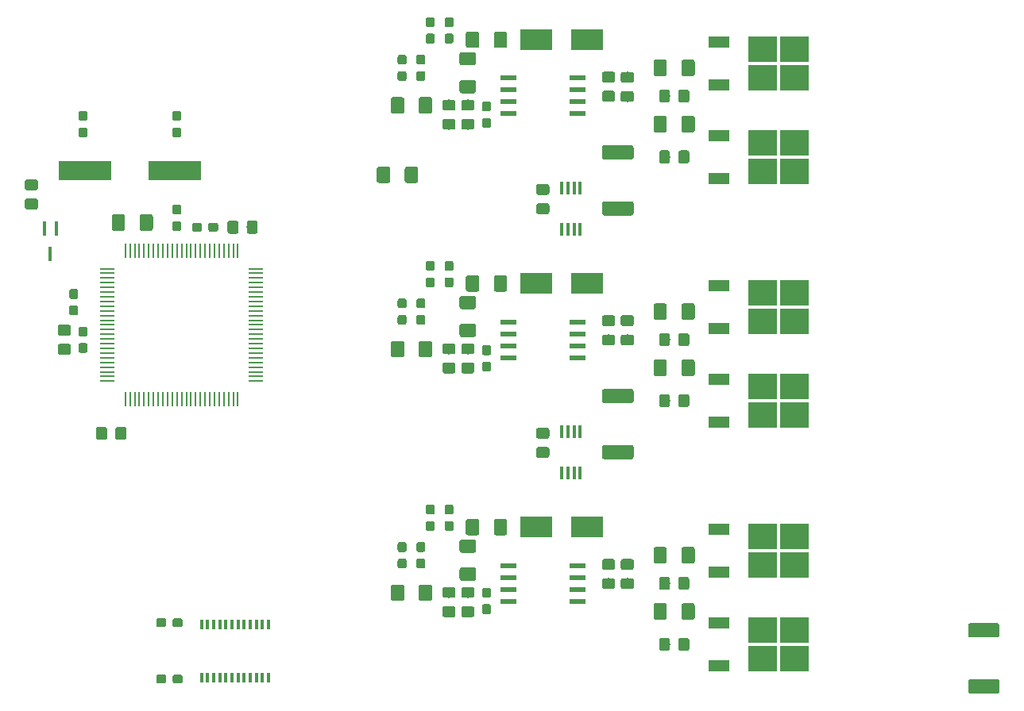
<source format=gbr>
G04 #@! TF.GenerationSoftware,KiCad,Pcbnew,5.0.2+dfsg1-1~bpo9+1*
G04 #@! TF.CreationDate,2019-06-04T21:15:14-04:00*
G04 #@! TF.ProjectId,SCARAMotorFeedbackController,53434152-414d-46f7-946f-724665656462,rev?*
G04 #@! TF.SameCoordinates,Original*
G04 #@! TF.FileFunction,Paste,Top*
G04 #@! TF.FilePolarity,Positive*
%FSLAX46Y46*%
G04 Gerber Fmt 4.6, Leading zero omitted, Abs format (unit mm)*
G04 Created by KiCad (PCBNEW 5.0.2+dfsg1-1~bpo9+1) date Tue 04 Jun 2019 09:15:14 PM EDT*
%MOMM*%
%LPD*%
G01*
G04 APERTURE LIST*
%ADD10C,0.100000*%
%ADD11C,1.425000*%
%ADD12R,5.600000X2.100000*%
%ADD13C,1.150000*%
%ADD14C,0.950000*%
%ADD15R,3.050000X2.750000*%
%ADD16R,2.200000X1.200000*%
%ADD17C,1.525000*%
%ADD18R,1.500000X0.280000*%
%ADD19R,0.280000X1.500000*%
%ADD20R,1.750000X0.550000*%
%ADD21R,0.450000X1.450000*%
%ADD22R,3.500000X2.300000*%
%ADD23R,0.450000X1.500000*%
%ADD24R,0.400000X1.100000*%
G04 APERTURE END LIST*
D10*
G04 #@! TO.C,R17*
G36*
X73999504Y52373796D02*
X74023773Y52370196D01*
X74047571Y52364235D01*
X74070671Y52355970D01*
X74092849Y52345480D01*
X74113893Y52332867D01*
X74133598Y52318253D01*
X74151777Y52301777D01*
X74168253Y52283598D01*
X74182867Y52263893D01*
X74195480Y52242849D01*
X74205970Y52220671D01*
X74214235Y52197571D01*
X74220196Y52173773D01*
X74223796Y52149504D01*
X74225000Y52125000D01*
X74225000Y50875000D01*
X74223796Y50850496D01*
X74220196Y50826227D01*
X74214235Y50802429D01*
X74205970Y50779329D01*
X74195480Y50757151D01*
X74182867Y50736107D01*
X74168253Y50716402D01*
X74151777Y50698223D01*
X74133598Y50681747D01*
X74113893Y50667133D01*
X74092849Y50654520D01*
X74070671Y50644030D01*
X74047571Y50635765D01*
X74023773Y50629804D01*
X73999504Y50626204D01*
X73975000Y50625000D01*
X73050000Y50625000D01*
X73025496Y50626204D01*
X73001227Y50629804D01*
X72977429Y50635765D01*
X72954329Y50644030D01*
X72932151Y50654520D01*
X72911107Y50667133D01*
X72891402Y50681747D01*
X72873223Y50698223D01*
X72856747Y50716402D01*
X72842133Y50736107D01*
X72829520Y50757151D01*
X72819030Y50779329D01*
X72810765Y50802429D01*
X72804804Y50826227D01*
X72801204Y50850496D01*
X72800000Y50875000D01*
X72800000Y52125000D01*
X72801204Y52149504D01*
X72804804Y52173773D01*
X72810765Y52197571D01*
X72819030Y52220671D01*
X72829520Y52242849D01*
X72842133Y52263893D01*
X72856747Y52283598D01*
X72873223Y52301777D01*
X72891402Y52318253D01*
X72911107Y52332867D01*
X72932151Y52345480D01*
X72954329Y52355970D01*
X72977429Y52364235D01*
X73001227Y52370196D01*
X73025496Y52373796D01*
X73050000Y52375000D01*
X73975000Y52375000D01*
X73999504Y52373796D01*
X73999504Y52373796D01*
G37*
D11*
X73512500Y51500000D03*
D10*
G36*
X76974504Y52373796D02*
X76998773Y52370196D01*
X77022571Y52364235D01*
X77045671Y52355970D01*
X77067849Y52345480D01*
X77088893Y52332867D01*
X77108598Y52318253D01*
X77126777Y52301777D01*
X77143253Y52283598D01*
X77157867Y52263893D01*
X77170480Y52242849D01*
X77180970Y52220671D01*
X77189235Y52197571D01*
X77195196Y52173773D01*
X77198796Y52149504D01*
X77200000Y52125000D01*
X77200000Y50875000D01*
X77198796Y50850496D01*
X77195196Y50826227D01*
X77189235Y50802429D01*
X77180970Y50779329D01*
X77170480Y50757151D01*
X77157867Y50736107D01*
X77143253Y50716402D01*
X77126777Y50698223D01*
X77108598Y50681747D01*
X77088893Y50667133D01*
X77067849Y50654520D01*
X77045671Y50644030D01*
X77022571Y50635765D01*
X76998773Y50629804D01*
X76974504Y50626204D01*
X76950000Y50625000D01*
X76025000Y50625000D01*
X76000496Y50626204D01*
X75976227Y50629804D01*
X75952429Y50635765D01*
X75929329Y50644030D01*
X75907151Y50654520D01*
X75886107Y50667133D01*
X75866402Y50681747D01*
X75848223Y50698223D01*
X75831747Y50716402D01*
X75817133Y50736107D01*
X75804520Y50757151D01*
X75794030Y50779329D01*
X75785765Y50802429D01*
X75779804Y50826227D01*
X75776204Y50850496D01*
X75775000Y50875000D01*
X75775000Y52125000D01*
X75776204Y52149504D01*
X75779804Y52173773D01*
X75785765Y52197571D01*
X75794030Y52220671D01*
X75804520Y52242849D01*
X75817133Y52263893D01*
X75831747Y52283598D01*
X75848223Y52301777D01*
X75866402Y52318253D01*
X75886107Y52332867D01*
X75907151Y52345480D01*
X75929329Y52355970D01*
X75952429Y52364235D01*
X75976227Y52370196D01*
X76000496Y52373796D01*
X76025000Y52375000D01*
X76950000Y52375000D01*
X76974504Y52373796D01*
X76974504Y52373796D01*
G37*
D11*
X76487500Y51500000D03*
G04 #@! TD*
D12*
G04 #@! TO.C,Y1*
X21750000Y72500000D03*
X12250000Y72500000D03*
G04 #@! TD*
D10*
G04 #@! TO.C,C1*
G36*
X16374505Y45198796D02*
X16398773Y45195196D01*
X16422572Y45189235D01*
X16445671Y45180970D01*
X16467850Y45170480D01*
X16488893Y45157868D01*
X16508599Y45143253D01*
X16526777Y45126777D01*
X16543253Y45108599D01*
X16557868Y45088893D01*
X16570480Y45067850D01*
X16580970Y45045671D01*
X16589235Y45022572D01*
X16595196Y44998773D01*
X16598796Y44974505D01*
X16600000Y44950001D01*
X16600000Y44049999D01*
X16598796Y44025495D01*
X16595196Y44001227D01*
X16589235Y43977428D01*
X16580970Y43954329D01*
X16570480Y43932150D01*
X16557868Y43911107D01*
X16543253Y43891401D01*
X16526777Y43873223D01*
X16508599Y43856747D01*
X16488893Y43842132D01*
X16467850Y43829520D01*
X16445671Y43819030D01*
X16422572Y43810765D01*
X16398773Y43804804D01*
X16374505Y43801204D01*
X16350001Y43800000D01*
X15699999Y43800000D01*
X15675495Y43801204D01*
X15651227Y43804804D01*
X15627428Y43810765D01*
X15604329Y43819030D01*
X15582150Y43829520D01*
X15561107Y43842132D01*
X15541401Y43856747D01*
X15523223Y43873223D01*
X15506747Y43891401D01*
X15492132Y43911107D01*
X15479520Y43932150D01*
X15469030Y43954329D01*
X15460765Y43977428D01*
X15454804Y44001227D01*
X15451204Y44025495D01*
X15450000Y44049999D01*
X15450000Y44950001D01*
X15451204Y44974505D01*
X15454804Y44998773D01*
X15460765Y45022572D01*
X15469030Y45045671D01*
X15479520Y45067850D01*
X15492132Y45088893D01*
X15506747Y45108599D01*
X15523223Y45126777D01*
X15541401Y45143253D01*
X15561107Y45157868D01*
X15582150Y45170480D01*
X15604329Y45180970D01*
X15627428Y45189235D01*
X15651227Y45195196D01*
X15675495Y45198796D01*
X15699999Y45200000D01*
X16350001Y45200000D01*
X16374505Y45198796D01*
X16374505Y45198796D01*
G37*
D13*
X16025000Y44500000D03*
D10*
G36*
X14324505Y45198796D02*
X14348773Y45195196D01*
X14372572Y45189235D01*
X14395671Y45180970D01*
X14417850Y45170480D01*
X14438893Y45157868D01*
X14458599Y45143253D01*
X14476777Y45126777D01*
X14493253Y45108599D01*
X14507868Y45088893D01*
X14520480Y45067850D01*
X14530970Y45045671D01*
X14539235Y45022572D01*
X14545196Y44998773D01*
X14548796Y44974505D01*
X14550000Y44950001D01*
X14550000Y44049999D01*
X14548796Y44025495D01*
X14545196Y44001227D01*
X14539235Y43977428D01*
X14530970Y43954329D01*
X14520480Y43932150D01*
X14507868Y43911107D01*
X14493253Y43891401D01*
X14476777Y43873223D01*
X14458599Y43856747D01*
X14438893Y43842132D01*
X14417850Y43829520D01*
X14395671Y43819030D01*
X14372572Y43810765D01*
X14348773Y43804804D01*
X14324505Y43801204D01*
X14300001Y43800000D01*
X13649999Y43800000D01*
X13625495Y43801204D01*
X13601227Y43804804D01*
X13577428Y43810765D01*
X13554329Y43819030D01*
X13532150Y43829520D01*
X13511107Y43842132D01*
X13491401Y43856747D01*
X13473223Y43873223D01*
X13456747Y43891401D01*
X13442132Y43911107D01*
X13429520Y43932150D01*
X13419030Y43954329D01*
X13410765Y43977428D01*
X13404804Y44001227D01*
X13401204Y44025495D01*
X13400000Y44049999D01*
X13400000Y44950001D01*
X13401204Y44974505D01*
X13404804Y44998773D01*
X13410765Y45022572D01*
X13419030Y45045671D01*
X13429520Y45067850D01*
X13442132Y45088893D01*
X13456747Y45108599D01*
X13473223Y45126777D01*
X13491401Y45143253D01*
X13511107Y45157868D01*
X13532150Y45170480D01*
X13554329Y45180970D01*
X13577428Y45189235D01*
X13601227Y45195196D01*
X13625495Y45198796D01*
X13649999Y45200000D01*
X14300001Y45200000D01*
X14324505Y45198796D01*
X14324505Y45198796D01*
G37*
D13*
X13975000Y44500000D03*
G04 #@! TD*
D10*
G04 #@! TO.C,C2*
G36*
X10474505Y54048796D02*
X10498773Y54045196D01*
X10522572Y54039235D01*
X10545671Y54030970D01*
X10567850Y54020480D01*
X10588893Y54007868D01*
X10608599Y53993253D01*
X10626777Y53976777D01*
X10643253Y53958599D01*
X10657868Y53938893D01*
X10670480Y53917850D01*
X10680970Y53895671D01*
X10689235Y53872572D01*
X10695196Y53848773D01*
X10698796Y53824505D01*
X10700000Y53800001D01*
X10700000Y53149999D01*
X10698796Y53125495D01*
X10695196Y53101227D01*
X10689235Y53077428D01*
X10680970Y53054329D01*
X10670480Y53032150D01*
X10657868Y53011107D01*
X10643253Y52991401D01*
X10626777Y52973223D01*
X10608599Y52956747D01*
X10588893Y52942132D01*
X10567850Y52929520D01*
X10545671Y52919030D01*
X10522572Y52910765D01*
X10498773Y52904804D01*
X10474505Y52901204D01*
X10450001Y52900000D01*
X9549999Y52900000D01*
X9525495Y52901204D01*
X9501227Y52904804D01*
X9477428Y52910765D01*
X9454329Y52919030D01*
X9432150Y52929520D01*
X9411107Y52942132D01*
X9391401Y52956747D01*
X9373223Y52973223D01*
X9356747Y52991401D01*
X9342132Y53011107D01*
X9329520Y53032150D01*
X9319030Y53054329D01*
X9310765Y53077428D01*
X9304804Y53101227D01*
X9301204Y53125495D01*
X9300000Y53149999D01*
X9300000Y53800001D01*
X9301204Y53824505D01*
X9304804Y53848773D01*
X9310765Y53872572D01*
X9319030Y53895671D01*
X9329520Y53917850D01*
X9342132Y53938893D01*
X9356747Y53958599D01*
X9373223Y53976777D01*
X9391401Y53993253D01*
X9411107Y54007868D01*
X9432150Y54020480D01*
X9454329Y54030970D01*
X9477428Y54039235D01*
X9501227Y54045196D01*
X9525495Y54048796D01*
X9549999Y54050000D01*
X10450001Y54050000D01*
X10474505Y54048796D01*
X10474505Y54048796D01*
G37*
D13*
X10000000Y53475000D03*
D10*
G36*
X10474505Y56098796D02*
X10498773Y56095196D01*
X10522572Y56089235D01*
X10545671Y56080970D01*
X10567850Y56070480D01*
X10588893Y56057868D01*
X10608599Y56043253D01*
X10626777Y56026777D01*
X10643253Y56008599D01*
X10657868Y55988893D01*
X10670480Y55967850D01*
X10680970Y55945671D01*
X10689235Y55922572D01*
X10695196Y55898773D01*
X10698796Y55874505D01*
X10700000Y55850001D01*
X10700000Y55199999D01*
X10698796Y55175495D01*
X10695196Y55151227D01*
X10689235Y55127428D01*
X10680970Y55104329D01*
X10670480Y55082150D01*
X10657868Y55061107D01*
X10643253Y55041401D01*
X10626777Y55023223D01*
X10608599Y55006747D01*
X10588893Y54992132D01*
X10567850Y54979520D01*
X10545671Y54969030D01*
X10522572Y54960765D01*
X10498773Y54954804D01*
X10474505Y54951204D01*
X10450001Y54950000D01*
X9549999Y54950000D01*
X9525495Y54951204D01*
X9501227Y54954804D01*
X9477428Y54960765D01*
X9454329Y54969030D01*
X9432150Y54979520D01*
X9411107Y54992132D01*
X9391401Y55006747D01*
X9373223Y55023223D01*
X9356747Y55041401D01*
X9342132Y55061107D01*
X9329520Y55082150D01*
X9319030Y55104329D01*
X9310765Y55127428D01*
X9304804Y55151227D01*
X9301204Y55175495D01*
X9300000Y55199999D01*
X9300000Y55850001D01*
X9301204Y55874505D01*
X9304804Y55898773D01*
X9310765Y55922572D01*
X9319030Y55945671D01*
X9329520Y55967850D01*
X9342132Y55988893D01*
X9356747Y56008599D01*
X9373223Y56026777D01*
X9391401Y56043253D01*
X9411107Y56057868D01*
X9432150Y56070480D01*
X9454329Y56080970D01*
X9477428Y56089235D01*
X9501227Y56095196D01*
X9525495Y56098796D01*
X9549999Y56100000D01*
X10450001Y56100000D01*
X10474505Y56098796D01*
X10474505Y56098796D01*
G37*
D13*
X10000000Y55525000D03*
G04 #@! TD*
D10*
G04 #@! TO.C,C3*
G36*
X22260779Y68898856D02*
X22283834Y68895437D01*
X22306443Y68889773D01*
X22328387Y68881921D01*
X22349457Y68871956D01*
X22369448Y68859974D01*
X22388168Y68846090D01*
X22405438Y68830438D01*
X22421090Y68813168D01*
X22434974Y68794448D01*
X22446956Y68774457D01*
X22456921Y68753387D01*
X22464773Y68731443D01*
X22470437Y68708834D01*
X22473856Y68685779D01*
X22475000Y68662500D01*
X22475000Y68087500D01*
X22473856Y68064221D01*
X22470437Y68041166D01*
X22464773Y68018557D01*
X22456921Y67996613D01*
X22446956Y67975543D01*
X22434974Y67955552D01*
X22421090Y67936832D01*
X22405438Y67919562D01*
X22388168Y67903910D01*
X22369448Y67890026D01*
X22349457Y67878044D01*
X22328387Y67868079D01*
X22306443Y67860227D01*
X22283834Y67854563D01*
X22260779Y67851144D01*
X22237500Y67850000D01*
X21762500Y67850000D01*
X21739221Y67851144D01*
X21716166Y67854563D01*
X21693557Y67860227D01*
X21671613Y67868079D01*
X21650543Y67878044D01*
X21630552Y67890026D01*
X21611832Y67903910D01*
X21594562Y67919562D01*
X21578910Y67936832D01*
X21565026Y67955552D01*
X21553044Y67975543D01*
X21543079Y67996613D01*
X21535227Y68018557D01*
X21529563Y68041166D01*
X21526144Y68064221D01*
X21525000Y68087500D01*
X21525000Y68662500D01*
X21526144Y68685779D01*
X21529563Y68708834D01*
X21535227Y68731443D01*
X21543079Y68753387D01*
X21553044Y68774457D01*
X21565026Y68794448D01*
X21578910Y68813168D01*
X21594562Y68830438D01*
X21611832Y68846090D01*
X21630552Y68859974D01*
X21650543Y68871956D01*
X21671613Y68881921D01*
X21693557Y68889773D01*
X21716166Y68895437D01*
X21739221Y68898856D01*
X21762500Y68900000D01*
X22237500Y68900000D01*
X22260779Y68898856D01*
X22260779Y68898856D01*
G37*
D14*
X22000000Y68375000D03*
D10*
G36*
X22260779Y67148856D02*
X22283834Y67145437D01*
X22306443Y67139773D01*
X22328387Y67131921D01*
X22349457Y67121956D01*
X22369448Y67109974D01*
X22388168Y67096090D01*
X22405438Y67080438D01*
X22421090Y67063168D01*
X22434974Y67044448D01*
X22446956Y67024457D01*
X22456921Y67003387D01*
X22464773Y66981443D01*
X22470437Y66958834D01*
X22473856Y66935779D01*
X22475000Y66912500D01*
X22475000Y66337500D01*
X22473856Y66314221D01*
X22470437Y66291166D01*
X22464773Y66268557D01*
X22456921Y66246613D01*
X22446956Y66225543D01*
X22434974Y66205552D01*
X22421090Y66186832D01*
X22405438Y66169562D01*
X22388168Y66153910D01*
X22369448Y66140026D01*
X22349457Y66128044D01*
X22328387Y66118079D01*
X22306443Y66110227D01*
X22283834Y66104563D01*
X22260779Y66101144D01*
X22237500Y66100000D01*
X21762500Y66100000D01*
X21739221Y66101144D01*
X21716166Y66104563D01*
X21693557Y66110227D01*
X21671613Y66118079D01*
X21650543Y66128044D01*
X21630552Y66140026D01*
X21611832Y66153910D01*
X21594562Y66169562D01*
X21578910Y66186832D01*
X21565026Y66205552D01*
X21553044Y66225543D01*
X21543079Y66246613D01*
X21535227Y66268557D01*
X21529563Y66291166D01*
X21526144Y66314221D01*
X21525000Y66337500D01*
X21525000Y66912500D01*
X21526144Y66935779D01*
X21529563Y66958834D01*
X21535227Y66981443D01*
X21543079Y67003387D01*
X21553044Y67024457D01*
X21565026Y67044448D01*
X21578910Y67063168D01*
X21594562Y67080438D01*
X21611832Y67096090D01*
X21630552Y67109974D01*
X21650543Y67121956D01*
X21671613Y67131921D01*
X21693557Y67139773D01*
X21716166Y67145437D01*
X21739221Y67148856D01*
X21762500Y67150000D01*
X22237500Y67150000D01*
X22260779Y67148856D01*
X22260779Y67148856D01*
G37*
D14*
X22000000Y66625000D03*
G04 #@! TD*
D10*
G04 #@! TO.C,C4*
G36*
X24435779Y66973856D02*
X24458834Y66970437D01*
X24481443Y66964773D01*
X24503387Y66956921D01*
X24524457Y66946956D01*
X24544448Y66934974D01*
X24563168Y66921090D01*
X24580438Y66905438D01*
X24596090Y66888168D01*
X24609974Y66869448D01*
X24621956Y66849457D01*
X24631921Y66828387D01*
X24639773Y66806443D01*
X24645437Y66783834D01*
X24648856Y66760779D01*
X24650000Y66737500D01*
X24650000Y66262500D01*
X24648856Y66239221D01*
X24645437Y66216166D01*
X24639773Y66193557D01*
X24631921Y66171613D01*
X24621956Y66150543D01*
X24609974Y66130552D01*
X24596090Y66111832D01*
X24580438Y66094562D01*
X24563168Y66078910D01*
X24544448Y66065026D01*
X24524457Y66053044D01*
X24503387Y66043079D01*
X24481443Y66035227D01*
X24458834Y66029563D01*
X24435779Y66026144D01*
X24412500Y66025000D01*
X23837500Y66025000D01*
X23814221Y66026144D01*
X23791166Y66029563D01*
X23768557Y66035227D01*
X23746613Y66043079D01*
X23725543Y66053044D01*
X23705552Y66065026D01*
X23686832Y66078910D01*
X23669562Y66094562D01*
X23653910Y66111832D01*
X23640026Y66130552D01*
X23628044Y66150543D01*
X23618079Y66171613D01*
X23610227Y66193557D01*
X23604563Y66216166D01*
X23601144Y66239221D01*
X23600000Y66262500D01*
X23600000Y66737500D01*
X23601144Y66760779D01*
X23604563Y66783834D01*
X23610227Y66806443D01*
X23618079Y66828387D01*
X23628044Y66849457D01*
X23640026Y66869448D01*
X23653910Y66888168D01*
X23669562Y66905438D01*
X23686832Y66921090D01*
X23705552Y66934974D01*
X23725543Y66946956D01*
X23746613Y66956921D01*
X23768557Y66964773D01*
X23791166Y66970437D01*
X23814221Y66973856D01*
X23837500Y66975000D01*
X24412500Y66975000D01*
X24435779Y66973856D01*
X24435779Y66973856D01*
G37*
D14*
X24125000Y66500000D03*
D10*
G36*
X26185779Y66973856D02*
X26208834Y66970437D01*
X26231443Y66964773D01*
X26253387Y66956921D01*
X26274457Y66946956D01*
X26294448Y66934974D01*
X26313168Y66921090D01*
X26330438Y66905438D01*
X26346090Y66888168D01*
X26359974Y66869448D01*
X26371956Y66849457D01*
X26381921Y66828387D01*
X26389773Y66806443D01*
X26395437Y66783834D01*
X26398856Y66760779D01*
X26400000Y66737500D01*
X26400000Y66262500D01*
X26398856Y66239221D01*
X26395437Y66216166D01*
X26389773Y66193557D01*
X26381921Y66171613D01*
X26371956Y66150543D01*
X26359974Y66130552D01*
X26346090Y66111832D01*
X26330438Y66094562D01*
X26313168Y66078910D01*
X26294448Y66065026D01*
X26274457Y66053044D01*
X26253387Y66043079D01*
X26231443Y66035227D01*
X26208834Y66029563D01*
X26185779Y66026144D01*
X26162500Y66025000D01*
X25587500Y66025000D01*
X25564221Y66026144D01*
X25541166Y66029563D01*
X25518557Y66035227D01*
X25496613Y66043079D01*
X25475543Y66053044D01*
X25455552Y66065026D01*
X25436832Y66078910D01*
X25419562Y66094562D01*
X25403910Y66111832D01*
X25390026Y66130552D01*
X25378044Y66150543D01*
X25368079Y66171613D01*
X25360227Y66193557D01*
X25354563Y66216166D01*
X25351144Y66239221D01*
X25350000Y66262500D01*
X25350000Y66737500D01*
X25351144Y66760779D01*
X25354563Y66783834D01*
X25360227Y66806443D01*
X25368079Y66828387D01*
X25378044Y66849457D01*
X25390026Y66869448D01*
X25403910Y66888168D01*
X25419562Y66905438D01*
X25436832Y66921090D01*
X25455552Y66934974D01*
X25475543Y66946956D01*
X25496613Y66956921D01*
X25518557Y66964773D01*
X25541166Y66970437D01*
X25564221Y66973856D01*
X25587500Y66975000D01*
X26162500Y66975000D01*
X26185779Y66973856D01*
X26185779Y66973856D01*
G37*
D14*
X25875000Y66500000D03*
G04 #@! TD*
D10*
G04 #@! TO.C,C5*
G36*
X11260779Y59898856D02*
X11283834Y59895437D01*
X11306443Y59889773D01*
X11328387Y59881921D01*
X11349457Y59871956D01*
X11369448Y59859974D01*
X11388168Y59846090D01*
X11405438Y59830438D01*
X11421090Y59813168D01*
X11434974Y59794448D01*
X11446956Y59774457D01*
X11456921Y59753387D01*
X11464773Y59731443D01*
X11470437Y59708834D01*
X11473856Y59685779D01*
X11475000Y59662500D01*
X11475000Y59087500D01*
X11473856Y59064221D01*
X11470437Y59041166D01*
X11464773Y59018557D01*
X11456921Y58996613D01*
X11446956Y58975543D01*
X11434974Y58955552D01*
X11421090Y58936832D01*
X11405438Y58919562D01*
X11388168Y58903910D01*
X11369448Y58890026D01*
X11349457Y58878044D01*
X11328387Y58868079D01*
X11306443Y58860227D01*
X11283834Y58854563D01*
X11260779Y58851144D01*
X11237500Y58850000D01*
X10762500Y58850000D01*
X10739221Y58851144D01*
X10716166Y58854563D01*
X10693557Y58860227D01*
X10671613Y58868079D01*
X10650543Y58878044D01*
X10630552Y58890026D01*
X10611832Y58903910D01*
X10594562Y58919562D01*
X10578910Y58936832D01*
X10565026Y58955552D01*
X10553044Y58975543D01*
X10543079Y58996613D01*
X10535227Y59018557D01*
X10529563Y59041166D01*
X10526144Y59064221D01*
X10525000Y59087500D01*
X10525000Y59662500D01*
X10526144Y59685779D01*
X10529563Y59708834D01*
X10535227Y59731443D01*
X10543079Y59753387D01*
X10553044Y59774457D01*
X10565026Y59794448D01*
X10578910Y59813168D01*
X10594562Y59830438D01*
X10611832Y59846090D01*
X10630552Y59859974D01*
X10650543Y59871956D01*
X10671613Y59881921D01*
X10693557Y59889773D01*
X10716166Y59895437D01*
X10739221Y59898856D01*
X10762500Y59900000D01*
X11237500Y59900000D01*
X11260779Y59898856D01*
X11260779Y59898856D01*
G37*
D14*
X11000000Y59375000D03*
D10*
G36*
X11260779Y58148856D02*
X11283834Y58145437D01*
X11306443Y58139773D01*
X11328387Y58131921D01*
X11349457Y58121956D01*
X11369448Y58109974D01*
X11388168Y58096090D01*
X11405438Y58080438D01*
X11421090Y58063168D01*
X11434974Y58044448D01*
X11446956Y58024457D01*
X11456921Y58003387D01*
X11464773Y57981443D01*
X11470437Y57958834D01*
X11473856Y57935779D01*
X11475000Y57912500D01*
X11475000Y57337500D01*
X11473856Y57314221D01*
X11470437Y57291166D01*
X11464773Y57268557D01*
X11456921Y57246613D01*
X11446956Y57225543D01*
X11434974Y57205552D01*
X11421090Y57186832D01*
X11405438Y57169562D01*
X11388168Y57153910D01*
X11369448Y57140026D01*
X11349457Y57128044D01*
X11328387Y57118079D01*
X11306443Y57110227D01*
X11283834Y57104563D01*
X11260779Y57101144D01*
X11237500Y57100000D01*
X10762500Y57100000D01*
X10739221Y57101144D01*
X10716166Y57104563D01*
X10693557Y57110227D01*
X10671613Y57118079D01*
X10650543Y57128044D01*
X10630552Y57140026D01*
X10611832Y57153910D01*
X10594562Y57169562D01*
X10578910Y57186832D01*
X10565026Y57205552D01*
X10553044Y57225543D01*
X10543079Y57246613D01*
X10535227Y57268557D01*
X10529563Y57291166D01*
X10526144Y57314221D01*
X10525000Y57337500D01*
X10525000Y57912500D01*
X10526144Y57935779D01*
X10529563Y57958834D01*
X10535227Y57981443D01*
X10543079Y58003387D01*
X10553044Y58024457D01*
X10565026Y58044448D01*
X10578910Y58063168D01*
X10594562Y58080438D01*
X10611832Y58096090D01*
X10630552Y58109974D01*
X10650543Y58121956D01*
X10671613Y58131921D01*
X10693557Y58139773D01*
X10716166Y58145437D01*
X10739221Y58148856D01*
X10762500Y58150000D01*
X11237500Y58150000D01*
X11260779Y58148856D01*
X11260779Y58148856D01*
G37*
D14*
X11000000Y57625000D03*
G04 #@! TD*
D10*
G04 #@! TO.C,C6*
G36*
X12260779Y54148856D02*
X12283834Y54145437D01*
X12306443Y54139773D01*
X12328387Y54131921D01*
X12349457Y54121956D01*
X12369448Y54109974D01*
X12388168Y54096090D01*
X12405438Y54080438D01*
X12421090Y54063168D01*
X12434974Y54044448D01*
X12446956Y54024457D01*
X12456921Y54003387D01*
X12464773Y53981443D01*
X12470437Y53958834D01*
X12473856Y53935779D01*
X12475000Y53912500D01*
X12475000Y53337500D01*
X12473856Y53314221D01*
X12470437Y53291166D01*
X12464773Y53268557D01*
X12456921Y53246613D01*
X12446956Y53225543D01*
X12434974Y53205552D01*
X12421090Y53186832D01*
X12405438Y53169562D01*
X12388168Y53153910D01*
X12369448Y53140026D01*
X12349457Y53128044D01*
X12328387Y53118079D01*
X12306443Y53110227D01*
X12283834Y53104563D01*
X12260779Y53101144D01*
X12237500Y53100000D01*
X11762500Y53100000D01*
X11739221Y53101144D01*
X11716166Y53104563D01*
X11693557Y53110227D01*
X11671613Y53118079D01*
X11650543Y53128044D01*
X11630552Y53140026D01*
X11611832Y53153910D01*
X11594562Y53169562D01*
X11578910Y53186832D01*
X11565026Y53205552D01*
X11553044Y53225543D01*
X11543079Y53246613D01*
X11535227Y53268557D01*
X11529563Y53291166D01*
X11526144Y53314221D01*
X11525000Y53337500D01*
X11525000Y53912500D01*
X11526144Y53935779D01*
X11529563Y53958834D01*
X11535227Y53981443D01*
X11543079Y54003387D01*
X11553044Y54024457D01*
X11565026Y54044448D01*
X11578910Y54063168D01*
X11594562Y54080438D01*
X11611832Y54096090D01*
X11630552Y54109974D01*
X11650543Y54121956D01*
X11671613Y54131921D01*
X11693557Y54139773D01*
X11716166Y54145437D01*
X11739221Y54148856D01*
X11762500Y54150000D01*
X12237500Y54150000D01*
X12260779Y54148856D01*
X12260779Y54148856D01*
G37*
D14*
X12000000Y53625000D03*
D10*
G36*
X12260779Y55898856D02*
X12283834Y55895437D01*
X12306443Y55889773D01*
X12328387Y55881921D01*
X12349457Y55871956D01*
X12369448Y55859974D01*
X12388168Y55846090D01*
X12405438Y55830438D01*
X12421090Y55813168D01*
X12434974Y55794448D01*
X12446956Y55774457D01*
X12456921Y55753387D01*
X12464773Y55731443D01*
X12470437Y55708834D01*
X12473856Y55685779D01*
X12475000Y55662500D01*
X12475000Y55087500D01*
X12473856Y55064221D01*
X12470437Y55041166D01*
X12464773Y55018557D01*
X12456921Y54996613D01*
X12446956Y54975543D01*
X12434974Y54955552D01*
X12421090Y54936832D01*
X12405438Y54919562D01*
X12388168Y54903910D01*
X12369448Y54890026D01*
X12349457Y54878044D01*
X12328387Y54868079D01*
X12306443Y54860227D01*
X12283834Y54854563D01*
X12260779Y54851144D01*
X12237500Y54850000D01*
X11762500Y54850000D01*
X11739221Y54851144D01*
X11716166Y54854563D01*
X11693557Y54860227D01*
X11671613Y54868079D01*
X11650543Y54878044D01*
X11630552Y54890026D01*
X11611832Y54903910D01*
X11594562Y54919562D01*
X11578910Y54936832D01*
X11565026Y54955552D01*
X11553044Y54975543D01*
X11543079Y54996613D01*
X11535227Y55018557D01*
X11529563Y55041166D01*
X11526144Y55064221D01*
X11525000Y55087500D01*
X11525000Y55662500D01*
X11526144Y55685779D01*
X11529563Y55708834D01*
X11535227Y55731443D01*
X11543079Y55753387D01*
X11553044Y55774457D01*
X11565026Y55794448D01*
X11578910Y55813168D01*
X11594562Y55830438D01*
X11611832Y55846090D01*
X11630552Y55859974D01*
X11650543Y55871956D01*
X11671613Y55881921D01*
X11693557Y55889773D01*
X11716166Y55895437D01*
X11739221Y55898856D01*
X11762500Y55900000D01*
X12237500Y55900000D01*
X12260779Y55898856D01*
X12260779Y55898856D01*
G37*
D14*
X12000000Y55375000D03*
G04 #@! TD*
D10*
G04 #@! TO.C,C7*
G36*
X55260779Y26273856D02*
X55283834Y26270437D01*
X55306443Y26264773D01*
X55328387Y26256921D01*
X55349457Y26246956D01*
X55369448Y26234974D01*
X55388168Y26221090D01*
X55405438Y26205438D01*
X55421090Y26188168D01*
X55434974Y26169448D01*
X55446956Y26149457D01*
X55456921Y26128387D01*
X55464773Y26106443D01*
X55470437Y26083834D01*
X55473856Y26060779D01*
X55475000Y26037500D01*
X55475000Y25462500D01*
X55473856Y25439221D01*
X55470437Y25416166D01*
X55464773Y25393557D01*
X55456921Y25371613D01*
X55446956Y25350543D01*
X55434974Y25330552D01*
X55421090Y25311832D01*
X55405438Y25294562D01*
X55388168Y25278910D01*
X55369448Y25265026D01*
X55349457Y25253044D01*
X55328387Y25243079D01*
X55306443Y25235227D01*
X55283834Y25229563D01*
X55260779Y25226144D01*
X55237500Y25225000D01*
X54762500Y25225000D01*
X54739221Y25226144D01*
X54716166Y25229563D01*
X54693557Y25235227D01*
X54671613Y25243079D01*
X54650543Y25253044D01*
X54630552Y25265026D01*
X54611832Y25278910D01*
X54594562Y25294562D01*
X54578910Y25311832D01*
X54565026Y25330552D01*
X54553044Y25350543D01*
X54543079Y25371613D01*
X54535227Y25393557D01*
X54529563Y25416166D01*
X54526144Y25439221D01*
X54525000Y25462500D01*
X54525000Y26037500D01*
X54526144Y26060779D01*
X54529563Y26083834D01*
X54535227Y26106443D01*
X54543079Y26128387D01*
X54553044Y26149457D01*
X54565026Y26169448D01*
X54578910Y26188168D01*
X54594562Y26205438D01*
X54611832Y26221090D01*
X54630552Y26234974D01*
X54650543Y26246956D01*
X54671613Y26256921D01*
X54693557Y26264773D01*
X54716166Y26270437D01*
X54739221Y26273856D01*
X54762500Y26275000D01*
X55237500Y26275000D01*
X55260779Y26273856D01*
X55260779Y26273856D01*
G37*
D14*
X55000000Y25750000D03*
D10*
G36*
X55260779Y28023856D02*
X55283834Y28020437D01*
X55306443Y28014773D01*
X55328387Y28006921D01*
X55349457Y27996956D01*
X55369448Y27984974D01*
X55388168Y27971090D01*
X55405438Y27955438D01*
X55421090Y27938168D01*
X55434974Y27919448D01*
X55446956Y27899457D01*
X55456921Y27878387D01*
X55464773Y27856443D01*
X55470437Y27833834D01*
X55473856Y27810779D01*
X55475000Y27787500D01*
X55475000Y27212500D01*
X55473856Y27189221D01*
X55470437Y27166166D01*
X55464773Y27143557D01*
X55456921Y27121613D01*
X55446956Y27100543D01*
X55434974Y27080552D01*
X55421090Y27061832D01*
X55405438Y27044562D01*
X55388168Y27028910D01*
X55369448Y27015026D01*
X55349457Y27003044D01*
X55328387Y26993079D01*
X55306443Y26985227D01*
X55283834Y26979563D01*
X55260779Y26976144D01*
X55237500Y26975000D01*
X54762500Y26975000D01*
X54739221Y26976144D01*
X54716166Y26979563D01*
X54693557Y26985227D01*
X54671613Y26993079D01*
X54650543Y27003044D01*
X54630552Y27015026D01*
X54611832Y27028910D01*
X54594562Y27044562D01*
X54578910Y27061832D01*
X54565026Y27080552D01*
X54553044Y27100543D01*
X54543079Y27121613D01*
X54535227Y27143557D01*
X54529563Y27166166D01*
X54526144Y27189221D01*
X54525000Y27212500D01*
X54525000Y27787500D01*
X54526144Y27810779D01*
X54529563Y27833834D01*
X54535227Y27856443D01*
X54543079Y27878387D01*
X54553044Y27899457D01*
X54565026Y27919448D01*
X54578910Y27938168D01*
X54594562Y27955438D01*
X54611832Y27971090D01*
X54630552Y27984974D01*
X54650543Y27996956D01*
X54671613Y28006921D01*
X54693557Y28014773D01*
X54716166Y28020437D01*
X54739221Y28023856D01*
X54762500Y28025000D01*
X55237500Y28025000D01*
X55260779Y28023856D01*
X55260779Y28023856D01*
G37*
D14*
X55000000Y27500000D03*
G04 #@! TD*
D10*
G04 #@! TO.C,C9*
G36*
X55260779Y52148856D02*
X55283834Y52145437D01*
X55306443Y52139773D01*
X55328387Y52131921D01*
X55349457Y52121956D01*
X55369448Y52109974D01*
X55388168Y52096090D01*
X55405438Y52080438D01*
X55421090Y52063168D01*
X55434974Y52044448D01*
X55446956Y52024457D01*
X55456921Y52003387D01*
X55464773Y51981443D01*
X55470437Y51958834D01*
X55473856Y51935779D01*
X55475000Y51912500D01*
X55475000Y51337500D01*
X55473856Y51314221D01*
X55470437Y51291166D01*
X55464773Y51268557D01*
X55456921Y51246613D01*
X55446956Y51225543D01*
X55434974Y51205552D01*
X55421090Y51186832D01*
X55405438Y51169562D01*
X55388168Y51153910D01*
X55369448Y51140026D01*
X55349457Y51128044D01*
X55328387Y51118079D01*
X55306443Y51110227D01*
X55283834Y51104563D01*
X55260779Y51101144D01*
X55237500Y51100000D01*
X54762500Y51100000D01*
X54739221Y51101144D01*
X54716166Y51104563D01*
X54693557Y51110227D01*
X54671613Y51118079D01*
X54650543Y51128044D01*
X54630552Y51140026D01*
X54611832Y51153910D01*
X54594562Y51169562D01*
X54578910Y51186832D01*
X54565026Y51205552D01*
X54553044Y51225543D01*
X54543079Y51246613D01*
X54535227Y51268557D01*
X54529563Y51291166D01*
X54526144Y51314221D01*
X54525000Y51337500D01*
X54525000Y51912500D01*
X54526144Y51935779D01*
X54529563Y51958834D01*
X54535227Y51981443D01*
X54543079Y52003387D01*
X54553044Y52024457D01*
X54565026Y52044448D01*
X54578910Y52063168D01*
X54594562Y52080438D01*
X54611832Y52096090D01*
X54630552Y52109974D01*
X54650543Y52121956D01*
X54671613Y52131921D01*
X54693557Y52139773D01*
X54716166Y52145437D01*
X54739221Y52148856D01*
X54762500Y52150000D01*
X55237500Y52150000D01*
X55260779Y52148856D01*
X55260779Y52148856D01*
G37*
D14*
X55000000Y51625000D03*
D10*
G36*
X55260779Y53898856D02*
X55283834Y53895437D01*
X55306443Y53889773D01*
X55328387Y53881921D01*
X55349457Y53871956D01*
X55369448Y53859974D01*
X55388168Y53846090D01*
X55405438Y53830438D01*
X55421090Y53813168D01*
X55434974Y53794448D01*
X55446956Y53774457D01*
X55456921Y53753387D01*
X55464773Y53731443D01*
X55470437Y53708834D01*
X55473856Y53685779D01*
X55475000Y53662500D01*
X55475000Y53087500D01*
X55473856Y53064221D01*
X55470437Y53041166D01*
X55464773Y53018557D01*
X55456921Y52996613D01*
X55446956Y52975543D01*
X55434974Y52955552D01*
X55421090Y52936832D01*
X55405438Y52919562D01*
X55388168Y52903910D01*
X55369448Y52890026D01*
X55349457Y52878044D01*
X55328387Y52868079D01*
X55306443Y52860227D01*
X55283834Y52854563D01*
X55260779Y52851144D01*
X55237500Y52850000D01*
X54762500Y52850000D01*
X54739221Y52851144D01*
X54716166Y52854563D01*
X54693557Y52860227D01*
X54671613Y52868079D01*
X54650543Y52878044D01*
X54630552Y52890026D01*
X54611832Y52903910D01*
X54594562Y52919562D01*
X54578910Y52936832D01*
X54565026Y52955552D01*
X54553044Y52975543D01*
X54543079Y52996613D01*
X54535227Y53018557D01*
X54529563Y53041166D01*
X54526144Y53064221D01*
X54525000Y53087500D01*
X54525000Y53662500D01*
X54526144Y53685779D01*
X54529563Y53708834D01*
X54535227Y53731443D01*
X54543079Y53753387D01*
X54553044Y53774457D01*
X54565026Y53794448D01*
X54578910Y53813168D01*
X54594562Y53830438D01*
X54611832Y53846090D01*
X54630552Y53859974D01*
X54650543Y53871956D01*
X54671613Y53881921D01*
X54693557Y53889773D01*
X54716166Y53895437D01*
X54739221Y53898856D01*
X54762500Y53900000D01*
X55237500Y53900000D01*
X55260779Y53898856D01*
X55260779Y53898856D01*
G37*
D14*
X55000000Y53375000D03*
G04 #@! TD*
D10*
G04 #@! TO.C,C10*
G36*
X53474505Y28098796D02*
X53498773Y28095196D01*
X53522572Y28089235D01*
X53545671Y28080970D01*
X53567850Y28070480D01*
X53588893Y28057868D01*
X53608599Y28043253D01*
X53626777Y28026777D01*
X53643253Y28008599D01*
X53657868Y27988893D01*
X53670480Y27967850D01*
X53680970Y27945671D01*
X53689235Y27922572D01*
X53695196Y27898773D01*
X53698796Y27874505D01*
X53700000Y27850001D01*
X53700000Y27199999D01*
X53698796Y27175495D01*
X53695196Y27151227D01*
X53689235Y27127428D01*
X53680970Y27104329D01*
X53670480Y27082150D01*
X53657868Y27061107D01*
X53643253Y27041401D01*
X53626777Y27023223D01*
X53608599Y27006747D01*
X53588893Y26992132D01*
X53567850Y26979520D01*
X53545671Y26969030D01*
X53522572Y26960765D01*
X53498773Y26954804D01*
X53474505Y26951204D01*
X53450001Y26950000D01*
X52549999Y26950000D01*
X52525495Y26951204D01*
X52501227Y26954804D01*
X52477428Y26960765D01*
X52454329Y26969030D01*
X52432150Y26979520D01*
X52411107Y26992132D01*
X52391401Y27006747D01*
X52373223Y27023223D01*
X52356747Y27041401D01*
X52342132Y27061107D01*
X52329520Y27082150D01*
X52319030Y27104329D01*
X52310765Y27127428D01*
X52304804Y27151227D01*
X52301204Y27175495D01*
X52300000Y27199999D01*
X52300000Y27850001D01*
X52301204Y27874505D01*
X52304804Y27898773D01*
X52310765Y27922572D01*
X52319030Y27945671D01*
X52329520Y27967850D01*
X52342132Y27988893D01*
X52356747Y28008599D01*
X52373223Y28026777D01*
X52391401Y28043253D01*
X52411107Y28057868D01*
X52432150Y28070480D01*
X52454329Y28080970D01*
X52477428Y28089235D01*
X52501227Y28095196D01*
X52525495Y28098796D01*
X52549999Y28100000D01*
X53450001Y28100000D01*
X53474505Y28098796D01*
X53474505Y28098796D01*
G37*
D13*
X53000000Y27525000D03*
D10*
G36*
X53474505Y26048796D02*
X53498773Y26045196D01*
X53522572Y26039235D01*
X53545671Y26030970D01*
X53567850Y26020480D01*
X53588893Y26007868D01*
X53608599Y25993253D01*
X53626777Y25976777D01*
X53643253Y25958599D01*
X53657868Y25938893D01*
X53670480Y25917850D01*
X53680970Y25895671D01*
X53689235Y25872572D01*
X53695196Y25848773D01*
X53698796Y25824505D01*
X53700000Y25800001D01*
X53700000Y25149999D01*
X53698796Y25125495D01*
X53695196Y25101227D01*
X53689235Y25077428D01*
X53680970Y25054329D01*
X53670480Y25032150D01*
X53657868Y25011107D01*
X53643253Y24991401D01*
X53626777Y24973223D01*
X53608599Y24956747D01*
X53588893Y24942132D01*
X53567850Y24929520D01*
X53545671Y24919030D01*
X53522572Y24910765D01*
X53498773Y24904804D01*
X53474505Y24901204D01*
X53450001Y24900000D01*
X52549999Y24900000D01*
X52525495Y24901204D01*
X52501227Y24904804D01*
X52477428Y24910765D01*
X52454329Y24919030D01*
X52432150Y24929520D01*
X52411107Y24942132D01*
X52391401Y24956747D01*
X52373223Y24973223D01*
X52356747Y24991401D01*
X52342132Y25011107D01*
X52329520Y25032150D01*
X52319030Y25054329D01*
X52310765Y25077428D01*
X52304804Y25101227D01*
X52301204Y25125495D01*
X52300000Y25149999D01*
X52300000Y25800001D01*
X52301204Y25824505D01*
X52304804Y25848773D01*
X52310765Y25872572D01*
X52319030Y25895671D01*
X52329520Y25917850D01*
X52342132Y25938893D01*
X52356747Y25958599D01*
X52373223Y25976777D01*
X52391401Y25993253D01*
X52411107Y26007868D01*
X52432150Y26020480D01*
X52454329Y26030970D01*
X52477428Y26039235D01*
X52501227Y26045196D01*
X52525495Y26048796D01*
X52549999Y26050000D01*
X53450001Y26050000D01*
X53474505Y26048796D01*
X53474505Y26048796D01*
G37*
D13*
X53000000Y25475000D03*
G04 #@! TD*
D10*
G04 #@! TO.C,C11*
G36*
X53474505Y54098796D02*
X53498773Y54095196D01*
X53522572Y54089235D01*
X53545671Y54080970D01*
X53567850Y54070480D01*
X53588893Y54057868D01*
X53608599Y54043253D01*
X53626777Y54026777D01*
X53643253Y54008599D01*
X53657868Y53988893D01*
X53670480Y53967850D01*
X53680970Y53945671D01*
X53689235Y53922572D01*
X53695196Y53898773D01*
X53698796Y53874505D01*
X53700000Y53850001D01*
X53700000Y53199999D01*
X53698796Y53175495D01*
X53695196Y53151227D01*
X53689235Y53127428D01*
X53680970Y53104329D01*
X53670480Y53082150D01*
X53657868Y53061107D01*
X53643253Y53041401D01*
X53626777Y53023223D01*
X53608599Y53006747D01*
X53588893Y52992132D01*
X53567850Y52979520D01*
X53545671Y52969030D01*
X53522572Y52960765D01*
X53498773Y52954804D01*
X53474505Y52951204D01*
X53450001Y52950000D01*
X52549999Y52950000D01*
X52525495Y52951204D01*
X52501227Y52954804D01*
X52477428Y52960765D01*
X52454329Y52969030D01*
X52432150Y52979520D01*
X52411107Y52992132D01*
X52391401Y53006747D01*
X52373223Y53023223D01*
X52356747Y53041401D01*
X52342132Y53061107D01*
X52329520Y53082150D01*
X52319030Y53104329D01*
X52310765Y53127428D01*
X52304804Y53151227D01*
X52301204Y53175495D01*
X52300000Y53199999D01*
X52300000Y53850001D01*
X52301204Y53874505D01*
X52304804Y53898773D01*
X52310765Y53922572D01*
X52319030Y53945671D01*
X52329520Y53967850D01*
X52342132Y53988893D01*
X52356747Y54008599D01*
X52373223Y54026777D01*
X52391401Y54043253D01*
X52411107Y54057868D01*
X52432150Y54070480D01*
X52454329Y54080970D01*
X52477428Y54089235D01*
X52501227Y54095196D01*
X52525495Y54098796D01*
X52549999Y54100000D01*
X53450001Y54100000D01*
X53474505Y54098796D01*
X53474505Y54098796D01*
G37*
D13*
X53000000Y53525000D03*
D10*
G36*
X53474505Y52048796D02*
X53498773Y52045196D01*
X53522572Y52039235D01*
X53545671Y52030970D01*
X53567850Y52020480D01*
X53588893Y52007868D01*
X53608599Y51993253D01*
X53626777Y51976777D01*
X53643253Y51958599D01*
X53657868Y51938893D01*
X53670480Y51917850D01*
X53680970Y51895671D01*
X53689235Y51872572D01*
X53695196Y51848773D01*
X53698796Y51824505D01*
X53700000Y51800001D01*
X53700000Y51149999D01*
X53698796Y51125495D01*
X53695196Y51101227D01*
X53689235Y51077428D01*
X53680970Y51054329D01*
X53670480Y51032150D01*
X53657868Y51011107D01*
X53643253Y50991401D01*
X53626777Y50973223D01*
X53608599Y50956747D01*
X53588893Y50942132D01*
X53567850Y50929520D01*
X53545671Y50919030D01*
X53522572Y50910765D01*
X53498773Y50904804D01*
X53474505Y50901204D01*
X53450001Y50900000D01*
X52549999Y50900000D01*
X52525495Y50901204D01*
X52501227Y50904804D01*
X52477428Y50910765D01*
X52454329Y50919030D01*
X52432150Y50929520D01*
X52411107Y50942132D01*
X52391401Y50956747D01*
X52373223Y50973223D01*
X52356747Y50991401D01*
X52342132Y51011107D01*
X52329520Y51032150D01*
X52319030Y51054329D01*
X52310765Y51077428D01*
X52304804Y51101227D01*
X52301204Y51125495D01*
X52300000Y51149999D01*
X52300000Y51800001D01*
X52301204Y51824505D01*
X52304804Y51848773D01*
X52310765Y51872572D01*
X52319030Y51895671D01*
X52329520Y51917850D01*
X52342132Y51938893D01*
X52356747Y51958599D01*
X52373223Y51976777D01*
X52391401Y51993253D01*
X52411107Y52007868D01*
X52432150Y52020480D01*
X52454329Y52030970D01*
X52477428Y52039235D01*
X52501227Y52045196D01*
X52525495Y52048796D01*
X52549999Y52050000D01*
X53450001Y52050000D01*
X53474505Y52048796D01*
X53474505Y52048796D01*
G37*
D13*
X53000000Y51475000D03*
G04 #@! TD*
D10*
G04 #@! TO.C,C12*
G36*
X51474505Y26048796D02*
X51498773Y26045196D01*
X51522572Y26039235D01*
X51545671Y26030970D01*
X51567850Y26020480D01*
X51588893Y26007868D01*
X51608599Y25993253D01*
X51626777Y25976777D01*
X51643253Y25958599D01*
X51657868Y25938893D01*
X51670480Y25917850D01*
X51680970Y25895671D01*
X51689235Y25872572D01*
X51695196Y25848773D01*
X51698796Y25824505D01*
X51700000Y25800001D01*
X51700000Y25149999D01*
X51698796Y25125495D01*
X51695196Y25101227D01*
X51689235Y25077428D01*
X51680970Y25054329D01*
X51670480Y25032150D01*
X51657868Y25011107D01*
X51643253Y24991401D01*
X51626777Y24973223D01*
X51608599Y24956747D01*
X51588893Y24942132D01*
X51567850Y24929520D01*
X51545671Y24919030D01*
X51522572Y24910765D01*
X51498773Y24904804D01*
X51474505Y24901204D01*
X51450001Y24900000D01*
X50549999Y24900000D01*
X50525495Y24901204D01*
X50501227Y24904804D01*
X50477428Y24910765D01*
X50454329Y24919030D01*
X50432150Y24929520D01*
X50411107Y24942132D01*
X50391401Y24956747D01*
X50373223Y24973223D01*
X50356747Y24991401D01*
X50342132Y25011107D01*
X50329520Y25032150D01*
X50319030Y25054329D01*
X50310765Y25077428D01*
X50304804Y25101227D01*
X50301204Y25125495D01*
X50300000Y25149999D01*
X50300000Y25800001D01*
X50301204Y25824505D01*
X50304804Y25848773D01*
X50310765Y25872572D01*
X50319030Y25895671D01*
X50329520Y25917850D01*
X50342132Y25938893D01*
X50356747Y25958599D01*
X50373223Y25976777D01*
X50391401Y25993253D01*
X50411107Y26007868D01*
X50432150Y26020480D01*
X50454329Y26030970D01*
X50477428Y26039235D01*
X50501227Y26045196D01*
X50525495Y26048796D01*
X50549999Y26050000D01*
X51450001Y26050000D01*
X51474505Y26048796D01*
X51474505Y26048796D01*
G37*
D13*
X51000000Y25475000D03*
D10*
G36*
X51474505Y28098796D02*
X51498773Y28095196D01*
X51522572Y28089235D01*
X51545671Y28080970D01*
X51567850Y28070480D01*
X51588893Y28057868D01*
X51608599Y28043253D01*
X51626777Y28026777D01*
X51643253Y28008599D01*
X51657868Y27988893D01*
X51670480Y27967850D01*
X51680970Y27945671D01*
X51689235Y27922572D01*
X51695196Y27898773D01*
X51698796Y27874505D01*
X51700000Y27850001D01*
X51700000Y27199999D01*
X51698796Y27175495D01*
X51695196Y27151227D01*
X51689235Y27127428D01*
X51680970Y27104329D01*
X51670480Y27082150D01*
X51657868Y27061107D01*
X51643253Y27041401D01*
X51626777Y27023223D01*
X51608599Y27006747D01*
X51588893Y26992132D01*
X51567850Y26979520D01*
X51545671Y26969030D01*
X51522572Y26960765D01*
X51498773Y26954804D01*
X51474505Y26951204D01*
X51450001Y26950000D01*
X50549999Y26950000D01*
X50525495Y26951204D01*
X50501227Y26954804D01*
X50477428Y26960765D01*
X50454329Y26969030D01*
X50432150Y26979520D01*
X50411107Y26992132D01*
X50391401Y27006747D01*
X50373223Y27023223D01*
X50356747Y27041401D01*
X50342132Y27061107D01*
X50329520Y27082150D01*
X50319030Y27104329D01*
X50310765Y27127428D01*
X50304804Y27151227D01*
X50301204Y27175495D01*
X50300000Y27199999D01*
X50300000Y27850001D01*
X50301204Y27874505D01*
X50304804Y27898773D01*
X50310765Y27922572D01*
X50319030Y27945671D01*
X50329520Y27967850D01*
X50342132Y27988893D01*
X50356747Y28008599D01*
X50373223Y28026777D01*
X50391401Y28043253D01*
X50411107Y28057868D01*
X50432150Y28070480D01*
X50454329Y28080970D01*
X50477428Y28089235D01*
X50501227Y28095196D01*
X50525495Y28098796D01*
X50549999Y28100000D01*
X51450001Y28100000D01*
X51474505Y28098796D01*
X51474505Y28098796D01*
G37*
D13*
X51000000Y27525000D03*
G04 #@! TD*
D10*
G04 #@! TO.C,C13*
G36*
X51474505Y54098796D02*
X51498773Y54095196D01*
X51522572Y54089235D01*
X51545671Y54080970D01*
X51567850Y54070480D01*
X51588893Y54057868D01*
X51608599Y54043253D01*
X51626777Y54026777D01*
X51643253Y54008599D01*
X51657868Y53988893D01*
X51670480Y53967850D01*
X51680970Y53945671D01*
X51689235Y53922572D01*
X51695196Y53898773D01*
X51698796Y53874505D01*
X51700000Y53850001D01*
X51700000Y53199999D01*
X51698796Y53175495D01*
X51695196Y53151227D01*
X51689235Y53127428D01*
X51680970Y53104329D01*
X51670480Y53082150D01*
X51657868Y53061107D01*
X51643253Y53041401D01*
X51626777Y53023223D01*
X51608599Y53006747D01*
X51588893Y52992132D01*
X51567850Y52979520D01*
X51545671Y52969030D01*
X51522572Y52960765D01*
X51498773Y52954804D01*
X51474505Y52951204D01*
X51450001Y52950000D01*
X50549999Y52950000D01*
X50525495Y52951204D01*
X50501227Y52954804D01*
X50477428Y52960765D01*
X50454329Y52969030D01*
X50432150Y52979520D01*
X50411107Y52992132D01*
X50391401Y53006747D01*
X50373223Y53023223D01*
X50356747Y53041401D01*
X50342132Y53061107D01*
X50329520Y53082150D01*
X50319030Y53104329D01*
X50310765Y53127428D01*
X50304804Y53151227D01*
X50301204Y53175495D01*
X50300000Y53199999D01*
X50300000Y53850001D01*
X50301204Y53874505D01*
X50304804Y53898773D01*
X50310765Y53922572D01*
X50319030Y53945671D01*
X50329520Y53967850D01*
X50342132Y53988893D01*
X50356747Y54008599D01*
X50373223Y54026777D01*
X50391401Y54043253D01*
X50411107Y54057868D01*
X50432150Y54070480D01*
X50454329Y54080970D01*
X50477428Y54089235D01*
X50501227Y54095196D01*
X50525495Y54098796D01*
X50549999Y54100000D01*
X51450001Y54100000D01*
X51474505Y54098796D01*
X51474505Y54098796D01*
G37*
D13*
X51000000Y53525000D03*
D10*
G36*
X51474505Y52048796D02*
X51498773Y52045196D01*
X51522572Y52039235D01*
X51545671Y52030970D01*
X51567850Y52020480D01*
X51588893Y52007868D01*
X51608599Y51993253D01*
X51626777Y51976777D01*
X51643253Y51958599D01*
X51657868Y51938893D01*
X51670480Y51917850D01*
X51680970Y51895671D01*
X51689235Y51872572D01*
X51695196Y51848773D01*
X51698796Y51824505D01*
X51700000Y51800001D01*
X51700000Y51149999D01*
X51698796Y51125495D01*
X51695196Y51101227D01*
X51689235Y51077428D01*
X51680970Y51054329D01*
X51670480Y51032150D01*
X51657868Y51011107D01*
X51643253Y50991401D01*
X51626777Y50973223D01*
X51608599Y50956747D01*
X51588893Y50942132D01*
X51567850Y50929520D01*
X51545671Y50919030D01*
X51522572Y50910765D01*
X51498773Y50904804D01*
X51474505Y50901204D01*
X51450001Y50900000D01*
X50549999Y50900000D01*
X50525495Y50901204D01*
X50501227Y50904804D01*
X50477428Y50910765D01*
X50454329Y50919030D01*
X50432150Y50929520D01*
X50411107Y50942132D01*
X50391401Y50956747D01*
X50373223Y50973223D01*
X50356747Y50991401D01*
X50342132Y51011107D01*
X50329520Y51032150D01*
X50319030Y51054329D01*
X50310765Y51077428D01*
X50304804Y51101227D01*
X50301204Y51125495D01*
X50300000Y51149999D01*
X50300000Y51800001D01*
X50301204Y51824505D01*
X50304804Y51848773D01*
X50310765Y51872572D01*
X50319030Y51895671D01*
X50329520Y51917850D01*
X50342132Y51938893D01*
X50356747Y51958599D01*
X50373223Y51976777D01*
X50391401Y51993253D01*
X50411107Y52007868D01*
X50432150Y52020480D01*
X50454329Y52030970D01*
X50477428Y52039235D01*
X50501227Y52045196D01*
X50525495Y52048796D01*
X50549999Y52050000D01*
X51450001Y52050000D01*
X51474505Y52048796D01*
X51474505Y52048796D01*
G37*
D13*
X51000000Y51475000D03*
G04 #@! TD*
D10*
G04 #@! TO.C,C14*
G36*
X70474505Y29048796D02*
X70498773Y29045196D01*
X70522572Y29039235D01*
X70545671Y29030970D01*
X70567850Y29020480D01*
X70588893Y29007868D01*
X70608599Y28993253D01*
X70626777Y28976777D01*
X70643253Y28958599D01*
X70657868Y28938893D01*
X70670480Y28917850D01*
X70680970Y28895671D01*
X70689235Y28872572D01*
X70695196Y28848773D01*
X70698796Y28824505D01*
X70700000Y28800001D01*
X70700000Y28149999D01*
X70698796Y28125495D01*
X70695196Y28101227D01*
X70689235Y28077428D01*
X70680970Y28054329D01*
X70670480Y28032150D01*
X70657868Y28011107D01*
X70643253Y27991401D01*
X70626777Y27973223D01*
X70608599Y27956747D01*
X70588893Y27942132D01*
X70567850Y27929520D01*
X70545671Y27919030D01*
X70522572Y27910765D01*
X70498773Y27904804D01*
X70474505Y27901204D01*
X70450001Y27900000D01*
X69549999Y27900000D01*
X69525495Y27901204D01*
X69501227Y27904804D01*
X69477428Y27910765D01*
X69454329Y27919030D01*
X69432150Y27929520D01*
X69411107Y27942132D01*
X69391401Y27956747D01*
X69373223Y27973223D01*
X69356747Y27991401D01*
X69342132Y28011107D01*
X69329520Y28032150D01*
X69319030Y28054329D01*
X69310765Y28077428D01*
X69304804Y28101227D01*
X69301204Y28125495D01*
X69300000Y28149999D01*
X69300000Y28800001D01*
X69301204Y28824505D01*
X69304804Y28848773D01*
X69310765Y28872572D01*
X69319030Y28895671D01*
X69329520Y28917850D01*
X69342132Y28938893D01*
X69356747Y28958599D01*
X69373223Y28976777D01*
X69391401Y28993253D01*
X69411107Y29007868D01*
X69432150Y29020480D01*
X69454329Y29030970D01*
X69477428Y29039235D01*
X69501227Y29045196D01*
X69525495Y29048796D01*
X69549999Y29050000D01*
X70450001Y29050000D01*
X70474505Y29048796D01*
X70474505Y29048796D01*
G37*
D13*
X70000000Y28475000D03*
D10*
G36*
X70474505Y31098796D02*
X70498773Y31095196D01*
X70522572Y31089235D01*
X70545671Y31080970D01*
X70567850Y31070480D01*
X70588893Y31057868D01*
X70608599Y31043253D01*
X70626777Y31026777D01*
X70643253Y31008599D01*
X70657868Y30988893D01*
X70670480Y30967850D01*
X70680970Y30945671D01*
X70689235Y30922572D01*
X70695196Y30898773D01*
X70698796Y30874505D01*
X70700000Y30850001D01*
X70700000Y30199999D01*
X70698796Y30175495D01*
X70695196Y30151227D01*
X70689235Y30127428D01*
X70680970Y30104329D01*
X70670480Y30082150D01*
X70657868Y30061107D01*
X70643253Y30041401D01*
X70626777Y30023223D01*
X70608599Y30006747D01*
X70588893Y29992132D01*
X70567850Y29979520D01*
X70545671Y29969030D01*
X70522572Y29960765D01*
X70498773Y29954804D01*
X70474505Y29951204D01*
X70450001Y29950000D01*
X69549999Y29950000D01*
X69525495Y29951204D01*
X69501227Y29954804D01*
X69477428Y29960765D01*
X69454329Y29969030D01*
X69432150Y29979520D01*
X69411107Y29992132D01*
X69391401Y30006747D01*
X69373223Y30023223D01*
X69356747Y30041401D01*
X69342132Y30061107D01*
X69329520Y30082150D01*
X69319030Y30104329D01*
X69310765Y30127428D01*
X69304804Y30151227D01*
X69301204Y30175495D01*
X69300000Y30199999D01*
X69300000Y30850001D01*
X69301204Y30874505D01*
X69304804Y30898773D01*
X69310765Y30922572D01*
X69319030Y30945671D01*
X69329520Y30967850D01*
X69342132Y30988893D01*
X69356747Y31008599D01*
X69373223Y31026777D01*
X69391401Y31043253D01*
X69411107Y31057868D01*
X69432150Y31070480D01*
X69454329Y31080970D01*
X69477428Y31089235D01*
X69501227Y31095196D01*
X69525495Y31098796D01*
X69549999Y31100000D01*
X70450001Y31100000D01*
X70474505Y31098796D01*
X70474505Y31098796D01*
G37*
D13*
X70000000Y30525000D03*
G04 #@! TD*
D10*
G04 #@! TO.C,C15*
G36*
X70474505Y57098796D02*
X70498773Y57095196D01*
X70522572Y57089235D01*
X70545671Y57080970D01*
X70567850Y57070480D01*
X70588893Y57057868D01*
X70608599Y57043253D01*
X70626777Y57026777D01*
X70643253Y57008599D01*
X70657868Y56988893D01*
X70670480Y56967850D01*
X70680970Y56945671D01*
X70689235Y56922572D01*
X70695196Y56898773D01*
X70698796Y56874505D01*
X70700000Y56850001D01*
X70700000Y56199999D01*
X70698796Y56175495D01*
X70695196Y56151227D01*
X70689235Y56127428D01*
X70680970Y56104329D01*
X70670480Y56082150D01*
X70657868Y56061107D01*
X70643253Y56041401D01*
X70626777Y56023223D01*
X70608599Y56006747D01*
X70588893Y55992132D01*
X70567850Y55979520D01*
X70545671Y55969030D01*
X70522572Y55960765D01*
X70498773Y55954804D01*
X70474505Y55951204D01*
X70450001Y55950000D01*
X69549999Y55950000D01*
X69525495Y55951204D01*
X69501227Y55954804D01*
X69477428Y55960765D01*
X69454329Y55969030D01*
X69432150Y55979520D01*
X69411107Y55992132D01*
X69391401Y56006747D01*
X69373223Y56023223D01*
X69356747Y56041401D01*
X69342132Y56061107D01*
X69329520Y56082150D01*
X69319030Y56104329D01*
X69310765Y56127428D01*
X69304804Y56151227D01*
X69301204Y56175495D01*
X69300000Y56199999D01*
X69300000Y56850001D01*
X69301204Y56874505D01*
X69304804Y56898773D01*
X69310765Y56922572D01*
X69319030Y56945671D01*
X69329520Y56967850D01*
X69342132Y56988893D01*
X69356747Y57008599D01*
X69373223Y57026777D01*
X69391401Y57043253D01*
X69411107Y57057868D01*
X69432150Y57070480D01*
X69454329Y57080970D01*
X69477428Y57089235D01*
X69501227Y57095196D01*
X69525495Y57098796D01*
X69549999Y57100000D01*
X70450001Y57100000D01*
X70474505Y57098796D01*
X70474505Y57098796D01*
G37*
D13*
X70000000Y56525000D03*
D10*
G36*
X70474505Y55048796D02*
X70498773Y55045196D01*
X70522572Y55039235D01*
X70545671Y55030970D01*
X70567850Y55020480D01*
X70588893Y55007868D01*
X70608599Y54993253D01*
X70626777Y54976777D01*
X70643253Y54958599D01*
X70657868Y54938893D01*
X70670480Y54917850D01*
X70680970Y54895671D01*
X70689235Y54872572D01*
X70695196Y54848773D01*
X70698796Y54824505D01*
X70700000Y54800001D01*
X70700000Y54149999D01*
X70698796Y54125495D01*
X70695196Y54101227D01*
X70689235Y54077428D01*
X70680970Y54054329D01*
X70670480Y54032150D01*
X70657868Y54011107D01*
X70643253Y53991401D01*
X70626777Y53973223D01*
X70608599Y53956747D01*
X70588893Y53942132D01*
X70567850Y53929520D01*
X70545671Y53919030D01*
X70522572Y53910765D01*
X70498773Y53904804D01*
X70474505Y53901204D01*
X70450001Y53900000D01*
X69549999Y53900000D01*
X69525495Y53901204D01*
X69501227Y53904804D01*
X69477428Y53910765D01*
X69454329Y53919030D01*
X69432150Y53929520D01*
X69411107Y53942132D01*
X69391401Y53956747D01*
X69373223Y53973223D01*
X69356747Y53991401D01*
X69342132Y54011107D01*
X69329520Y54032150D01*
X69319030Y54054329D01*
X69310765Y54077428D01*
X69304804Y54101227D01*
X69301204Y54125495D01*
X69300000Y54149999D01*
X69300000Y54800001D01*
X69301204Y54824505D01*
X69304804Y54848773D01*
X69310765Y54872572D01*
X69319030Y54895671D01*
X69329520Y54917850D01*
X69342132Y54938893D01*
X69356747Y54958599D01*
X69373223Y54976777D01*
X69391401Y54993253D01*
X69411107Y55007868D01*
X69432150Y55020480D01*
X69454329Y55030970D01*
X69477428Y55039235D01*
X69501227Y55045196D01*
X69525495Y55048796D01*
X69549999Y55050000D01*
X70450001Y55050000D01*
X70474505Y55048796D01*
X70474505Y55048796D01*
G37*
D13*
X70000000Y54475000D03*
G04 #@! TD*
D10*
G04 #@! TO.C,C16*
G36*
X68474505Y31098796D02*
X68498773Y31095196D01*
X68522572Y31089235D01*
X68545671Y31080970D01*
X68567850Y31070480D01*
X68588893Y31057868D01*
X68608599Y31043253D01*
X68626777Y31026777D01*
X68643253Y31008599D01*
X68657868Y30988893D01*
X68670480Y30967850D01*
X68680970Y30945671D01*
X68689235Y30922572D01*
X68695196Y30898773D01*
X68698796Y30874505D01*
X68700000Y30850001D01*
X68700000Y30199999D01*
X68698796Y30175495D01*
X68695196Y30151227D01*
X68689235Y30127428D01*
X68680970Y30104329D01*
X68670480Y30082150D01*
X68657868Y30061107D01*
X68643253Y30041401D01*
X68626777Y30023223D01*
X68608599Y30006747D01*
X68588893Y29992132D01*
X68567850Y29979520D01*
X68545671Y29969030D01*
X68522572Y29960765D01*
X68498773Y29954804D01*
X68474505Y29951204D01*
X68450001Y29950000D01*
X67549999Y29950000D01*
X67525495Y29951204D01*
X67501227Y29954804D01*
X67477428Y29960765D01*
X67454329Y29969030D01*
X67432150Y29979520D01*
X67411107Y29992132D01*
X67391401Y30006747D01*
X67373223Y30023223D01*
X67356747Y30041401D01*
X67342132Y30061107D01*
X67329520Y30082150D01*
X67319030Y30104329D01*
X67310765Y30127428D01*
X67304804Y30151227D01*
X67301204Y30175495D01*
X67300000Y30199999D01*
X67300000Y30850001D01*
X67301204Y30874505D01*
X67304804Y30898773D01*
X67310765Y30922572D01*
X67319030Y30945671D01*
X67329520Y30967850D01*
X67342132Y30988893D01*
X67356747Y31008599D01*
X67373223Y31026777D01*
X67391401Y31043253D01*
X67411107Y31057868D01*
X67432150Y31070480D01*
X67454329Y31080970D01*
X67477428Y31089235D01*
X67501227Y31095196D01*
X67525495Y31098796D01*
X67549999Y31100000D01*
X68450001Y31100000D01*
X68474505Y31098796D01*
X68474505Y31098796D01*
G37*
D13*
X68000000Y30525000D03*
D10*
G36*
X68474505Y29048796D02*
X68498773Y29045196D01*
X68522572Y29039235D01*
X68545671Y29030970D01*
X68567850Y29020480D01*
X68588893Y29007868D01*
X68608599Y28993253D01*
X68626777Y28976777D01*
X68643253Y28958599D01*
X68657868Y28938893D01*
X68670480Y28917850D01*
X68680970Y28895671D01*
X68689235Y28872572D01*
X68695196Y28848773D01*
X68698796Y28824505D01*
X68700000Y28800001D01*
X68700000Y28149999D01*
X68698796Y28125495D01*
X68695196Y28101227D01*
X68689235Y28077428D01*
X68680970Y28054329D01*
X68670480Y28032150D01*
X68657868Y28011107D01*
X68643253Y27991401D01*
X68626777Y27973223D01*
X68608599Y27956747D01*
X68588893Y27942132D01*
X68567850Y27929520D01*
X68545671Y27919030D01*
X68522572Y27910765D01*
X68498773Y27904804D01*
X68474505Y27901204D01*
X68450001Y27900000D01*
X67549999Y27900000D01*
X67525495Y27901204D01*
X67501227Y27904804D01*
X67477428Y27910765D01*
X67454329Y27919030D01*
X67432150Y27929520D01*
X67411107Y27942132D01*
X67391401Y27956747D01*
X67373223Y27973223D01*
X67356747Y27991401D01*
X67342132Y28011107D01*
X67329520Y28032150D01*
X67319030Y28054329D01*
X67310765Y28077428D01*
X67304804Y28101227D01*
X67301204Y28125495D01*
X67300000Y28149999D01*
X67300000Y28800001D01*
X67301204Y28824505D01*
X67304804Y28848773D01*
X67310765Y28872572D01*
X67319030Y28895671D01*
X67329520Y28917850D01*
X67342132Y28938893D01*
X67356747Y28958599D01*
X67373223Y28976777D01*
X67391401Y28993253D01*
X67411107Y29007868D01*
X67432150Y29020480D01*
X67454329Y29030970D01*
X67477428Y29039235D01*
X67501227Y29045196D01*
X67525495Y29048796D01*
X67549999Y29050000D01*
X68450001Y29050000D01*
X68474505Y29048796D01*
X68474505Y29048796D01*
G37*
D13*
X68000000Y28475000D03*
G04 #@! TD*
D10*
G04 #@! TO.C,C17*
G36*
X68474505Y55048796D02*
X68498773Y55045196D01*
X68522572Y55039235D01*
X68545671Y55030970D01*
X68567850Y55020480D01*
X68588893Y55007868D01*
X68608599Y54993253D01*
X68626777Y54976777D01*
X68643253Y54958599D01*
X68657868Y54938893D01*
X68670480Y54917850D01*
X68680970Y54895671D01*
X68689235Y54872572D01*
X68695196Y54848773D01*
X68698796Y54824505D01*
X68700000Y54800001D01*
X68700000Y54149999D01*
X68698796Y54125495D01*
X68695196Y54101227D01*
X68689235Y54077428D01*
X68680970Y54054329D01*
X68670480Y54032150D01*
X68657868Y54011107D01*
X68643253Y53991401D01*
X68626777Y53973223D01*
X68608599Y53956747D01*
X68588893Y53942132D01*
X68567850Y53929520D01*
X68545671Y53919030D01*
X68522572Y53910765D01*
X68498773Y53904804D01*
X68474505Y53901204D01*
X68450001Y53900000D01*
X67549999Y53900000D01*
X67525495Y53901204D01*
X67501227Y53904804D01*
X67477428Y53910765D01*
X67454329Y53919030D01*
X67432150Y53929520D01*
X67411107Y53942132D01*
X67391401Y53956747D01*
X67373223Y53973223D01*
X67356747Y53991401D01*
X67342132Y54011107D01*
X67329520Y54032150D01*
X67319030Y54054329D01*
X67310765Y54077428D01*
X67304804Y54101227D01*
X67301204Y54125495D01*
X67300000Y54149999D01*
X67300000Y54800001D01*
X67301204Y54824505D01*
X67304804Y54848773D01*
X67310765Y54872572D01*
X67319030Y54895671D01*
X67329520Y54917850D01*
X67342132Y54938893D01*
X67356747Y54958599D01*
X67373223Y54976777D01*
X67391401Y54993253D01*
X67411107Y55007868D01*
X67432150Y55020480D01*
X67454329Y55030970D01*
X67477428Y55039235D01*
X67501227Y55045196D01*
X67525495Y55048796D01*
X67549999Y55050000D01*
X68450001Y55050000D01*
X68474505Y55048796D01*
X68474505Y55048796D01*
G37*
D13*
X68000000Y54475000D03*
D10*
G36*
X68474505Y57098796D02*
X68498773Y57095196D01*
X68522572Y57089235D01*
X68545671Y57080970D01*
X68567850Y57070480D01*
X68588893Y57057868D01*
X68608599Y57043253D01*
X68626777Y57026777D01*
X68643253Y57008599D01*
X68657868Y56988893D01*
X68670480Y56967850D01*
X68680970Y56945671D01*
X68689235Y56922572D01*
X68695196Y56898773D01*
X68698796Y56874505D01*
X68700000Y56850001D01*
X68700000Y56199999D01*
X68698796Y56175495D01*
X68695196Y56151227D01*
X68689235Y56127428D01*
X68680970Y56104329D01*
X68670480Y56082150D01*
X68657868Y56061107D01*
X68643253Y56041401D01*
X68626777Y56023223D01*
X68608599Y56006747D01*
X68588893Y55992132D01*
X68567850Y55979520D01*
X68545671Y55969030D01*
X68522572Y55960765D01*
X68498773Y55954804D01*
X68474505Y55951204D01*
X68450001Y55950000D01*
X67549999Y55950000D01*
X67525495Y55951204D01*
X67501227Y55954804D01*
X67477428Y55960765D01*
X67454329Y55969030D01*
X67432150Y55979520D01*
X67411107Y55992132D01*
X67391401Y56006747D01*
X67373223Y56023223D01*
X67356747Y56041401D01*
X67342132Y56061107D01*
X67329520Y56082150D01*
X67319030Y56104329D01*
X67310765Y56127428D01*
X67304804Y56151227D01*
X67301204Y56175495D01*
X67300000Y56199999D01*
X67300000Y56850001D01*
X67301204Y56874505D01*
X67304804Y56898773D01*
X67310765Y56922572D01*
X67319030Y56945671D01*
X67329520Y56967850D01*
X67342132Y56988893D01*
X67356747Y57008599D01*
X67373223Y57026777D01*
X67391401Y57043253D01*
X67411107Y57057868D01*
X67432150Y57070480D01*
X67454329Y57080970D01*
X67477428Y57089235D01*
X67501227Y57095196D01*
X67525495Y57098796D01*
X67549999Y57100000D01*
X68450001Y57100000D01*
X68474505Y57098796D01*
X68474505Y57098796D01*
G37*
D13*
X68000000Y56525000D03*
G04 #@! TD*
D10*
G04 #@! TO.C,C19*
G36*
X55260779Y79898856D02*
X55283834Y79895437D01*
X55306443Y79889773D01*
X55328387Y79881921D01*
X55349457Y79871956D01*
X55369448Y79859974D01*
X55388168Y79846090D01*
X55405438Y79830438D01*
X55421090Y79813168D01*
X55434974Y79794448D01*
X55446956Y79774457D01*
X55456921Y79753387D01*
X55464773Y79731443D01*
X55470437Y79708834D01*
X55473856Y79685779D01*
X55475000Y79662500D01*
X55475000Y79087500D01*
X55473856Y79064221D01*
X55470437Y79041166D01*
X55464773Y79018557D01*
X55456921Y78996613D01*
X55446956Y78975543D01*
X55434974Y78955552D01*
X55421090Y78936832D01*
X55405438Y78919562D01*
X55388168Y78903910D01*
X55369448Y78890026D01*
X55349457Y78878044D01*
X55328387Y78868079D01*
X55306443Y78860227D01*
X55283834Y78854563D01*
X55260779Y78851144D01*
X55237500Y78850000D01*
X54762500Y78850000D01*
X54739221Y78851144D01*
X54716166Y78854563D01*
X54693557Y78860227D01*
X54671613Y78868079D01*
X54650543Y78878044D01*
X54630552Y78890026D01*
X54611832Y78903910D01*
X54594562Y78919562D01*
X54578910Y78936832D01*
X54565026Y78955552D01*
X54553044Y78975543D01*
X54543079Y78996613D01*
X54535227Y79018557D01*
X54529563Y79041166D01*
X54526144Y79064221D01*
X54525000Y79087500D01*
X54525000Y79662500D01*
X54526144Y79685779D01*
X54529563Y79708834D01*
X54535227Y79731443D01*
X54543079Y79753387D01*
X54553044Y79774457D01*
X54565026Y79794448D01*
X54578910Y79813168D01*
X54594562Y79830438D01*
X54611832Y79846090D01*
X54630552Y79859974D01*
X54650543Y79871956D01*
X54671613Y79881921D01*
X54693557Y79889773D01*
X54716166Y79895437D01*
X54739221Y79898856D01*
X54762500Y79900000D01*
X55237500Y79900000D01*
X55260779Y79898856D01*
X55260779Y79898856D01*
G37*
D14*
X55000000Y79375000D03*
D10*
G36*
X55260779Y78148856D02*
X55283834Y78145437D01*
X55306443Y78139773D01*
X55328387Y78131921D01*
X55349457Y78121956D01*
X55369448Y78109974D01*
X55388168Y78096090D01*
X55405438Y78080438D01*
X55421090Y78063168D01*
X55434974Y78044448D01*
X55446956Y78024457D01*
X55456921Y78003387D01*
X55464773Y77981443D01*
X55470437Y77958834D01*
X55473856Y77935779D01*
X55475000Y77912500D01*
X55475000Y77337500D01*
X55473856Y77314221D01*
X55470437Y77291166D01*
X55464773Y77268557D01*
X55456921Y77246613D01*
X55446956Y77225543D01*
X55434974Y77205552D01*
X55421090Y77186832D01*
X55405438Y77169562D01*
X55388168Y77153910D01*
X55369448Y77140026D01*
X55349457Y77128044D01*
X55328387Y77118079D01*
X55306443Y77110227D01*
X55283834Y77104563D01*
X55260779Y77101144D01*
X55237500Y77100000D01*
X54762500Y77100000D01*
X54739221Y77101144D01*
X54716166Y77104563D01*
X54693557Y77110227D01*
X54671613Y77118079D01*
X54650543Y77128044D01*
X54630552Y77140026D01*
X54611832Y77153910D01*
X54594562Y77169562D01*
X54578910Y77186832D01*
X54565026Y77205552D01*
X54553044Y77225543D01*
X54543079Y77246613D01*
X54535227Y77268557D01*
X54529563Y77291166D01*
X54526144Y77314221D01*
X54525000Y77337500D01*
X54525000Y77912500D01*
X54526144Y77935779D01*
X54529563Y77958834D01*
X54535227Y77981443D01*
X54543079Y78003387D01*
X54553044Y78024457D01*
X54565026Y78044448D01*
X54578910Y78063168D01*
X54594562Y78080438D01*
X54611832Y78096090D01*
X54630552Y78109974D01*
X54650543Y78121956D01*
X54671613Y78131921D01*
X54693557Y78139773D01*
X54716166Y78145437D01*
X54739221Y78148856D01*
X54762500Y78150000D01*
X55237500Y78150000D01*
X55260779Y78148856D01*
X55260779Y78148856D01*
G37*
D14*
X55000000Y77625000D03*
G04 #@! TD*
D10*
G04 #@! TO.C,C20*
G36*
X53474505Y80098796D02*
X53498773Y80095196D01*
X53522572Y80089235D01*
X53545671Y80080970D01*
X53567850Y80070480D01*
X53588893Y80057868D01*
X53608599Y80043253D01*
X53626777Y80026777D01*
X53643253Y80008599D01*
X53657868Y79988893D01*
X53670480Y79967850D01*
X53680970Y79945671D01*
X53689235Y79922572D01*
X53695196Y79898773D01*
X53698796Y79874505D01*
X53700000Y79850001D01*
X53700000Y79199999D01*
X53698796Y79175495D01*
X53695196Y79151227D01*
X53689235Y79127428D01*
X53680970Y79104329D01*
X53670480Y79082150D01*
X53657868Y79061107D01*
X53643253Y79041401D01*
X53626777Y79023223D01*
X53608599Y79006747D01*
X53588893Y78992132D01*
X53567850Y78979520D01*
X53545671Y78969030D01*
X53522572Y78960765D01*
X53498773Y78954804D01*
X53474505Y78951204D01*
X53450001Y78950000D01*
X52549999Y78950000D01*
X52525495Y78951204D01*
X52501227Y78954804D01*
X52477428Y78960765D01*
X52454329Y78969030D01*
X52432150Y78979520D01*
X52411107Y78992132D01*
X52391401Y79006747D01*
X52373223Y79023223D01*
X52356747Y79041401D01*
X52342132Y79061107D01*
X52329520Y79082150D01*
X52319030Y79104329D01*
X52310765Y79127428D01*
X52304804Y79151227D01*
X52301204Y79175495D01*
X52300000Y79199999D01*
X52300000Y79850001D01*
X52301204Y79874505D01*
X52304804Y79898773D01*
X52310765Y79922572D01*
X52319030Y79945671D01*
X52329520Y79967850D01*
X52342132Y79988893D01*
X52356747Y80008599D01*
X52373223Y80026777D01*
X52391401Y80043253D01*
X52411107Y80057868D01*
X52432150Y80070480D01*
X52454329Y80080970D01*
X52477428Y80089235D01*
X52501227Y80095196D01*
X52525495Y80098796D01*
X52549999Y80100000D01*
X53450001Y80100000D01*
X53474505Y80098796D01*
X53474505Y80098796D01*
G37*
D13*
X53000000Y79525000D03*
D10*
G36*
X53474505Y78048796D02*
X53498773Y78045196D01*
X53522572Y78039235D01*
X53545671Y78030970D01*
X53567850Y78020480D01*
X53588893Y78007868D01*
X53608599Y77993253D01*
X53626777Y77976777D01*
X53643253Y77958599D01*
X53657868Y77938893D01*
X53670480Y77917850D01*
X53680970Y77895671D01*
X53689235Y77872572D01*
X53695196Y77848773D01*
X53698796Y77824505D01*
X53700000Y77800001D01*
X53700000Y77149999D01*
X53698796Y77125495D01*
X53695196Y77101227D01*
X53689235Y77077428D01*
X53680970Y77054329D01*
X53670480Y77032150D01*
X53657868Y77011107D01*
X53643253Y76991401D01*
X53626777Y76973223D01*
X53608599Y76956747D01*
X53588893Y76942132D01*
X53567850Y76929520D01*
X53545671Y76919030D01*
X53522572Y76910765D01*
X53498773Y76904804D01*
X53474505Y76901204D01*
X53450001Y76900000D01*
X52549999Y76900000D01*
X52525495Y76901204D01*
X52501227Y76904804D01*
X52477428Y76910765D01*
X52454329Y76919030D01*
X52432150Y76929520D01*
X52411107Y76942132D01*
X52391401Y76956747D01*
X52373223Y76973223D01*
X52356747Y76991401D01*
X52342132Y77011107D01*
X52329520Y77032150D01*
X52319030Y77054329D01*
X52310765Y77077428D01*
X52304804Y77101227D01*
X52301204Y77125495D01*
X52300000Y77149999D01*
X52300000Y77800001D01*
X52301204Y77824505D01*
X52304804Y77848773D01*
X52310765Y77872572D01*
X52319030Y77895671D01*
X52329520Y77917850D01*
X52342132Y77938893D01*
X52356747Y77958599D01*
X52373223Y77976777D01*
X52391401Y77993253D01*
X52411107Y78007868D01*
X52432150Y78020480D01*
X52454329Y78030970D01*
X52477428Y78039235D01*
X52501227Y78045196D01*
X52525495Y78048796D01*
X52549999Y78050000D01*
X53450001Y78050000D01*
X53474505Y78048796D01*
X53474505Y78048796D01*
G37*
D13*
X53000000Y77475000D03*
G04 #@! TD*
D10*
G04 #@! TO.C,C21*
G36*
X51474505Y78048796D02*
X51498773Y78045196D01*
X51522572Y78039235D01*
X51545671Y78030970D01*
X51567850Y78020480D01*
X51588893Y78007868D01*
X51608599Y77993253D01*
X51626777Y77976777D01*
X51643253Y77958599D01*
X51657868Y77938893D01*
X51670480Y77917850D01*
X51680970Y77895671D01*
X51689235Y77872572D01*
X51695196Y77848773D01*
X51698796Y77824505D01*
X51700000Y77800001D01*
X51700000Y77149999D01*
X51698796Y77125495D01*
X51695196Y77101227D01*
X51689235Y77077428D01*
X51680970Y77054329D01*
X51670480Y77032150D01*
X51657868Y77011107D01*
X51643253Y76991401D01*
X51626777Y76973223D01*
X51608599Y76956747D01*
X51588893Y76942132D01*
X51567850Y76929520D01*
X51545671Y76919030D01*
X51522572Y76910765D01*
X51498773Y76904804D01*
X51474505Y76901204D01*
X51450001Y76900000D01*
X50549999Y76900000D01*
X50525495Y76901204D01*
X50501227Y76904804D01*
X50477428Y76910765D01*
X50454329Y76919030D01*
X50432150Y76929520D01*
X50411107Y76942132D01*
X50391401Y76956747D01*
X50373223Y76973223D01*
X50356747Y76991401D01*
X50342132Y77011107D01*
X50329520Y77032150D01*
X50319030Y77054329D01*
X50310765Y77077428D01*
X50304804Y77101227D01*
X50301204Y77125495D01*
X50300000Y77149999D01*
X50300000Y77800001D01*
X50301204Y77824505D01*
X50304804Y77848773D01*
X50310765Y77872572D01*
X50319030Y77895671D01*
X50329520Y77917850D01*
X50342132Y77938893D01*
X50356747Y77958599D01*
X50373223Y77976777D01*
X50391401Y77993253D01*
X50411107Y78007868D01*
X50432150Y78020480D01*
X50454329Y78030970D01*
X50477428Y78039235D01*
X50501227Y78045196D01*
X50525495Y78048796D01*
X50549999Y78050000D01*
X51450001Y78050000D01*
X51474505Y78048796D01*
X51474505Y78048796D01*
G37*
D13*
X51000000Y77475000D03*
D10*
G36*
X51474505Y80098796D02*
X51498773Y80095196D01*
X51522572Y80089235D01*
X51545671Y80080970D01*
X51567850Y80070480D01*
X51588893Y80057868D01*
X51608599Y80043253D01*
X51626777Y80026777D01*
X51643253Y80008599D01*
X51657868Y79988893D01*
X51670480Y79967850D01*
X51680970Y79945671D01*
X51689235Y79922572D01*
X51695196Y79898773D01*
X51698796Y79874505D01*
X51700000Y79850001D01*
X51700000Y79199999D01*
X51698796Y79175495D01*
X51695196Y79151227D01*
X51689235Y79127428D01*
X51680970Y79104329D01*
X51670480Y79082150D01*
X51657868Y79061107D01*
X51643253Y79041401D01*
X51626777Y79023223D01*
X51608599Y79006747D01*
X51588893Y78992132D01*
X51567850Y78979520D01*
X51545671Y78969030D01*
X51522572Y78960765D01*
X51498773Y78954804D01*
X51474505Y78951204D01*
X51450001Y78950000D01*
X50549999Y78950000D01*
X50525495Y78951204D01*
X50501227Y78954804D01*
X50477428Y78960765D01*
X50454329Y78969030D01*
X50432150Y78979520D01*
X50411107Y78992132D01*
X50391401Y79006747D01*
X50373223Y79023223D01*
X50356747Y79041401D01*
X50342132Y79061107D01*
X50329520Y79082150D01*
X50319030Y79104329D01*
X50310765Y79127428D01*
X50304804Y79151227D01*
X50301204Y79175495D01*
X50300000Y79199999D01*
X50300000Y79850001D01*
X50301204Y79874505D01*
X50304804Y79898773D01*
X50310765Y79922572D01*
X50319030Y79945671D01*
X50329520Y79967850D01*
X50342132Y79988893D01*
X50356747Y80008599D01*
X50373223Y80026777D01*
X50391401Y80043253D01*
X50411107Y80057868D01*
X50432150Y80070480D01*
X50454329Y80080970D01*
X50477428Y80089235D01*
X50501227Y80095196D01*
X50525495Y80098796D01*
X50549999Y80100000D01*
X51450001Y80100000D01*
X51474505Y80098796D01*
X51474505Y80098796D01*
G37*
D13*
X51000000Y79525000D03*
G04 #@! TD*
D10*
G04 #@! TO.C,C22*
G36*
X68474505Y81048796D02*
X68498773Y81045196D01*
X68522572Y81039235D01*
X68545671Y81030970D01*
X68567850Y81020480D01*
X68588893Y81007868D01*
X68608599Y80993253D01*
X68626777Y80976777D01*
X68643253Y80958599D01*
X68657868Y80938893D01*
X68670480Y80917850D01*
X68680970Y80895671D01*
X68689235Y80872572D01*
X68695196Y80848773D01*
X68698796Y80824505D01*
X68700000Y80800001D01*
X68700000Y80149999D01*
X68698796Y80125495D01*
X68695196Y80101227D01*
X68689235Y80077428D01*
X68680970Y80054329D01*
X68670480Y80032150D01*
X68657868Y80011107D01*
X68643253Y79991401D01*
X68626777Y79973223D01*
X68608599Y79956747D01*
X68588893Y79942132D01*
X68567850Y79929520D01*
X68545671Y79919030D01*
X68522572Y79910765D01*
X68498773Y79904804D01*
X68474505Y79901204D01*
X68450001Y79900000D01*
X67549999Y79900000D01*
X67525495Y79901204D01*
X67501227Y79904804D01*
X67477428Y79910765D01*
X67454329Y79919030D01*
X67432150Y79929520D01*
X67411107Y79942132D01*
X67391401Y79956747D01*
X67373223Y79973223D01*
X67356747Y79991401D01*
X67342132Y80011107D01*
X67329520Y80032150D01*
X67319030Y80054329D01*
X67310765Y80077428D01*
X67304804Y80101227D01*
X67301204Y80125495D01*
X67300000Y80149999D01*
X67300000Y80800001D01*
X67301204Y80824505D01*
X67304804Y80848773D01*
X67310765Y80872572D01*
X67319030Y80895671D01*
X67329520Y80917850D01*
X67342132Y80938893D01*
X67356747Y80958599D01*
X67373223Y80976777D01*
X67391401Y80993253D01*
X67411107Y81007868D01*
X67432150Y81020480D01*
X67454329Y81030970D01*
X67477428Y81039235D01*
X67501227Y81045196D01*
X67525495Y81048796D01*
X67549999Y81050000D01*
X68450001Y81050000D01*
X68474505Y81048796D01*
X68474505Y81048796D01*
G37*
D13*
X68000000Y80475000D03*
D10*
G36*
X68474505Y83098796D02*
X68498773Y83095196D01*
X68522572Y83089235D01*
X68545671Y83080970D01*
X68567850Y83070480D01*
X68588893Y83057868D01*
X68608599Y83043253D01*
X68626777Y83026777D01*
X68643253Y83008599D01*
X68657868Y82988893D01*
X68670480Y82967850D01*
X68680970Y82945671D01*
X68689235Y82922572D01*
X68695196Y82898773D01*
X68698796Y82874505D01*
X68700000Y82850001D01*
X68700000Y82199999D01*
X68698796Y82175495D01*
X68695196Y82151227D01*
X68689235Y82127428D01*
X68680970Y82104329D01*
X68670480Y82082150D01*
X68657868Y82061107D01*
X68643253Y82041401D01*
X68626777Y82023223D01*
X68608599Y82006747D01*
X68588893Y81992132D01*
X68567850Y81979520D01*
X68545671Y81969030D01*
X68522572Y81960765D01*
X68498773Y81954804D01*
X68474505Y81951204D01*
X68450001Y81950000D01*
X67549999Y81950000D01*
X67525495Y81951204D01*
X67501227Y81954804D01*
X67477428Y81960765D01*
X67454329Y81969030D01*
X67432150Y81979520D01*
X67411107Y81992132D01*
X67391401Y82006747D01*
X67373223Y82023223D01*
X67356747Y82041401D01*
X67342132Y82061107D01*
X67329520Y82082150D01*
X67319030Y82104329D01*
X67310765Y82127428D01*
X67304804Y82151227D01*
X67301204Y82175495D01*
X67300000Y82199999D01*
X67300000Y82850001D01*
X67301204Y82874505D01*
X67304804Y82898773D01*
X67310765Y82922572D01*
X67319030Y82945671D01*
X67329520Y82967850D01*
X67342132Y82988893D01*
X67356747Y83008599D01*
X67373223Y83026777D01*
X67391401Y83043253D01*
X67411107Y83057868D01*
X67432150Y83070480D01*
X67454329Y83080970D01*
X67477428Y83089235D01*
X67501227Y83095196D01*
X67525495Y83098796D01*
X67549999Y83100000D01*
X68450001Y83100000D01*
X68474505Y83098796D01*
X68474505Y83098796D01*
G37*
D13*
X68000000Y82525000D03*
G04 #@! TD*
D10*
G04 #@! TO.C,C23*
G36*
X70474505Y83073796D02*
X70498773Y83070196D01*
X70522572Y83064235D01*
X70545671Y83055970D01*
X70567850Y83045480D01*
X70588893Y83032868D01*
X70608599Y83018253D01*
X70626777Y83001777D01*
X70643253Y82983599D01*
X70657868Y82963893D01*
X70670480Y82942850D01*
X70680970Y82920671D01*
X70689235Y82897572D01*
X70695196Y82873773D01*
X70698796Y82849505D01*
X70700000Y82825001D01*
X70700000Y82174999D01*
X70698796Y82150495D01*
X70695196Y82126227D01*
X70689235Y82102428D01*
X70680970Y82079329D01*
X70670480Y82057150D01*
X70657868Y82036107D01*
X70643253Y82016401D01*
X70626777Y81998223D01*
X70608599Y81981747D01*
X70588893Y81967132D01*
X70567850Y81954520D01*
X70545671Y81944030D01*
X70522572Y81935765D01*
X70498773Y81929804D01*
X70474505Y81926204D01*
X70450001Y81925000D01*
X69549999Y81925000D01*
X69525495Y81926204D01*
X69501227Y81929804D01*
X69477428Y81935765D01*
X69454329Y81944030D01*
X69432150Y81954520D01*
X69411107Y81967132D01*
X69391401Y81981747D01*
X69373223Y81998223D01*
X69356747Y82016401D01*
X69342132Y82036107D01*
X69329520Y82057150D01*
X69319030Y82079329D01*
X69310765Y82102428D01*
X69304804Y82126227D01*
X69301204Y82150495D01*
X69300000Y82174999D01*
X69300000Y82825001D01*
X69301204Y82849505D01*
X69304804Y82873773D01*
X69310765Y82897572D01*
X69319030Y82920671D01*
X69329520Y82942850D01*
X69342132Y82963893D01*
X69356747Y82983599D01*
X69373223Y83001777D01*
X69391401Y83018253D01*
X69411107Y83032868D01*
X69432150Y83045480D01*
X69454329Y83055970D01*
X69477428Y83064235D01*
X69501227Y83070196D01*
X69525495Y83073796D01*
X69549999Y83075000D01*
X70450001Y83075000D01*
X70474505Y83073796D01*
X70474505Y83073796D01*
G37*
D13*
X70000000Y82500000D03*
D10*
G36*
X70474505Y81023796D02*
X70498773Y81020196D01*
X70522572Y81014235D01*
X70545671Y81005970D01*
X70567850Y80995480D01*
X70588893Y80982868D01*
X70608599Y80968253D01*
X70626777Y80951777D01*
X70643253Y80933599D01*
X70657868Y80913893D01*
X70670480Y80892850D01*
X70680970Y80870671D01*
X70689235Y80847572D01*
X70695196Y80823773D01*
X70698796Y80799505D01*
X70700000Y80775001D01*
X70700000Y80124999D01*
X70698796Y80100495D01*
X70695196Y80076227D01*
X70689235Y80052428D01*
X70680970Y80029329D01*
X70670480Y80007150D01*
X70657868Y79986107D01*
X70643253Y79966401D01*
X70626777Y79948223D01*
X70608599Y79931747D01*
X70588893Y79917132D01*
X70567850Y79904520D01*
X70545671Y79894030D01*
X70522572Y79885765D01*
X70498773Y79879804D01*
X70474505Y79876204D01*
X70450001Y79875000D01*
X69549999Y79875000D01*
X69525495Y79876204D01*
X69501227Y79879804D01*
X69477428Y79885765D01*
X69454329Y79894030D01*
X69432150Y79904520D01*
X69411107Y79917132D01*
X69391401Y79931747D01*
X69373223Y79948223D01*
X69356747Y79966401D01*
X69342132Y79986107D01*
X69329520Y80007150D01*
X69319030Y80029329D01*
X69310765Y80052428D01*
X69304804Y80076227D01*
X69301204Y80100495D01*
X69300000Y80124999D01*
X69300000Y80775001D01*
X69301204Y80799505D01*
X69304804Y80823773D01*
X69310765Y80847572D01*
X69319030Y80870671D01*
X69329520Y80892850D01*
X69342132Y80913893D01*
X69356747Y80933599D01*
X69373223Y80951777D01*
X69391401Y80968253D01*
X69411107Y80982868D01*
X69432150Y80995480D01*
X69454329Y81005970D01*
X69477428Y81014235D01*
X69501227Y81020196D01*
X69525495Y81023796D01*
X69549999Y81025000D01*
X70450001Y81025000D01*
X70474505Y81023796D01*
X70474505Y81023796D01*
G37*
D13*
X70000000Y80450000D03*
G04 #@! TD*
D10*
G04 #@! TO.C,C28*
G36*
X61474505Y69048796D02*
X61498773Y69045196D01*
X61522572Y69039235D01*
X61545671Y69030970D01*
X61567850Y69020480D01*
X61588893Y69007868D01*
X61608599Y68993253D01*
X61626777Y68976777D01*
X61643253Y68958599D01*
X61657868Y68938893D01*
X61670480Y68917850D01*
X61680970Y68895671D01*
X61689235Y68872572D01*
X61695196Y68848773D01*
X61698796Y68824505D01*
X61700000Y68800001D01*
X61700000Y68149999D01*
X61698796Y68125495D01*
X61695196Y68101227D01*
X61689235Y68077428D01*
X61680970Y68054329D01*
X61670480Y68032150D01*
X61657868Y68011107D01*
X61643253Y67991401D01*
X61626777Y67973223D01*
X61608599Y67956747D01*
X61588893Y67942132D01*
X61567850Y67929520D01*
X61545671Y67919030D01*
X61522572Y67910765D01*
X61498773Y67904804D01*
X61474505Y67901204D01*
X61450001Y67900000D01*
X60549999Y67900000D01*
X60525495Y67901204D01*
X60501227Y67904804D01*
X60477428Y67910765D01*
X60454329Y67919030D01*
X60432150Y67929520D01*
X60411107Y67942132D01*
X60391401Y67956747D01*
X60373223Y67973223D01*
X60356747Y67991401D01*
X60342132Y68011107D01*
X60329520Y68032150D01*
X60319030Y68054329D01*
X60310765Y68077428D01*
X60304804Y68101227D01*
X60301204Y68125495D01*
X60300000Y68149999D01*
X60300000Y68800001D01*
X60301204Y68824505D01*
X60304804Y68848773D01*
X60310765Y68872572D01*
X60319030Y68895671D01*
X60329520Y68917850D01*
X60342132Y68938893D01*
X60356747Y68958599D01*
X60373223Y68976777D01*
X60391401Y68993253D01*
X60411107Y69007868D01*
X60432150Y69020480D01*
X60454329Y69030970D01*
X60477428Y69039235D01*
X60501227Y69045196D01*
X60525495Y69048796D01*
X60549999Y69050000D01*
X61450001Y69050000D01*
X61474505Y69048796D01*
X61474505Y69048796D01*
G37*
D13*
X61000000Y68475000D03*
D10*
G36*
X61474505Y71098796D02*
X61498773Y71095196D01*
X61522572Y71089235D01*
X61545671Y71080970D01*
X61567850Y71070480D01*
X61588893Y71057868D01*
X61608599Y71043253D01*
X61626777Y71026777D01*
X61643253Y71008599D01*
X61657868Y70988893D01*
X61670480Y70967850D01*
X61680970Y70945671D01*
X61689235Y70922572D01*
X61695196Y70898773D01*
X61698796Y70874505D01*
X61700000Y70850001D01*
X61700000Y70199999D01*
X61698796Y70175495D01*
X61695196Y70151227D01*
X61689235Y70127428D01*
X61680970Y70104329D01*
X61670480Y70082150D01*
X61657868Y70061107D01*
X61643253Y70041401D01*
X61626777Y70023223D01*
X61608599Y70006747D01*
X61588893Y69992132D01*
X61567850Y69979520D01*
X61545671Y69969030D01*
X61522572Y69960765D01*
X61498773Y69954804D01*
X61474505Y69951204D01*
X61450001Y69950000D01*
X60549999Y69950000D01*
X60525495Y69951204D01*
X60501227Y69954804D01*
X60477428Y69960765D01*
X60454329Y69969030D01*
X60432150Y69979520D01*
X60411107Y69992132D01*
X60391401Y70006747D01*
X60373223Y70023223D01*
X60356747Y70041401D01*
X60342132Y70061107D01*
X60329520Y70082150D01*
X60319030Y70104329D01*
X60310765Y70127428D01*
X60304804Y70151227D01*
X60301204Y70175495D01*
X60300000Y70199999D01*
X60300000Y70850001D01*
X60301204Y70874505D01*
X60304804Y70898773D01*
X60310765Y70922572D01*
X60319030Y70945671D01*
X60329520Y70967850D01*
X60342132Y70988893D01*
X60356747Y71008599D01*
X60373223Y71026777D01*
X60391401Y71043253D01*
X60411107Y71057868D01*
X60432150Y71070480D01*
X60454329Y71080970D01*
X60477428Y71089235D01*
X60501227Y71095196D01*
X60525495Y71098796D01*
X60549999Y71100000D01*
X61450001Y71100000D01*
X61474505Y71098796D01*
X61474505Y71098796D01*
G37*
D13*
X61000000Y70525000D03*
G04 #@! TD*
D15*
G04 #@! TO.C,Q1*
X84425000Y82475000D03*
X87775000Y85525000D03*
X84425000Y85525000D03*
X87775000Y82475000D03*
D16*
X79800000Y81720000D03*
X79800000Y86280000D03*
G04 #@! TD*
G04 #@! TO.C,Q2*
X79800000Y76280000D03*
X79800000Y71720000D03*
D15*
X87775000Y72475000D03*
X84425000Y75525000D03*
X87775000Y75525000D03*
X84425000Y72475000D03*
G04 #@! TD*
D16*
G04 #@! TO.C,Q3*
X79800000Y34280000D03*
X79800000Y29720000D03*
D15*
X87775000Y30475000D03*
X84425000Y33525000D03*
X87775000Y33525000D03*
X84425000Y30475000D03*
G04 #@! TD*
G04 #@! TO.C,Q4*
X84425000Y20475000D03*
X87775000Y23525000D03*
X84425000Y23525000D03*
X87775000Y20475000D03*
D16*
X79800000Y19720000D03*
X79800000Y24280000D03*
G04 #@! TD*
D15*
G04 #@! TO.C,Q5*
X84425000Y56475000D03*
X87775000Y59525000D03*
X84425000Y59525000D03*
X87775000Y56475000D03*
D16*
X79800000Y55720000D03*
X79800000Y60280000D03*
G04 #@! TD*
G04 #@! TO.C,Q6*
X79800000Y50280000D03*
X79800000Y45720000D03*
D15*
X87775000Y46475000D03*
X84425000Y49525000D03*
X87775000Y49525000D03*
X84425000Y46475000D03*
G04 #@! TD*
D10*
G04 #@! TO.C,R1*
G36*
X48974504Y80373796D02*
X48998773Y80370196D01*
X49022571Y80364235D01*
X49045671Y80355970D01*
X49067849Y80345480D01*
X49088893Y80332867D01*
X49108598Y80318253D01*
X49126777Y80301777D01*
X49143253Y80283598D01*
X49157867Y80263893D01*
X49170480Y80242849D01*
X49180970Y80220671D01*
X49189235Y80197571D01*
X49195196Y80173773D01*
X49198796Y80149504D01*
X49200000Y80125000D01*
X49200000Y78875000D01*
X49198796Y78850496D01*
X49195196Y78826227D01*
X49189235Y78802429D01*
X49180970Y78779329D01*
X49170480Y78757151D01*
X49157867Y78736107D01*
X49143253Y78716402D01*
X49126777Y78698223D01*
X49108598Y78681747D01*
X49088893Y78667133D01*
X49067849Y78654520D01*
X49045671Y78644030D01*
X49022571Y78635765D01*
X48998773Y78629804D01*
X48974504Y78626204D01*
X48950000Y78625000D01*
X48025000Y78625000D01*
X48000496Y78626204D01*
X47976227Y78629804D01*
X47952429Y78635765D01*
X47929329Y78644030D01*
X47907151Y78654520D01*
X47886107Y78667133D01*
X47866402Y78681747D01*
X47848223Y78698223D01*
X47831747Y78716402D01*
X47817133Y78736107D01*
X47804520Y78757151D01*
X47794030Y78779329D01*
X47785765Y78802429D01*
X47779804Y78826227D01*
X47776204Y78850496D01*
X47775000Y78875000D01*
X47775000Y80125000D01*
X47776204Y80149504D01*
X47779804Y80173773D01*
X47785765Y80197571D01*
X47794030Y80220671D01*
X47804520Y80242849D01*
X47817133Y80263893D01*
X47831747Y80283598D01*
X47848223Y80301777D01*
X47866402Y80318253D01*
X47886107Y80332867D01*
X47907151Y80345480D01*
X47929329Y80355970D01*
X47952429Y80364235D01*
X47976227Y80370196D01*
X48000496Y80373796D01*
X48025000Y80375000D01*
X48950000Y80375000D01*
X48974504Y80373796D01*
X48974504Y80373796D01*
G37*
D11*
X48487500Y79500000D03*
D10*
G36*
X45999504Y80373796D02*
X46023773Y80370196D01*
X46047571Y80364235D01*
X46070671Y80355970D01*
X46092849Y80345480D01*
X46113893Y80332867D01*
X46133598Y80318253D01*
X46151777Y80301777D01*
X46168253Y80283598D01*
X46182867Y80263893D01*
X46195480Y80242849D01*
X46205970Y80220671D01*
X46214235Y80197571D01*
X46220196Y80173773D01*
X46223796Y80149504D01*
X46225000Y80125000D01*
X46225000Y78875000D01*
X46223796Y78850496D01*
X46220196Y78826227D01*
X46214235Y78802429D01*
X46205970Y78779329D01*
X46195480Y78757151D01*
X46182867Y78736107D01*
X46168253Y78716402D01*
X46151777Y78698223D01*
X46133598Y78681747D01*
X46113893Y78667133D01*
X46092849Y78654520D01*
X46070671Y78644030D01*
X46047571Y78635765D01*
X46023773Y78629804D01*
X45999504Y78626204D01*
X45975000Y78625000D01*
X45050000Y78625000D01*
X45025496Y78626204D01*
X45001227Y78629804D01*
X44977429Y78635765D01*
X44954329Y78644030D01*
X44932151Y78654520D01*
X44911107Y78667133D01*
X44891402Y78681747D01*
X44873223Y78698223D01*
X44856747Y78716402D01*
X44842133Y78736107D01*
X44829520Y78757151D01*
X44819030Y78779329D01*
X44810765Y78802429D01*
X44804804Y78826227D01*
X44801204Y78850496D01*
X44800000Y78875000D01*
X44800000Y80125000D01*
X44801204Y80149504D01*
X44804804Y80173773D01*
X44810765Y80197571D01*
X44819030Y80220671D01*
X44829520Y80242849D01*
X44842133Y80263893D01*
X44856747Y80283598D01*
X44873223Y80301777D01*
X44891402Y80318253D01*
X44911107Y80332867D01*
X44932151Y80345480D01*
X44954329Y80355970D01*
X44977429Y80364235D01*
X45001227Y80370196D01*
X45025496Y80373796D01*
X45050000Y80375000D01*
X45975000Y80375000D01*
X45999504Y80373796D01*
X45999504Y80373796D01*
G37*
D11*
X45512500Y79500000D03*
G04 #@! TD*
D10*
G04 #@! TO.C,R2*
G36*
X53999504Y87373796D02*
X54023773Y87370196D01*
X54047571Y87364235D01*
X54070671Y87355970D01*
X54092849Y87345480D01*
X54113893Y87332867D01*
X54133598Y87318253D01*
X54151777Y87301777D01*
X54168253Y87283598D01*
X54182867Y87263893D01*
X54195480Y87242849D01*
X54205970Y87220671D01*
X54214235Y87197571D01*
X54220196Y87173773D01*
X54223796Y87149504D01*
X54225000Y87125000D01*
X54225000Y85875000D01*
X54223796Y85850496D01*
X54220196Y85826227D01*
X54214235Y85802429D01*
X54205970Y85779329D01*
X54195480Y85757151D01*
X54182867Y85736107D01*
X54168253Y85716402D01*
X54151777Y85698223D01*
X54133598Y85681747D01*
X54113893Y85667133D01*
X54092849Y85654520D01*
X54070671Y85644030D01*
X54047571Y85635765D01*
X54023773Y85629804D01*
X53999504Y85626204D01*
X53975000Y85625000D01*
X53050000Y85625000D01*
X53025496Y85626204D01*
X53001227Y85629804D01*
X52977429Y85635765D01*
X52954329Y85644030D01*
X52932151Y85654520D01*
X52911107Y85667133D01*
X52891402Y85681747D01*
X52873223Y85698223D01*
X52856747Y85716402D01*
X52842133Y85736107D01*
X52829520Y85757151D01*
X52819030Y85779329D01*
X52810765Y85802429D01*
X52804804Y85826227D01*
X52801204Y85850496D01*
X52800000Y85875000D01*
X52800000Y87125000D01*
X52801204Y87149504D01*
X52804804Y87173773D01*
X52810765Y87197571D01*
X52819030Y87220671D01*
X52829520Y87242849D01*
X52842133Y87263893D01*
X52856747Y87283598D01*
X52873223Y87301777D01*
X52891402Y87318253D01*
X52911107Y87332867D01*
X52932151Y87345480D01*
X52954329Y87355970D01*
X52977429Y87364235D01*
X53001227Y87370196D01*
X53025496Y87373796D01*
X53050000Y87375000D01*
X53975000Y87375000D01*
X53999504Y87373796D01*
X53999504Y87373796D01*
G37*
D11*
X53512500Y86500000D03*
D10*
G36*
X56974504Y87373796D02*
X56998773Y87370196D01*
X57022571Y87364235D01*
X57045671Y87355970D01*
X57067849Y87345480D01*
X57088893Y87332867D01*
X57108598Y87318253D01*
X57126777Y87301777D01*
X57143253Y87283598D01*
X57157867Y87263893D01*
X57170480Y87242849D01*
X57180970Y87220671D01*
X57189235Y87197571D01*
X57195196Y87173773D01*
X57198796Y87149504D01*
X57200000Y87125000D01*
X57200000Y85875000D01*
X57198796Y85850496D01*
X57195196Y85826227D01*
X57189235Y85802429D01*
X57180970Y85779329D01*
X57170480Y85757151D01*
X57157867Y85736107D01*
X57143253Y85716402D01*
X57126777Y85698223D01*
X57108598Y85681747D01*
X57088893Y85667133D01*
X57067849Y85654520D01*
X57045671Y85644030D01*
X57022571Y85635765D01*
X56998773Y85629804D01*
X56974504Y85626204D01*
X56950000Y85625000D01*
X56025000Y85625000D01*
X56000496Y85626204D01*
X55976227Y85629804D01*
X55952429Y85635765D01*
X55929329Y85644030D01*
X55907151Y85654520D01*
X55886107Y85667133D01*
X55866402Y85681747D01*
X55848223Y85698223D01*
X55831747Y85716402D01*
X55817133Y85736107D01*
X55804520Y85757151D01*
X55794030Y85779329D01*
X55785765Y85802429D01*
X55779804Y85826227D01*
X55776204Y85850496D01*
X55775000Y85875000D01*
X55775000Y87125000D01*
X55776204Y87149504D01*
X55779804Y87173773D01*
X55785765Y87197571D01*
X55794030Y87220671D01*
X55804520Y87242849D01*
X55817133Y87263893D01*
X55831747Y87283598D01*
X55848223Y87301777D01*
X55866402Y87318253D01*
X55886107Y87332867D01*
X55907151Y87345480D01*
X55929329Y87355970D01*
X55952429Y87364235D01*
X55976227Y87370196D01*
X56000496Y87373796D01*
X56025000Y87375000D01*
X56950000Y87375000D01*
X56974504Y87373796D01*
X56974504Y87373796D01*
G37*
D11*
X56487500Y86500000D03*
G04 #@! TD*
D10*
G04 #@! TO.C,R4*
G36*
X76974504Y78373796D02*
X76998773Y78370196D01*
X77022571Y78364235D01*
X77045671Y78355970D01*
X77067849Y78345480D01*
X77088893Y78332867D01*
X77108598Y78318253D01*
X77126777Y78301777D01*
X77143253Y78283598D01*
X77157867Y78263893D01*
X77170480Y78242849D01*
X77180970Y78220671D01*
X77189235Y78197571D01*
X77195196Y78173773D01*
X77198796Y78149504D01*
X77200000Y78125000D01*
X77200000Y76875000D01*
X77198796Y76850496D01*
X77195196Y76826227D01*
X77189235Y76802429D01*
X77180970Y76779329D01*
X77170480Y76757151D01*
X77157867Y76736107D01*
X77143253Y76716402D01*
X77126777Y76698223D01*
X77108598Y76681747D01*
X77088893Y76667133D01*
X77067849Y76654520D01*
X77045671Y76644030D01*
X77022571Y76635765D01*
X76998773Y76629804D01*
X76974504Y76626204D01*
X76950000Y76625000D01*
X76025000Y76625000D01*
X76000496Y76626204D01*
X75976227Y76629804D01*
X75952429Y76635765D01*
X75929329Y76644030D01*
X75907151Y76654520D01*
X75886107Y76667133D01*
X75866402Y76681747D01*
X75848223Y76698223D01*
X75831747Y76716402D01*
X75817133Y76736107D01*
X75804520Y76757151D01*
X75794030Y76779329D01*
X75785765Y76802429D01*
X75779804Y76826227D01*
X75776204Y76850496D01*
X75775000Y76875000D01*
X75775000Y78125000D01*
X75776204Y78149504D01*
X75779804Y78173773D01*
X75785765Y78197571D01*
X75794030Y78220671D01*
X75804520Y78242849D01*
X75817133Y78263893D01*
X75831747Y78283598D01*
X75848223Y78301777D01*
X75866402Y78318253D01*
X75886107Y78332867D01*
X75907151Y78345480D01*
X75929329Y78355970D01*
X75952429Y78364235D01*
X75976227Y78370196D01*
X76000496Y78373796D01*
X76025000Y78375000D01*
X76950000Y78375000D01*
X76974504Y78373796D01*
X76974504Y78373796D01*
G37*
D11*
X76487500Y77500000D03*
D10*
G36*
X73999504Y78373796D02*
X74023773Y78370196D01*
X74047571Y78364235D01*
X74070671Y78355970D01*
X74092849Y78345480D01*
X74113893Y78332867D01*
X74133598Y78318253D01*
X74151777Y78301777D01*
X74168253Y78283598D01*
X74182867Y78263893D01*
X74195480Y78242849D01*
X74205970Y78220671D01*
X74214235Y78197571D01*
X74220196Y78173773D01*
X74223796Y78149504D01*
X74225000Y78125000D01*
X74225000Y76875000D01*
X74223796Y76850496D01*
X74220196Y76826227D01*
X74214235Y76802429D01*
X74205970Y76779329D01*
X74195480Y76757151D01*
X74182867Y76736107D01*
X74168253Y76716402D01*
X74151777Y76698223D01*
X74133598Y76681747D01*
X74113893Y76667133D01*
X74092849Y76654520D01*
X74070671Y76644030D01*
X74047571Y76635765D01*
X74023773Y76629804D01*
X73999504Y76626204D01*
X73975000Y76625000D01*
X73050000Y76625000D01*
X73025496Y76626204D01*
X73001227Y76629804D01*
X72977429Y76635765D01*
X72954329Y76644030D01*
X72932151Y76654520D01*
X72911107Y76667133D01*
X72891402Y76681747D01*
X72873223Y76698223D01*
X72856747Y76716402D01*
X72842133Y76736107D01*
X72829520Y76757151D01*
X72819030Y76779329D01*
X72810765Y76802429D01*
X72804804Y76826227D01*
X72801204Y76850496D01*
X72800000Y76875000D01*
X72800000Y78125000D01*
X72801204Y78149504D01*
X72804804Y78173773D01*
X72810765Y78197571D01*
X72819030Y78220671D01*
X72829520Y78242849D01*
X72842133Y78263893D01*
X72856747Y78283598D01*
X72873223Y78301777D01*
X72891402Y78318253D01*
X72911107Y78332867D01*
X72932151Y78345480D01*
X72954329Y78355970D01*
X72977429Y78364235D01*
X73001227Y78370196D01*
X73025496Y78373796D01*
X73050000Y78375000D01*
X73975000Y78375000D01*
X73999504Y78373796D01*
X73999504Y78373796D01*
G37*
D11*
X73512500Y77500000D03*
G04 #@! TD*
D10*
G04 #@! TO.C,R7*
G36*
X73999504Y84373796D02*
X74023773Y84370196D01*
X74047571Y84364235D01*
X74070671Y84355970D01*
X74092849Y84345480D01*
X74113893Y84332867D01*
X74133598Y84318253D01*
X74151777Y84301777D01*
X74168253Y84283598D01*
X74182867Y84263893D01*
X74195480Y84242849D01*
X74205970Y84220671D01*
X74214235Y84197571D01*
X74220196Y84173773D01*
X74223796Y84149504D01*
X74225000Y84125000D01*
X74225000Y82875000D01*
X74223796Y82850496D01*
X74220196Y82826227D01*
X74214235Y82802429D01*
X74205970Y82779329D01*
X74195480Y82757151D01*
X74182867Y82736107D01*
X74168253Y82716402D01*
X74151777Y82698223D01*
X74133598Y82681747D01*
X74113893Y82667133D01*
X74092849Y82654520D01*
X74070671Y82644030D01*
X74047571Y82635765D01*
X74023773Y82629804D01*
X73999504Y82626204D01*
X73975000Y82625000D01*
X73050000Y82625000D01*
X73025496Y82626204D01*
X73001227Y82629804D01*
X72977429Y82635765D01*
X72954329Y82644030D01*
X72932151Y82654520D01*
X72911107Y82667133D01*
X72891402Y82681747D01*
X72873223Y82698223D01*
X72856747Y82716402D01*
X72842133Y82736107D01*
X72829520Y82757151D01*
X72819030Y82779329D01*
X72810765Y82802429D01*
X72804804Y82826227D01*
X72801204Y82850496D01*
X72800000Y82875000D01*
X72800000Y84125000D01*
X72801204Y84149504D01*
X72804804Y84173773D01*
X72810765Y84197571D01*
X72819030Y84220671D01*
X72829520Y84242849D01*
X72842133Y84263893D01*
X72856747Y84283598D01*
X72873223Y84301777D01*
X72891402Y84318253D01*
X72911107Y84332867D01*
X72932151Y84345480D01*
X72954329Y84355970D01*
X72977429Y84364235D01*
X73001227Y84370196D01*
X73025496Y84373796D01*
X73050000Y84375000D01*
X73975000Y84375000D01*
X73999504Y84373796D01*
X73999504Y84373796D01*
G37*
D11*
X73512500Y83500000D03*
D10*
G36*
X76974504Y84373796D02*
X76998773Y84370196D01*
X77022571Y84364235D01*
X77045671Y84355970D01*
X77067849Y84345480D01*
X77088893Y84332867D01*
X77108598Y84318253D01*
X77126777Y84301777D01*
X77143253Y84283598D01*
X77157867Y84263893D01*
X77170480Y84242849D01*
X77180970Y84220671D01*
X77189235Y84197571D01*
X77195196Y84173773D01*
X77198796Y84149504D01*
X77200000Y84125000D01*
X77200000Y82875000D01*
X77198796Y82850496D01*
X77195196Y82826227D01*
X77189235Y82802429D01*
X77180970Y82779329D01*
X77170480Y82757151D01*
X77157867Y82736107D01*
X77143253Y82716402D01*
X77126777Y82698223D01*
X77108598Y82681747D01*
X77088893Y82667133D01*
X77067849Y82654520D01*
X77045671Y82644030D01*
X77022571Y82635765D01*
X76998773Y82629804D01*
X76974504Y82626204D01*
X76950000Y82625000D01*
X76025000Y82625000D01*
X76000496Y82626204D01*
X75976227Y82629804D01*
X75952429Y82635765D01*
X75929329Y82644030D01*
X75907151Y82654520D01*
X75886107Y82667133D01*
X75866402Y82681747D01*
X75848223Y82698223D01*
X75831747Y82716402D01*
X75817133Y82736107D01*
X75804520Y82757151D01*
X75794030Y82779329D01*
X75785765Y82802429D01*
X75779804Y82826227D01*
X75776204Y82850496D01*
X75775000Y82875000D01*
X75775000Y84125000D01*
X75776204Y84149504D01*
X75779804Y84173773D01*
X75785765Y84197571D01*
X75794030Y84220671D01*
X75804520Y84242849D01*
X75817133Y84263893D01*
X75831747Y84283598D01*
X75848223Y84301777D01*
X75866402Y84318253D01*
X75886107Y84332867D01*
X75907151Y84345480D01*
X75929329Y84355970D01*
X75952429Y84364235D01*
X75976227Y84370196D01*
X76000496Y84373796D01*
X76025000Y84375000D01*
X76950000Y84375000D01*
X76974504Y84373796D01*
X76974504Y84373796D01*
G37*
D11*
X76487500Y83500000D03*
G04 #@! TD*
D10*
G04 #@! TO.C,R9*
G36*
X70449505Y75248796D02*
X70473773Y75245196D01*
X70497572Y75239235D01*
X70520671Y75230970D01*
X70542850Y75220480D01*
X70563893Y75207868D01*
X70583599Y75193253D01*
X70601777Y75176777D01*
X70618253Y75158599D01*
X70632868Y75138893D01*
X70645480Y75117850D01*
X70655970Y75095671D01*
X70664235Y75072572D01*
X70670196Y75048773D01*
X70673796Y75024505D01*
X70675000Y75000001D01*
X70675000Y73974999D01*
X70673796Y73950495D01*
X70670196Y73926227D01*
X70664235Y73902428D01*
X70655970Y73879329D01*
X70645480Y73857150D01*
X70632868Y73836107D01*
X70618253Y73816401D01*
X70601777Y73798223D01*
X70583599Y73781747D01*
X70563893Y73767132D01*
X70542850Y73754520D01*
X70520671Y73744030D01*
X70497572Y73735765D01*
X70473773Y73729804D01*
X70449505Y73726204D01*
X70425001Y73725000D01*
X67574999Y73725000D01*
X67550495Y73726204D01*
X67526227Y73729804D01*
X67502428Y73735765D01*
X67479329Y73744030D01*
X67457150Y73754520D01*
X67436107Y73767132D01*
X67416401Y73781747D01*
X67398223Y73798223D01*
X67381747Y73816401D01*
X67367132Y73836107D01*
X67354520Y73857150D01*
X67344030Y73879329D01*
X67335765Y73902428D01*
X67329804Y73926227D01*
X67326204Y73950495D01*
X67325000Y73974999D01*
X67325000Y75000001D01*
X67326204Y75024505D01*
X67329804Y75048773D01*
X67335765Y75072572D01*
X67344030Y75095671D01*
X67354520Y75117850D01*
X67367132Y75138893D01*
X67381747Y75158599D01*
X67398223Y75176777D01*
X67416401Y75193253D01*
X67436107Y75207868D01*
X67457150Y75220480D01*
X67479329Y75230970D01*
X67502428Y75239235D01*
X67526227Y75245196D01*
X67550495Y75248796D01*
X67574999Y75250000D01*
X70425001Y75250000D01*
X70449505Y75248796D01*
X70449505Y75248796D01*
G37*
D17*
X69000000Y74487500D03*
D10*
G36*
X70449505Y69273796D02*
X70473773Y69270196D01*
X70497572Y69264235D01*
X70520671Y69255970D01*
X70542850Y69245480D01*
X70563893Y69232868D01*
X70583599Y69218253D01*
X70601777Y69201777D01*
X70618253Y69183599D01*
X70632868Y69163893D01*
X70645480Y69142850D01*
X70655970Y69120671D01*
X70664235Y69097572D01*
X70670196Y69073773D01*
X70673796Y69049505D01*
X70675000Y69025001D01*
X70675000Y67999999D01*
X70673796Y67975495D01*
X70670196Y67951227D01*
X70664235Y67927428D01*
X70655970Y67904329D01*
X70645480Y67882150D01*
X70632868Y67861107D01*
X70618253Y67841401D01*
X70601777Y67823223D01*
X70583599Y67806747D01*
X70563893Y67792132D01*
X70542850Y67779520D01*
X70520671Y67769030D01*
X70497572Y67760765D01*
X70473773Y67754804D01*
X70449505Y67751204D01*
X70425001Y67750000D01*
X67574999Y67750000D01*
X67550495Y67751204D01*
X67526227Y67754804D01*
X67502428Y67760765D01*
X67479329Y67769030D01*
X67457150Y67779520D01*
X67436107Y67792132D01*
X67416401Y67806747D01*
X67398223Y67823223D01*
X67381747Y67841401D01*
X67367132Y67861107D01*
X67354520Y67882150D01*
X67344030Y67904329D01*
X67335765Y67927428D01*
X67329804Y67951227D01*
X67326204Y67975495D01*
X67325000Y67999999D01*
X67325000Y69025001D01*
X67326204Y69049505D01*
X67329804Y69073773D01*
X67335765Y69097572D01*
X67344030Y69120671D01*
X67354520Y69142850D01*
X67367132Y69163893D01*
X67381747Y69183599D01*
X67398223Y69201777D01*
X67416401Y69218253D01*
X67436107Y69232868D01*
X67457150Y69245480D01*
X67479329Y69255970D01*
X67502428Y69264235D01*
X67526227Y69270196D01*
X67550495Y69273796D01*
X67574999Y69275000D01*
X70425001Y69275000D01*
X70449505Y69273796D01*
X70449505Y69273796D01*
G37*
D17*
X69000000Y68512500D03*
G04 #@! TD*
D10*
G04 #@! TO.C,R10*
G36*
X45999504Y28373796D02*
X46023773Y28370196D01*
X46047571Y28364235D01*
X46070671Y28355970D01*
X46092849Y28345480D01*
X46113893Y28332867D01*
X46133598Y28318253D01*
X46151777Y28301777D01*
X46168253Y28283598D01*
X46182867Y28263893D01*
X46195480Y28242849D01*
X46205970Y28220671D01*
X46214235Y28197571D01*
X46220196Y28173773D01*
X46223796Y28149504D01*
X46225000Y28125000D01*
X46225000Y26875000D01*
X46223796Y26850496D01*
X46220196Y26826227D01*
X46214235Y26802429D01*
X46205970Y26779329D01*
X46195480Y26757151D01*
X46182867Y26736107D01*
X46168253Y26716402D01*
X46151777Y26698223D01*
X46133598Y26681747D01*
X46113893Y26667133D01*
X46092849Y26654520D01*
X46070671Y26644030D01*
X46047571Y26635765D01*
X46023773Y26629804D01*
X45999504Y26626204D01*
X45975000Y26625000D01*
X45050000Y26625000D01*
X45025496Y26626204D01*
X45001227Y26629804D01*
X44977429Y26635765D01*
X44954329Y26644030D01*
X44932151Y26654520D01*
X44911107Y26667133D01*
X44891402Y26681747D01*
X44873223Y26698223D01*
X44856747Y26716402D01*
X44842133Y26736107D01*
X44829520Y26757151D01*
X44819030Y26779329D01*
X44810765Y26802429D01*
X44804804Y26826227D01*
X44801204Y26850496D01*
X44800000Y26875000D01*
X44800000Y28125000D01*
X44801204Y28149504D01*
X44804804Y28173773D01*
X44810765Y28197571D01*
X44819030Y28220671D01*
X44829520Y28242849D01*
X44842133Y28263893D01*
X44856747Y28283598D01*
X44873223Y28301777D01*
X44891402Y28318253D01*
X44911107Y28332867D01*
X44932151Y28345480D01*
X44954329Y28355970D01*
X44977429Y28364235D01*
X45001227Y28370196D01*
X45025496Y28373796D01*
X45050000Y28375000D01*
X45975000Y28375000D01*
X45999504Y28373796D01*
X45999504Y28373796D01*
G37*
D11*
X45512500Y27500000D03*
D10*
G36*
X48974504Y28373796D02*
X48998773Y28370196D01*
X49022571Y28364235D01*
X49045671Y28355970D01*
X49067849Y28345480D01*
X49088893Y28332867D01*
X49108598Y28318253D01*
X49126777Y28301777D01*
X49143253Y28283598D01*
X49157867Y28263893D01*
X49170480Y28242849D01*
X49180970Y28220671D01*
X49189235Y28197571D01*
X49195196Y28173773D01*
X49198796Y28149504D01*
X49200000Y28125000D01*
X49200000Y26875000D01*
X49198796Y26850496D01*
X49195196Y26826227D01*
X49189235Y26802429D01*
X49180970Y26779329D01*
X49170480Y26757151D01*
X49157867Y26736107D01*
X49143253Y26716402D01*
X49126777Y26698223D01*
X49108598Y26681747D01*
X49088893Y26667133D01*
X49067849Y26654520D01*
X49045671Y26644030D01*
X49022571Y26635765D01*
X48998773Y26629804D01*
X48974504Y26626204D01*
X48950000Y26625000D01*
X48025000Y26625000D01*
X48000496Y26626204D01*
X47976227Y26629804D01*
X47952429Y26635765D01*
X47929329Y26644030D01*
X47907151Y26654520D01*
X47886107Y26667133D01*
X47866402Y26681747D01*
X47848223Y26698223D01*
X47831747Y26716402D01*
X47817133Y26736107D01*
X47804520Y26757151D01*
X47794030Y26779329D01*
X47785765Y26802429D01*
X47779804Y26826227D01*
X47776204Y26850496D01*
X47775000Y26875000D01*
X47775000Y28125000D01*
X47776204Y28149504D01*
X47779804Y28173773D01*
X47785765Y28197571D01*
X47794030Y28220671D01*
X47804520Y28242849D01*
X47817133Y28263893D01*
X47831747Y28283598D01*
X47848223Y28301777D01*
X47866402Y28318253D01*
X47886107Y28332867D01*
X47907151Y28345480D01*
X47929329Y28355970D01*
X47952429Y28364235D01*
X47976227Y28370196D01*
X48000496Y28373796D01*
X48025000Y28375000D01*
X48950000Y28375000D01*
X48974504Y28373796D01*
X48974504Y28373796D01*
G37*
D11*
X48487500Y27500000D03*
G04 #@! TD*
D10*
G04 #@! TO.C,R11*
G36*
X45999504Y54373796D02*
X46023773Y54370196D01*
X46047571Y54364235D01*
X46070671Y54355970D01*
X46092849Y54345480D01*
X46113893Y54332867D01*
X46133598Y54318253D01*
X46151777Y54301777D01*
X46168253Y54283598D01*
X46182867Y54263893D01*
X46195480Y54242849D01*
X46205970Y54220671D01*
X46214235Y54197571D01*
X46220196Y54173773D01*
X46223796Y54149504D01*
X46225000Y54125000D01*
X46225000Y52875000D01*
X46223796Y52850496D01*
X46220196Y52826227D01*
X46214235Y52802429D01*
X46205970Y52779329D01*
X46195480Y52757151D01*
X46182867Y52736107D01*
X46168253Y52716402D01*
X46151777Y52698223D01*
X46133598Y52681747D01*
X46113893Y52667133D01*
X46092849Y52654520D01*
X46070671Y52644030D01*
X46047571Y52635765D01*
X46023773Y52629804D01*
X45999504Y52626204D01*
X45975000Y52625000D01*
X45050000Y52625000D01*
X45025496Y52626204D01*
X45001227Y52629804D01*
X44977429Y52635765D01*
X44954329Y52644030D01*
X44932151Y52654520D01*
X44911107Y52667133D01*
X44891402Y52681747D01*
X44873223Y52698223D01*
X44856747Y52716402D01*
X44842133Y52736107D01*
X44829520Y52757151D01*
X44819030Y52779329D01*
X44810765Y52802429D01*
X44804804Y52826227D01*
X44801204Y52850496D01*
X44800000Y52875000D01*
X44800000Y54125000D01*
X44801204Y54149504D01*
X44804804Y54173773D01*
X44810765Y54197571D01*
X44819030Y54220671D01*
X44829520Y54242849D01*
X44842133Y54263893D01*
X44856747Y54283598D01*
X44873223Y54301777D01*
X44891402Y54318253D01*
X44911107Y54332867D01*
X44932151Y54345480D01*
X44954329Y54355970D01*
X44977429Y54364235D01*
X45001227Y54370196D01*
X45025496Y54373796D01*
X45050000Y54375000D01*
X45975000Y54375000D01*
X45999504Y54373796D01*
X45999504Y54373796D01*
G37*
D11*
X45512500Y53500000D03*
D10*
G36*
X48974504Y54373796D02*
X48998773Y54370196D01*
X49022571Y54364235D01*
X49045671Y54355970D01*
X49067849Y54345480D01*
X49088893Y54332867D01*
X49108598Y54318253D01*
X49126777Y54301777D01*
X49143253Y54283598D01*
X49157867Y54263893D01*
X49170480Y54242849D01*
X49180970Y54220671D01*
X49189235Y54197571D01*
X49195196Y54173773D01*
X49198796Y54149504D01*
X49200000Y54125000D01*
X49200000Y52875000D01*
X49198796Y52850496D01*
X49195196Y52826227D01*
X49189235Y52802429D01*
X49180970Y52779329D01*
X49170480Y52757151D01*
X49157867Y52736107D01*
X49143253Y52716402D01*
X49126777Y52698223D01*
X49108598Y52681747D01*
X49088893Y52667133D01*
X49067849Y52654520D01*
X49045671Y52644030D01*
X49022571Y52635765D01*
X48998773Y52629804D01*
X48974504Y52626204D01*
X48950000Y52625000D01*
X48025000Y52625000D01*
X48000496Y52626204D01*
X47976227Y52629804D01*
X47952429Y52635765D01*
X47929329Y52644030D01*
X47907151Y52654520D01*
X47886107Y52667133D01*
X47866402Y52681747D01*
X47848223Y52698223D01*
X47831747Y52716402D01*
X47817133Y52736107D01*
X47804520Y52757151D01*
X47794030Y52779329D01*
X47785765Y52802429D01*
X47779804Y52826227D01*
X47776204Y52850496D01*
X47775000Y52875000D01*
X47775000Y54125000D01*
X47776204Y54149504D01*
X47779804Y54173773D01*
X47785765Y54197571D01*
X47794030Y54220671D01*
X47804520Y54242849D01*
X47817133Y54263893D01*
X47831747Y54283598D01*
X47848223Y54301777D01*
X47866402Y54318253D01*
X47886107Y54332867D01*
X47907151Y54345480D01*
X47929329Y54355970D01*
X47952429Y54364235D01*
X47976227Y54370196D01*
X48000496Y54373796D01*
X48025000Y54375000D01*
X48950000Y54375000D01*
X48974504Y54373796D01*
X48974504Y54373796D01*
G37*
D11*
X48487500Y53500000D03*
G04 #@! TD*
D10*
G04 #@! TO.C,R12*
G36*
X53999504Y35373796D02*
X54023773Y35370196D01*
X54047571Y35364235D01*
X54070671Y35355970D01*
X54092849Y35345480D01*
X54113893Y35332867D01*
X54133598Y35318253D01*
X54151777Y35301777D01*
X54168253Y35283598D01*
X54182867Y35263893D01*
X54195480Y35242849D01*
X54205970Y35220671D01*
X54214235Y35197571D01*
X54220196Y35173773D01*
X54223796Y35149504D01*
X54225000Y35125000D01*
X54225000Y33875000D01*
X54223796Y33850496D01*
X54220196Y33826227D01*
X54214235Y33802429D01*
X54205970Y33779329D01*
X54195480Y33757151D01*
X54182867Y33736107D01*
X54168253Y33716402D01*
X54151777Y33698223D01*
X54133598Y33681747D01*
X54113893Y33667133D01*
X54092849Y33654520D01*
X54070671Y33644030D01*
X54047571Y33635765D01*
X54023773Y33629804D01*
X53999504Y33626204D01*
X53975000Y33625000D01*
X53050000Y33625000D01*
X53025496Y33626204D01*
X53001227Y33629804D01*
X52977429Y33635765D01*
X52954329Y33644030D01*
X52932151Y33654520D01*
X52911107Y33667133D01*
X52891402Y33681747D01*
X52873223Y33698223D01*
X52856747Y33716402D01*
X52842133Y33736107D01*
X52829520Y33757151D01*
X52819030Y33779329D01*
X52810765Y33802429D01*
X52804804Y33826227D01*
X52801204Y33850496D01*
X52800000Y33875000D01*
X52800000Y35125000D01*
X52801204Y35149504D01*
X52804804Y35173773D01*
X52810765Y35197571D01*
X52819030Y35220671D01*
X52829520Y35242849D01*
X52842133Y35263893D01*
X52856747Y35283598D01*
X52873223Y35301777D01*
X52891402Y35318253D01*
X52911107Y35332867D01*
X52932151Y35345480D01*
X52954329Y35355970D01*
X52977429Y35364235D01*
X53001227Y35370196D01*
X53025496Y35373796D01*
X53050000Y35375000D01*
X53975000Y35375000D01*
X53999504Y35373796D01*
X53999504Y35373796D01*
G37*
D11*
X53512500Y34500000D03*
D10*
G36*
X56974504Y35373796D02*
X56998773Y35370196D01*
X57022571Y35364235D01*
X57045671Y35355970D01*
X57067849Y35345480D01*
X57088893Y35332867D01*
X57108598Y35318253D01*
X57126777Y35301777D01*
X57143253Y35283598D01*
X57157867Y35263893D01*
X57170480Y35242849D01*
X57180970Y35220671D01*
X57189235Y35197571D01*
X57195196Y35173773D01*
X57198796Y35149504D01*
X57200000Y35125000D01*
X57200000Y33875000D01*
X57198796Y33850496D01*
X57195196Y33826227D01*
X57189235Y33802429D01*
X57180970Y33779329D01*
X57170480Y33757151D01*
X57157867Y33736107D01*
X57143253Y33716402D01*
X57126777Y33698223D01*
X57108598Y33681747D01*
X57088893Y33667133D01*
X57067849Y33654520D01*
X57045671Y33644030D01*
X57022571Y33635765D01*
X56998773Y33629804D01*
X56974504Y33626204D01*
X56950000Y33625000D01*
X56025000Y33625000D01*
X56000496Y33626204D01*
X55976227Y33629804D01*
X55952429Y33635765D01*
X55929329Y33644030D01*
X55907151Y33654520D01*
X55886107Y33667133D01*
X55866402Y33681747D01*
X55848223Y33698223D01*
X55831747Y33716402D01*
X55817133Y33736107D01*
X55804520Y33757151D01*
X55794030Y33779329D01*
X55785765Y33802429D01*
X55779804Y33826227D01*
X55776204Y33850496D01*
X55775000Y33875000D01*
X55775000Y35125000D01*
X55776204Y35149504D01*
X55779804Y35173773D01*
X55785765Y35197571D01*
X55794030Y35220671D01*
X55804520Y35242849D01*
X55817133Y35263893D01*
X55831747Y35283598D01*
X55848223Y35301777D01*
X55866402Y35318253D01*
X55886107Y35332867D01*
X55907151Y35345480D01*
X55929329Y35355970D01*
X55952429Y35364235D01*
X55976227Y35370196D01*
X56000496Y35373796D01*
X56025000Y35375000D01*
X56950000Y35375000D01*
X56974504Y35373796D01*
X56974504Y35373796D01*
G37*
D11*
X56487500Y34500000D03*
G04 #@! TD*
D10*
G04 #@! TO.C,R13*
G36*
X56974504Y61373796D02*
X56998773Y61370196D01*
X57022571Y61364235D01*
X57045671Y61355970D01*
X57067849Y61345480D01*
X57088893Y61332867D01*
X57108598Y61318253D01*
X57126777Y61301777D01*
X57143253Y61283598D01*
X57157867Y61263893D01*
X57170480Y61242849D01*
X57180970Y61220671D01*
X57189235Y61197571D01*
X57195196Y61173773D01*
X57198796Y61149504D01*
X57200000Y61125000D01*
X57200000Y59875000D01*
X57198796Y59850496D01*
X57195196Y59826227D01*
X57189235Y59802429D01*
X57180970Y59779329D01*
X57170480Y59757151D01*
X57157867Y59736107D01*
X57143253Y59716402D01*
X57126777Y59698223D01*
X57108598Y59681747D01*
X57088893Y59667133D01*
X57067849Y59654520D01*
X57045671Y59644030D01*
X57022571Y59635765D01*
X56998773Y59629804D01*
X56974504Y59626204D01*
X56950000Y59625000D01*
X56025000Y59625000D01*
X56000496Y59626204D01*
X55976227Y59629804D01*
X55952429Y59635765D01*
X55929329Y59644030D01*
X55907151Y59654520D01*
X55886107Y59667133D01*
X55866402Y59681747D01*
X55848223Y59698223D01*
X55831747Y59716402D01*
X55817133Y59736107D01*
X55804520Y59757151D01*
X55794030Y59779329D01*
X55785765Y59802429D01*
X55779804Y59826227D01*
X55776204Y59850496D01*
X55775000Y59875000D01*
X55775000Y61125000D01*
X55776204Y61149504D01*
X55779804Y61173773D01*
X55785765Y61197571D01*
X55794030Y61220671D01*
X55804520Y61242849D01*
X55817133Y61263893D01*
X55831747Y61283598D01*
X55848223Y61301777D01*
X55866402Y61318253D01*
X55886107Y61332867D01*
X55907151Y61345480D01*
X55929329Y61355970D01*
X55952429Y61364235D01*
X55976227Y61370196D01*
X56000496Y61373796D01*
X56025000Y61375000D01*
X56950000Y61375000D01*
X56974504Y61373796D01*
X56974504Y61373796D01*
G37*
D11*
X56487500Y60500000D03*
D10*
G36*
X53999504Y61373796D02*
X54023773Y61370196D01*
X54047571Y61364235D01*
X54070671Y61355970D01*
X54092849Y61345480D01*
X54113893Y61332867D01*
X54133598Y61318253D01*
X54151777Y61301777D01*
X54168253Y61283598D01*
X54182867Y61263893D01*
X54195480Y61242849D01*
X54205970Y61220671D01*
X54214235Y61197571D01*
X54220196Y61173773D01*
X54223796Y61149504D01*
X54225000Y61125000D01*
X54225000Y59875000D01*
X54223796Y59850496D01*
X54220196Y59826227D01*
X54214235Y59802429D01*
X54205970Y59779329D01*
X54195480Y59757151D01*
X54182867Y59736107D01*
X54168253Y59716402D01*
X54151777Y59698223D01*
X54133598Y59681747D01*
X54113893Y59667133D01*
X54092849Y59654520D01*
X54070671Y59644030D01*
X54047571Y59635765D01*
X54023773Y59629804D01*
X53999504Y59626204D01*
X53975000Y59625000D01*
X53050000Y59625000D01*
X53025496Y59626204D01*
X53001227Y59629804D01*
X52977429Y59635765D01*
X52954329Y59644030D01*
X52932151Y59654520D01*
X52911107Y59667133D01*
X52891402Y59681747D01*
X52873223Y59698223D01*
X52856747Y59716402D01*
X52842133Y59736107D01*
X52829520Y59757151D01*
X52819030Y59779329D01*
X52810765Y59802429D01*
X52804804Y59826227D01*
X52801204Y59850496D01*
X52800000Y59875000D01*
X52800000Y61125000D01*
X52801204Y61149504D01*
X52804804Y61173773D01*
X52810765Y61197571D01*
X52819030Y61220671D01*
X52829520Y61242849D01*
X52842133Y61263893D01*
X52856747Y61283598D01*
X52873223Y61301777D01*
X52891402Y61318253D01*
X52911107Y61332867D01*
X52932151Y61345480D01*
X52954329Y61355970D01*
X52977429Y61364235D01*
X53001227Y61370196D01*
X53025496Y61373796D01*
X53050000Y61375000D01*
X53975000Y61375000D01*
X53999504Y61373796D01*
X53999504Y61373796D01*
G37*
D11*
X53512500Y60500000D03*
G04 #@! TD*
D10*
G04 #@! TO.C,R15*
G36*
X73999504Y26373796D02*
X74023773Y26370196D01*
X74047571Y26364235D01*
X74070671Y26355970D01*
X74092849Y26345480D01*
X74113893Y26332867D01*
X74133598Y26318253D01*
X74151777Y26301777D01*
X74168253Y26283598D01*
X74182867Y26263893D01*
X74195480Y26242849D01*
X74205970Y26220671D01*
X74214235Y26197571D01*
X74220196Y26173773D01*
X74223796Y26149504D01*
X74225000Y26125000D01*
X74225000Y24875000D01*
X74223796Y24850496D01*
X74220196Y24826227D01*
X74214235Y24802429D01*
X74205970Y24779329D01*
X74195480Y24757151D01*
X74182867Y24736107D01*
X74168253Y24716402D01*
X74151777Y24698223D01*
X74133598Y24681747D01*
X74113893Y24667133D01*
X74092849Y24654520D01*
X74070671Y24644030D01*
X74047571Y24635765D01*
X74023773Y24629804D01*
X73999504Y24626204D01*
X73975000Y24625000D01*
X73050000Y24625000D01*
X73025496Y24626204D01*
X73001227Y24629804D01*
X72977429Y24635765D01*
X72954329Y24644030D01*
X72932151Y24654520D01*
X72911107Y24667133D01*
X72891402Y24681747D01*
X72873223Y24698223D01*
X72856747Y24716402D01*
X72842133Y24736107D01*
X72829520Y24757151D01*
X72819030Y24779329D01*
X72810765Y24802429D01*
X72804804Y24826227D01*
X72801204Y24850496D01*
X72800000Y24875000D01*
X72800000Y26125000D01*
X72801204Y26149504D01*
X72804804Y26173773D01*
X72810765Y26197571D01*
X72819030Y26220671D01*
X72829520Y26242849D01*
X72842133Y26263893D01*
X72856747Y26283598D01*
X72873223Y26301777D01*
X72891402Y26318253D01*
X72911107Y26332867D01*
X72932151Y26345480D01*
X72954329Y26355970D01*
X72977429Y26364235D01*
X73001227Y26370196D01*
X73025496Y26373796D01*
X73050000Y26375000D01*
X73975000Y26375000D01*
X73999504Y26373796D01*
X73999504Y26373796D01*
G37*
D11*
X73512500Y25500000D03*
D10*
G36*
X76974504Y26373796D02*
X76998773Y26370196D01*
X77022571Y26364235D01*
X77045671Y26355970D01*
X77067849Y26345480D01*
X77088893Y26332867D01*
X77108598Y26318253D01*
X77126777Y26301777D01*
X77143253Y26283598D01*
X77157867Y26263893D01*
X77170480Y26242849D01*
X77180970Y26220671D01*
X77189235Y26197571D01*
X77195196Y26173773D01*
X77198796Y26149504D01*
X77200000Y26125000D01*
X77200000Y24875000D01*
X77198796Y24850496D01*
X77195196Y24826227D01*
X77189235Y24802429D01*
X77180970Y24779329D01*
X77170480Y24757151D01*
X77157867Y24736107D01*
X77143253Y24716402D01*
X77126777Y24698223D01*
X77108598Y24681747D01*
X77088893Y24667133D01*
X77067849Y24654520D01*
X77045671Y24644030D01*
X77022571Y24635765D01*
X76998773Y24629804D01*
X76974504Y24626204D01*
X76950000Y24625000D01*
X76025000Y24625000D01*
X76000496Y24626204D01*
X75976227Y24629804D01*
X75952429Y24635765D01*
X75929329Y24644030D01*
X75907151Y24654520D01*
X75886107Y24667133D01*
X75866402Y24681747D01*
X75848223Y24698223D01*
X75831747Y24716402D01*
X75817133Y24736107D01*
X75804520Y24757151D01*
X75794030Y24779329D01*
X75785765Y24802429D01*
X75779804Y24826227D01*
X75776204Y24850496D01*
X75775000Y24875000D01*
X75775000Y26125000D01*
X75776204Y26149504D01*
X75779804Y26173773D01*
X75785765Y26197571D01*
X75794030Y26220671D01*
X75804520Y26242849D01*
X75817133Y26263893D01*
X75831747Y26283598D01*
X75848223Y26301777D01*
X75866402Y26318253D01*
X75886107Y26332867D01*
X75907151Y26345480D01*
X75929329Y26355970D01*
X75952429Y26364235D01*
X75976227Y26370196D01*
X76000496Y26373796D01*
X76025000Y26375000D01*
X76950000Y26375000D01*
X76974504Y26373796D01*
X76974504Y26373796D01*
G37*
D11*
X76487500Y25500000D03*
G04 #@! TD*
D10*
G04 #@! TO.C,R22*
G36*
X73999504Y32373796D02*
X74023773Y32370196D01*
X74047571Y32364235D01*
X74070671Y32355970D01*
X74092849Y32345480D01*
X74113893Y32332867D01*
X74133598Y32318253D01*
X74151777Y32301777D01*
X74168253Y32283598D01*
X74182867Y32263893D01*
X74195480Y32242849D01*
X74205970Y32220671D01*
X74214235Y32197571D01*
X74220196Y32173773D01*
X74223796Y32149504D01*
X74225000Y32125000D01*
X74225000Y30875000D01*
X74223796Y30850496D01*
X74220196Y30826227D01*
X74214235Y30802429D01*
X74205970Y30779329D01*
X74195480Y30757151D01*
X74182867Y30736107D01*
X74168253Y30716402D01*
X74151777Y30698223D01*
X74133598Y30681747D01*
X74113893Y30667133D01*
X74092849Y30654520D01*
X74070671Y30644030D01*
X74047571Y30635765D01*
X74023773Y30629804D01*
X73999504Y30626204D01*
X73975000Y30625000D01*
X73050000Y30625000D01*
X73025496Y30626204D01*
X73001227Y30629804D01*
X72977429Y30635765D01*
X72954329Y30644030D01*
X72932151Y30654520D01*
X72911107Y30667133D01*
X72891402Y30681747D01*
X72873223Y30698223D01*
X72856747Y30716402D01*
X72842133Y30736107D01*
X72829520Y30757151D01*
X72819030Y30779329D01*
X72810765Y30802429D01*
X72804804Y30826227D01*
X72801204Y30850496D01*
X72800000Y30875000D01*
X72800000Y32125000D01*
X72801204Y32149504D01*
X72804804Y32173773D01*
X72810765Y32197571D01*
X72819030Y32220671D01*
X72829520Y32242849D01*
X72842133Y32263893D01*
X72856747Y32283598D01*
X72873223Y32301777D01*
X72891402Y32318253D01*
X72911107Y32332867D01*
X72932151Y32345480D01*
X72954329Y32355970D01*
X72977429Y32364235D01*
X73001227Y32370196D01*
X73025496Y32373796D01*
X73050000Y32375000D01*
X73975000Y32375000D01*
X73999504Y32373796D01*
X73999504Y32373796D01*
G37*
D11*
X73512500Y31500000D03*
D10*
G36*
X76974504Y32373796D02*
X76998773Y32370196D01*
X77022571Y32364235D01*
X77045671Y32355970D01*
X77067849Y32345480D01*
X77088893Y32332867D01*
X77108598Y32318253D01*
X77126777Y32301777D01*
X77143253Y32283598D01*
X77157867Y32263893D01*
X77170480Y32242849D01*
X77180970Y32220671D01*
X77189235Y32197571D01*
X77195196Y32173773D01*
X77198796Y32149504D01*
X77200000Y32125000D01*
X77200000Y30875000D01*
X77198796Y30850496D01*
X77195196Y30826227D01*
X77189235Y30802429D01*
X77180970Y30779329D01*
X77170480Y30757151D01*
X77157867Y30736107D01*
X77143253Y30716402D01*
X77126777Y30698223D01*
X77108598Y30681747D01*
X77088893Y30667133D01*
X77067849Y30654520D01*
X77045671Y30644030D01*
X77022571Y30635765D01*
X76998773Y30629804D01*
X76974504Y30626204D01*
X76950000Y30625000D01*
X76025000Y30625000D01*
X76000496Y30626204D01*
X75976227Y30629804D01*
X75952429Y30635765D01*
X75929329Y30644030D01*
X75907151Y30654520D01*
X75886107Y30667133D01*
X75866402Y30681747D01*
X75848223Y30698223D01*
X75831747Y30716402D01*
X75817133Y30736107D01*
X75804520Y30757151D01*
X75794030Y30779329D01*
X75785765Y30802429D01*
X75779804Y30826227D01*
X75776204Y30850496D01*
X75775000Y30875000D01*
X75775000Y32125000D01*
X75776204Y32149504D01*
X75779804Y32173773D01*
X75785765Y32197571D01*
X75794030Y32220671D01*
X75804520Y32242849D01*
X75817133Y32263893D01*
X75831747Y32283598D01*
X75848223Y32301777D01*
X75866402Y32318253D01*
X75886107Y32332867D01*
X75907151Y32345480D01*
X75929329Y32355970D01*
X75952429Y32364235D01*
X75976227Y32370196D01*
X76000496Y32373796D01*
X76025000Y32375000D01*
X76950000Y32375000D01*
X76974504Y32373796D01*
X76974504Y32373796D01*
G37*
D11*
X76487500Y31500000D03*
G04 #@! TD*
D10*
G04 #@! TO.C,R25*
G36*
X76974504Y58373796D02*
X76998773Y58370196D01*
X77022571Y58364235D01*
X77045671Y58355970D01*
X77067849Y58345480D01*
X77088893Y58332867D01*
X77108598Y58318253D01*
X77126777Y58301777D01*
X77143253Y58283598D01*
X77157867Y58263893D01*
X77170480Y58242849D01*
X77180970Y58220671D01*
X77189235Y58197571D01*
X77195196Y58173773D01*
X77198796Y58149504D01*
X77200000Y58125000D01*
X77200000Y56875000D01*
X77198796Y56850496D01*
X77195196Y56826227D01*
X77189235Y56802429D01*
X77180970Y56779329D01*
X77170480Y56757151D01*
X77157867Y56736107D01*
X77143253Y56716402D01*
X77126777Y56698223D01*
X77108598Y56681747D01*
X77088893Y56667133D01*
X77067849Y56654520D01*
X77045671Y56644030D01*
X77022571Y56635765D01*
X76998773Y56629804D01*
X76974504Y56626204D01*
X76950000Y56625000D01*
X76025000Y56625000D01*
X76000496Y56626204D01*
X75976227Y56629804D01*
X75952429Y56635765D01*
X75929329Y56644030D01*
X75907151Y56654520D01*
X75886107Y56667133D01*
X75866402Y56681747D01*
X75848223Y56698223D01*
X75831747Y56716402D01*
X75817133Y56736107D01*
X75804520Y56757151D01*
X75794030Y56779329D01*
X75785765Y56802429D01*
X75779804Y56826227D01*
X75776204Y56850496D01*
X75775000Y56875000D01*
X75775000Y58125000D01*
X75776204Y58149504D01*
X75779804Y58173773D01*
X75785765Y58197571D01*
X75794030Y58220671D01*
X75804520Y58242849D01*
X75817133Y58263893D01*
X75831747Y58283598D01*
X75848223Y58301777D01*
X75866402Y58318253D01*
X75886107Y58332867D01*
X75907151Y58345480D01*
X75929329Y58355970D01*
X75952429Y58364235D01*
X75976227Y58370196D01*
X76000496Y58373796D01*
X76025000Y58375000D01*
X76950000Y58375000D01*
X76974504Y58373796D01*
X76974504Y58373796D01*
G37*
D11*
X76487500Y57500000D03*
D10*
G36*
X73999504Y58373796D02*
X74023773Y58370196D01*
X74047571Y58364235D01*
X74070671Y58355970D01*
X74092849Y58345480D01*
X74113893Y58332867D01*
X74133598Y58318253D01*
X74151777Y58301777D01*
X74168253Y58283598D01*
X74182867Y58263893D01*
X74195480Y58242849D01*
X74205970Y58220671D01*
X74214235Y58197571D01*
X74220196Y58173773D01*
X74223796Y58149504D01*
X74225000Y58125000D01*
X74225000Y56875000D01*
X74223796Y56850496D01*
X74220196Y56826227D01*
X74214235Y56802429D01*
X74205970Y56779329D01*
X74195480Y56757151D01*
X74182867Y56736107D01*
X74168253Y56716402D01*
X74151777Y56698223D01*
X74133598Y56681747D01*
X74113893Y56667133D01*
X74092849Y56654520D01*
X74070671Y56644030D01*
X74047571Y56635765D01*
X74023773Y56629804D01*
X73999504Y56626204D01*
X73975000Y56625000D01*
X73050000Y56625000D01*
X73025496Y56626204D01*
X73001227Y56629804D01*
X72977429Y56635765D01*
X72954329Y56644030D01*
X72932151Y56654520D01*
X72911107Y56667133D01*
X72891402Y56681747D01*
X72873223Y56698223D01*
X72856747Y56716402D01*
X72842133Y56736107D01*
X72829520Y56757151D01*
X72819030Y56779329D01*
X72810765Y56802429D01*
X72804804Y56826227D01*
X72801204Y56850496D01*
X72800000Y56875000D01*
X72800000Y58125000D01*
X72801204Y58149504D01*
X72804804Y58173773D01*
X72810765Y58197571D01*
X72819030Y58220671D01*
X72829520Y58242849D01*
X72842133Y58263893D01*
X72856747Y58283598D01*
X72873223Y58301777D01*
X72891402Y58318253D01*
X72911107Y58332867D01*
X72932151Y58345480D01*
X72954329Y58355970D01*
X72977429Y58364235D01*
X73001227Y58370196D01*
X73025496Y58373796D01*
X73050000Y58375000D01*
X73975000Y58375000D01*
X73999504Y58373796D01*
X73999504Y58373796D01*
G37*
D11*
X73512500Y57500000D03*
G04 #@! TD*
D10*
G04 #@! TO.C,R26*
G36*
X109449505Y18261296D02*
X109473773Y18257696D01*
X109497572Y18251735D01*
X109520671Y18243470D01*
X109542850Y18232980D01*
X109563893Y18220368D01*
X109583599Y18205753D01*
X109601777Y18189277D01*
X109618253Y18171099D01*
X109632868Y18151393D01*
X109645480Y18130350D01*
X109655970Y18108171D01*
X109664235Y18085072D01*
X109670196Y18061273D01*
X109673796Y18037005D01*
X109675000Y18012501D01*
X109675000Y16987499D01*
X109673796Y16962995D01*
X109670196Y16938727D01*
X109664235Y16914928D01*
X109655970Y16891829D01*
X109645480Y16869650D01*
X109632868Y16848607D01*
X109618253Y16828901D01*
X109601777Y16810723D01*
X109583599Y16794247D01*
X109563893Y16779632D01*
X109542850Y16767020D01*
X109520671Y16756530D01*
X109497572Y16748265D01*
X109473773Y16742304D01*
X109449505Y16738704D01*
X109425001Y16737500D01*
X106574999Y16737500D01*
X106550495Y16738704D01*
X106526227Y16742304D01*
X106502428Y16748265D01*
X106479329Y16756530D01*
X106457150Y16767020D01*
X106436107Y16779632D01*
X106416401Y16794247D01*
X106398223Y16810723D01*
X106381747Y16828901D01*
X106367132Y16848607D01*
X106354520Y16869650D01*
X106344030Y16891829D01*
X106335765Y16914928D01*
X106329804Y16938727D01*
X106326204Y16962995D01*
X106325000Y16987499D01*
X106325000Y18012501D01*
X106326204Y18037005D01*
X106329804Y18061273D01*
X106335765Y18085072D01*
X106344030Y18108171D01*
X106354520Y18130350D01*
X106367132Y18151393D01*
X106381747Y18171099D01*
X106398223Y18189277D01*
X106416401Y18205753D01*
X106436107Y18220368D01*
X106457150Y18232980D01*
X106479329Y18243470D01*
X106502428Y18251735D01*
X106526227Y18257696D01*
X106550495Y18261296D01*
X106574999Y18262500D01*
X109425001Y18262500D01*
X109449505Y18261296D01*
X109449505Y18261296D01*
G37*
D17*
X108000000Y17500000D03*
D10*
G36*
X109449505Y24236296D02*
X109473773Y24232696D01*
X109497572Y24226735D01*
X109520671Y24218470D01*
X109542850Y24207980D01*
X109563893Y24195368D01*
X109583599Y24180753D01*
X109601777Y24164277D01*
X109618253Y24146099D01*
X109632868Y24126393D01*
X109645480Y24105350D01*
X109655970Y24083171D01*
X109664235Y24060072D01*
X109670196Y24036273D01*
X109673796Y24012005D01*
X109675000Y23987501D01*
X109675000Y22962499D01*
X109673796Y22937995D01*
X109670196Y22913727D01*
X109664235Y22889928D01*
X109655970Y22866829D01*
X109645480Y22844650D01*
X109632868Y22823607D01*
X109618253Y22803901D01*
X109601777Y22785723D01*
X109583599Y22769247D01*
X109563893Y22754632D01*
X109542850Y22742020D01*
X109520671Y22731530D01*
X109497572Y22723265D01*
X109473773Y22717304D01*
X109449505Y22713704D01*
X109425001Y22712500D01*
X106574999Y22712500D01*
X106550495Y22713704D01*
X106526227Y22717304D01*
X106502428Y22723265D01*
X106479329Y22731530D01*
X106457150Y22742020D01*
X106436107Y22754632D01*
X106416401Y22769247D01*
X106398223Y22785723D01*
X106381747Y22803901D01*
X106367132Y22823607D01*
X106354520Y22844650D01*
X106344030Y22866829D01*
X106335765Y22889928D01*
X106329804Y22913727D01*
X106326204Y22937995D01*
X106325000Y22962499D01*
X106325000Y23987501D01*
X106326204Y24012005D01*
X106329804Y24036273D01*
X106335765Y24060072D01*
X106344030Y24083171D01*
X106354520Y24105350D01*
X106367132Y24126393D01*
X106381747Y24146099D01*
X106398223Y24164277D01*
X106416401Y24180753D01*
X106436107Y24195368D01*
X106457150Y24207980D01*
X106479329Y24218470D01*
X106502428Y24226735D01*
X106526227Y24232696D01*
X106550495Y24236296D01*
X106574999Y24237500D01*
X109425001Y24237500D01*
X109449505Y24236296D01*
X109449505Y24236296D01*
G37*
D17*
X108000000Y23475000D03*
G04 #@! TD*
D10*
G04 #@! TO.C,R27*
G36*
X70449505Y43273796D02*
X70473773Y43270196D01*
X70497572Y43264235D01*
X70520671Y43255970D01*
X70542850Y43245480D01*
X70563893Y43232868D01*
X70583599Y43218253D01*
X70601777Y43201777D01*
X70618253Y43183599D01*
X70632868Y43163893D01*
X70645480Y43142850D01*
X70655970Y43120671D01*
X70664235Y43097572D01*
X70670196Y43073773D01*
X70673796Y43049505D01*
X70675000Y43025001D01*
X70675000Y41999999D01*
X70673796Y41975495D01*
X70670196Y41951227D01*
X70664235Y41927428D01*
X70655970Y41904329D01*
X70645480Y41882150D01*
X70632868Y41861107D01*
X70618253Y41841401D01*
X70601777Y41823223D01*
X70583599Y41806747D01*
X70563893Y41792132D01*
X70542850Y41779520D01*
X70520671Y41769030D01*
X70497572Y41760765D01*
X70473773Y41754804D01*
X70449505Y41751204D01*
X70425001Y41750000D01*
X67574999Y41750000D01*
X67550495Y41751204D01*
X67526227Y41754804D01*
X67502428Y41760765D01*
X67479329Y41769030D01*
X67457150Y41779520D01*
X67436107Y41792132D01*
X67416401Y41806747D01*
X67398223Y41823223D01*
X67381747Y41841401D01*
X67367132Y41861107D01*
X67354520Y41882150D01*
X67344030Y41904329D01*
X67335765Y41927428D01*
X67329804Y41951227D01*
X67326204Y41975495D01*
X67325000Y41999999D01*
X67325000Y43025001D01*
X67326204Y43049505D01*
X67329804Y43073773D01*
X67335765Y43097572D01*
X67344030Y43120671D01*
X67354520Y43142850D01*
X67367132Y43163893D01*
X67381747Y43183599D01*
X67398223Y43201777D01*
X67416401Y43218253D01*
X67436107Y43232868D01*
X67457150Y43245480D01*
X67479329Y43255970D01*
X67502428Y43264235D01*
X67526227Y43270196D01*
X67550495Y43273796D01*
X67574999Y43275000D01*
X70425001Y43275000D01*
X70449505Y43273796D01*
X70449505Y43273796D01*
G37*
D17*
X69000000Y42512500D03*
D10*
G36*
X70449505Y49248796D02*
X70473773Y49245196D01*
X70497572Y49239235D01*
X70520671Y49230970D01*
X70542850Y49220480D01*
X70563893Y49207868D01*
X70583599Y49193253D01*
X70601777Y49176777D01*
X70618253Y49158599D01*
X70632868Y49138893D01*
X70645480Y49117850D01*
X70655970Y49095671D01*
X70664235Y49072572D01*
X70670196Y49048773D01*
X70673796Y49024505D01*
X70675000Y49000001D01*
X70675000Y47974999D01*
X70673796Y47950495D01*
X70670196Y47926227D01*
X70664235Y47902428D01*
X70655970Y47879329D01*
X70645480Y47857150D01*
X70632868Y47836107D01*
X70618253Y47816401D01*
X70601777Y47798223D01*
X70583599Y47781747D01*
X70563893Y47767132D01*
X70542850Y47754520D01*
X70520671Y47744030D01*
X70497572Y47735765D01*
X70473773Y47729804D01*
X70449505Y47726204D01*
X70425001Y47725000D01*
X67574999Y47725000D01*
X67550495Y47726204D01*
X67526227Y47729804D01*
X67502428Y47735765D01*
X67479329Y47744030D01*
X67457150Y47754520D01*
X67436107Y47767132D01*
X67416401Y47781747D01*
X67398223Y47798223D01*
X67381747Y47816401D01*
X67367132Y47836107D01*
X67354520Y47857150D01*
X67344030Y47879329D01*
X67335765Y47902428D01*
X67329804Y47926227D01*
X67326204Y47950495D01*
X67325000Y47974999D01*
X67325000Y49000001D01*
X67326204Y49024505D01*
X67329804Y49048773D01*
X67335765Y49072572D01*
X67344030Y49095671D01*
X67354520Y49117850D01*
X67367132Y49138893D01*
X67381747Y49158599D01*
X67398223Y49176777D01*
X67416401Y49193253D01*
X67436107Y49207868D01*
X67457150Y49220480D01*
X67479329Y49230970D01*
X67502428Y49239235D01*
X67526227Y49245196D01*
X67550495Y49248796D01*
X67574999Y49250000D01*
X70425001Y49250000D01*
X70449505Y49248796D01*
X70449505Y49248796D01*
G37*
D17*
X69000000Y48487500D03*
G04 #@! TD*
D18*
G04 #@! TO.C,U1*
X14605001Y62074999D03*
X14605001Y61574999D03*
X14605001Y61074999D03*
X14605001Y60574999D03*
X14605001Y60074999D03*
X14605001Y59574999D03*
X14605001Y59074999D03*
X14605001Y58574999D03*
X14605001Y58074999D03*
X14605001Y57574999D03*
X14605001Y57074999D03*
X14605001Y56574999D03*
X14605001Y56074999D03*
X14605001Y55574999D03*
X14605001Y55074999D03*
X14605001Y54574999D03*
X14605001Y54074999D03*
X14605001Y53574999D03*
X14605001Y53074999D03*
X14605001Y52574999D03*
X14605001Y52074999D03*
X14605001Y51574999D03*
X14605001Y51074999D03*
X14605001Y50574999D03*
X14605001Y50074999D03*
D19*
X16505001Y48174999D03*
X17005001Y48174999D03*
X17505001Y48174999D03*
X18005001Y48174999D03*
X18505001Y48174999D03*
X19005001Y48174999D03*
X19505001Y48174999D03*
X20005001Y48174999D03*
X20505001Y48174999D03*
X21005001Y48174999D03*
X21505001Y48174999D03*
X22005001Y48174999D03*
X22505001Y48174999D03*
X23005001Y48174999D03*
X23505001Y48174999D03*
X24005001Y48174999D03*
X24505001Y48174999D03*
X25005001Y48174999D03*
X25505001Y48174999D03*
X26005001Y48174999D03*
X26505001Y48174999D03*
X27005001Y48174999D03*
X27505001Y48174999D03*
X28005001Y48174999D03*
X28505001Y48174999D03*
D18*
X30405001Y50074999D03*
X30405001Y50574999D03*
X30405001Y51074999D03*
X30405001Y51574999D03*
X30405001Y52074999D03*
X30405001Y52574999D03*
X30405001Y53074999D03*
X30405001Y53574999D03*
X30405001Y54074999D03*
X30405001Y54574999D03*
X30405001Y55074999D03*
X30405001Y55574999D03*
X30405001Y56074999D03*
X30405001Y56574999D03*
X30405001Y57074999D03*
X30405001Y57574999D03*
X30405001Y58074999D03*
X30405001Y58574999D03*
X30405001Y59074999D03*
X30405001Y59574999D03*
X30405001Y60074999D03*
X30405001Y60574999D03*
X30405001Y61074999D03*
X30405001Y61574999D03*
X30405001Y62074999D03*
D19*
X28505001Y63974999D03*
X28005001Y63974999D03*
X27505001Y63974999D03*
X27005001Y63974999D03*
X26505001Y63974999D03*
X26005001Y63974999D03*
X25505001Y63974999D03*
X25005001Y63974999D03*
X24505001Y63974999D03*
X24005001Y63974999D03*
X23505001Y63974999D03*
X23005001Y63974999D03*
X22505001Y63974999D03*
X22005001Y63974999D03*
X21505001Y63974999D03*
X21005001Y63974999D03*
X20505001Y63974999D03*
X20005001Y63974999D03*
X19505001Y63974999D03*
X19005001Y63974999D03*
X18505001Y63974999D03*
X18005001Y63974999D03*
X17505001Y63974999D03*
X17005001Y63974999D03*
X16505001Y63974999D03*
G04 #@! TD*
D20*
G04 #@! TO.C,U2*
X64700000Y82405000D03*
X64700000Y81135000D03*
X64700000Y79865000D03*
X64700000Y78595000D03*
X57300000Y78595000D03*
X57300000Y79865000D03*
X57300000Y81135000D03*
X57300000Y82405000D03*
G04 #@! TD*
D21*
G04 #@! TO.C,U3*
X63025000Y66300000D03*
X63675000Y66300000D03*
X64325000Y66300000D03*
X64975000Y66300000D03*
X64975000Y70700000D03*
X64325000Y70700000D03*
X63675000Y70700000D03*
X63025000Y70700000D03*
G04 #@! TD*
D20*
G04 #@! TO.C,U4*
X57300000Y30405000D03*
X57300000Y29135000D03*
X57300000Y27865000D03*
X57300000Y26595000D03*
X64700000Y26595000D03*
X64700000Y27865000D03*
X64700000Y29135000D03*
X64700000Y30405000D03*
G04 #@! TD*
G04 #@! TO.C,U5*
X57300000Y56405000D03*
X57300000Y55135000D03*
X57300000Y53865000D03*
X57300000Y52595000D03*
X64700000Y52595000D03*
X64700000Y53865000D03*
X64700000Y55135000D03*
X64700000Y56405000D03*
G04 #@! TD*
D22*
G04 #@! TO.C,D1*
X60300000Y86500000D03*
X65700000Y86500000D03*
G04 #@! TD*
G04 #@! TO.C,D4*
X65700000Y34500000D03*
X60300000Y34500000D03*
G04 #@! TD*
G04 #@! TO.C,D5*
X65700000Y60500000D03*
X60300000Y60500000D03*
G04 #@! TD*
D10*
G04 #@! TO.C,C18*
G36*
X61474505Y45098796D02*
X61498773Y45095196D01*
X61522572Y45089235D01*
X61545671Y45080970D01*
X61567850Y45070480D01*
X61588893Y45057868D01*
X61608599Y45043253D01*
X61626777Y45026777D01*
X61643253Y45008599D01*
X61657868Y44988893D01*
X61670480Y44967850D01*
X61680970Y44945671D01*
X61689235Y44922572D01*
X61695196Y44898773D01*
X61698796Y44874505D01*
X61700000Y44850001D01*
X61700000Y44199999D01*
X61698796Y44175495D01*
X61695196Y44151227D01*
X61689235Y44127428D01*
X61680970Y44104329D01*
X61670480Y44082150D01*
X61657868Y44061107D01*
X61643253Y44041401D01*
X61626777Y44023223D01*
X61608599Y44006747D01*
X61588893Y43992132D01*
X61567850Y43979520D01*
X61545671Y43969030D01*
X61522572Y43960765D01*
X61498773Y43954804D01*
X61474505Y43951204D01*
X61450001Y43950000D01*
X60549999Y43950000D01*
X60525495Y43951204D01*
X60501227Y43954804D01*
X60477428Y43960765D01*
X60454329Y43969030D01*
X60432150Y43979520D01*
X60411107Y43992132D01*
X60391401Y44006747D01*
X60373223Y44023223D01*
X60356747Y44041401D01*
X60342132Y44061107D01*
X60329520Y44082150D01*
X60319030Y44104329D01*
X60310765Y44127428D01*
X60304804Y44151227D01*
X60301204Y44175495D01*
X60300000Y44199999D01*
X60300000Y44850001D01*
X60301204Y44874505D01*
X60304804Y44898773D01*
X60310765Y44922572D01*
X60319030Y44945671D01*
X60329520Y44967850D01*
X60342132Y44988893D01*
X60356747Y45008599D01*
X60373223Y45026777D01*
X60391401Y45043253D01*
X60411107Y45057868D01*
X60432150Y45070480D01*
X60454329Y45080970D01*
X60477428Y45089235D01*
X60501227Y45095196D01*
X60525495Y45098796D01*
X60549999Y45100000D01*
X61450001Y45100000D01*
X61474505Y45098796D01*
X61474505Y45098796D01*
G37*
D13*
X61000000Y44525000D03*
D10*
G36*
X61474505Y43048796D02*
X61498773Y43045196D01*
X61522572Y43039235D01*
X61545671Y43030970D01*
X61567850Y43020480D01*
X61588893Y43007868D01*
X61608599Y42993253D01*
X61626777Y42976777D01*
X61643253Y42958599D01*
X61657868Y42938893D01*
X61670480Y42917850D01*
X61680970Y42895671D01*
X61689235Y42872572D01*
X61695196Y42848773D01*
X61698796Y42824505D01*
X61700000Y42800001D01*
X61700000Y42149999D01*
X61698796Y42125495D01*
X61695196Y42101227D01*
X61689235Y42077428D01*
X61680970Y42054329D01*
X61670480Y42032150D01*
X61657868Y42011107D01*
X61643253Y41991401D01*
X61626777Y41973223D01*
X61608599Y41956747D01*
X61588893Y41942132D01*
X61567850Y41929520D01*
X61545671Y41919030D01*
X61522572Y41910765D01*
X61498773Y41904804D01*
X61474505Y41901204D01*
X61450001Y41900000D01*
X60549999Y41900000D01*
X60525495Y41901204D01*
X60501227Y41904804D01*
X60477428Y41910765D01*
X60454329Y41919030D01*
X60432150Y41929520D01*
X60411107Y41942132D01*
X60391401Y41956747D01*
X60373223Y41973223D01*
X60356747Y41991401D01*
X60342132Y42011107D01*
X60329520Y42032150D01*
X60319030Y42054329D01*
X60310765Y42077428D01*
X60304804Y42101227D01*
X60301204Y42125495D01*
X60300000Y42149999D01*
X60300000Y42800001D01*
X60301204Y42824505D01*
X60304804Y42848773D01*
X60310765Y42872572D01*
X60319030Y42895671D01*
X60329520Y42917850D01*
X60342132Y42938893D01*
X60356747Y42958599D01*
X60373223Y42976777D01*
X60391401Y42993253D01*
X60411107Y43007868D01*
X60432150Y43020480D01*
X60454329Y43030970D01*
X60477428Y43039235D01*
X60501227Y43045196D01*
X60525495Y43048796D01*
X60549999Y43050000D01*
X61450001Y43050000D01*
X61474505Y43048796D01*
X61474505Y43048796D01*
G37*
D13*
X61000000Y42475000D03*
G04 #@! TD*
D21*
G04 #@! TO.C,U6*
X63025000Y40300000D03*
X63675000Y40300000D03*
X64325000Y40300000D03*
X64975000Y40300000D03*
X64975000Y44700000D03*
X64325000Y44700000D03*
X63675000Y44700000D03*
X63025000Y44700000D03*
G04 #@! TD*
D10*
G04 #@! TO.C,R5*
G36*
X74324505Y74698796D02*
X74348773Y74695196D01*
X74372572Y74689235D01*
X74395671Y74680970D01*
X74417850Y74670480D01*
X74438893Y74657868D01*
X74458599Y74643253D01*
X74476777Y74626777D01*
X74493253Y74608599D01*
X74507868Y74588893D01*
X74520480Y74567850D01*
X74530970Y74545671D01*
X74539235Y74522572D01*
X74545196Y74498773D01*
X74548796Y74474505D01*
X74550000Y74450001D01*
X74550000Y73549999D01*
X74548796Y73525495D01*
X74545196Y73501227D01*
X74539235Y73477428D01*
X74530970Y73454329D01*
X74520480Y73432150D01*
X74507868Y73411107D01*
X74493253Y73391401D01*
X74476777Y73373223D01*
X74458599Y73356747D01*
X74438893Y73342132D01*
X74417850Y73329520D01*
X74395671Y73319030D01*
X74372572Y73310765D01*
X74348773Y73304804D01*
X74324505Y73301204D01*
X74300001Y73300000D01*
X73649999Y73300000D01*
X73625495Y73301204D01*
X73601227Y73304804D01*
X73577428Y73310765D01*
X73554329Y73319030D01*
X73532150Y73329520D01*
X73511107Y73342132D01*
X73491401Y73356747D01*
X73473223Y73373223D01*
X73456747Y73391401D01*
X73442132Y73411107D01*
X73429520Y73432150D01*
X73419030Y73454329D01*
X73410765Y73477428D01*
X73404804Y73501227D01*
X73401204Y73525495D01*
X73400000Y73549999D01*
X73400000Y74450001D01*
X73401204Y74474505D01*
X73404804Y74498773D01*
X73410765Y74522572D01*
X73419030Y74545671D01*
X73429520Y74567850D01*
X73442132Y74588893D01*
X73456747Y74608599D01*
X73473223Y74626777D01*
X73491401Y74643253D01*
X73511107Y74657868D01*
X73532150Y74670480D01*
X73554329Y74680970D01*
X73577428Y74689235D01*
X73601227Y74695196D01*
X73625495Y74698796D01*
X73649999Y74700000D01*
X74300001Y74700000D01*
X74324505Y74698796D01*
X74324505Y74698796D01*
G37*
D13*
X73975000Y74000000D03*
D10*
G36*
X76374505Y74698796D02*
X76398773Y74695196D01*
X76422572Y74689235D01*
X76445671Y74680970D01*
X76467850Y74670480D01*
X76488893Y74657868D01*
X76508599Y74643253D01*
X76526777Y74626777D01*
X76543253Y74608599D01*
X76557868Y74588893D01*
X76570480Y74567850D01*
X76580970Y74545671D01*
X76589235Y74522572D01*
X76595196Y74498773D01*
X76598796Y74474505D01*
X76600000Y74450001D01*
X76600000Y73549999D01*
X76598796Y73525495D01*
X76595196Y73501227D01*
X76589235Y73477428D01*
X76580970Y73454329D01*
X76570480Y73432150D01*
X76557868Y73411107D01*
X76543253Y73391401D01*
X76526777Y73373223D01*
X76508599Y73356747D01*
X76488893Y73342132D01*
X76467850Y73329520D01*
X76445671Y73319030D01*
X76422572Y73310765D01*
X76398773Y73304804D01*
X76374505Y73301204D01*
X76350001Y73300000D01*
X75699999Y73300000D01*
X75675495Y73301204D01*
X75651227Y73304804D01*
X75627428Y73310765D01*
X75604329Y73319030D01*
X75582150Y73329520D01*
X75561107Y73342132D01*
X75541401Y73356747D01*
X75523223Y73373223D01*
X75506747Y73391401D01*
X75492132Y73411107D01*
X75479520Y73432150D01*
X75469030Y73454329D01*
X75460765Y73477428D01*
X75454804Y73501227D01*
X75451204Y73525495D01*
X75450000Y73549999D01*
X75450000Y74450001D01*
X75451204Y74474505D01*
X75454804Y74498773D01*
X75460765Y74522572D01*
X75469030Y74545671D01*
X75479520Y74567850D01*
X75492132Y74588893D01*
X75506747Y74608599D01*
X75523223Y74626777D01*
X75541401Y74643253D01*
X75561107Y74657868D01*
X75582150Y74670480D01*
X75604329Y74680970D01*
X75627428Y74689235D01*
X75651227Y74695196D01*
X75675495Y74698796D01*
X75699999Y74700000D01*
X76350001Y74700000D01*
X76374505Y74698796D01*
X76374505Y74698796D01*
G37*
D13*
X76025000Y74000000D03*
G04 #@! TD*
D10*
G04 #@! TO.C,R8*
G36*
X74324505Y81198796D02*
X74348773Y81195196D01*
X74372572Y81189235D01*
X74395671Y81180970D01*
X74417850Y81170480D01*
X74438893Y81157868D01*
X74458599Y81143253D01*
X74476777Y81126777D01*
X74493253Y81108599D01*
X74507868Y81088893D01*
X74520480Y81067850D01*
X74530970Y81045671D01*
X74539235Y81022572D01*
X74545196Y80998773D01*
X74548796Y80974505D01*
X74550000Y80950001D01*
X74550000Y80049999D01*
X74548796Y80025495D01*
X74545196Y80001227D01*
X74539235Y79977428D01*
X74530970Y79954329D01*
X74520480Y79932150D01*
X74507868Y79911107D01*
X74493253Y79891401D01*
X74476777Y79873223D01*
X74458599Y79856747D01*
X74438893Y79842132D01*
X74417850Y79829520D01*
X74395671Y79819030D01*
X74372572Y79810765D01*
X74348773Y79804804D01*
X74324505Y79801204D01*
X74300001Y79800000D01*
X73649999Y79800000D01*
X73625495Y79801204D01*
X73601227Y79804804D01*
X73577428Y79810765D01*
X73554329Y79819030D01*
X73532150Y79829520D01*
X73511107Y79842132D01*
X73491401Y79856747D01*
X73473223Y79873223D01*
X73456747Y79891401D01*
X73442132Y79911107D01*
X73429520Y79932150D01*
X73419030Y79954329D01*
X73410765Y79977428D01*
X73404804Y80001227D01*
X73401204Y80025495D01*
X73400000Y80049999D01*
X73400000Y80950001D01*
X73401204Y80974505D01*
X73404804Y80998773D01*
X73410765Y81022572D01*
X73419030Y81045671D01*
X73429520Y81067850D01*
X73442132Y81088893D01*
X73456747Y81108599D01*
X73473223Y81126777D01*
X73491401Y81143253D01*
X73511107Y81157868D01*
X73532150Y81170480D01*
X73554329Y81180970D01*
X73577428Y81189235D01*
X73601227Y81195196D01*
X73625495Y81198796D01*
X73649999Y81200000D01*
X74300001Y81200000D01*
X74324505Y81198796D01*
X74324505Y81198796D01*
G37*
D13*
X73975000Y80500000D03*
D10*
G36*
X76374505Y81198796D02*
X76398773Y81195196D01*
X76422572Y81189235D01*
X76445671Y81180970D01*
X76467850Y81170480D01*
X76488893Y81157868D01*
X76508599Y81143253D01*
X76526777Y81126777D01*
X76543253Y81108599D01*
X76557868Y81088893D01*
X76570480Y81067850D01*
X76580970Y81045671D01*
X76589235Y81022572D01*
X76595196Y80998773D01*
X76598796Y80974505D01*
X76600000Y80950001D01*
X76600000Y80049999D01*
X76598796Y80025495D01*
X76595196Y80001227D01*
X76589235Y79977428D01*
X76580970Y79954329D01*
X76570480Y79932150D01*
X76557868Y79911107D01*
X76543253Y79891401D01*
X76526777Y79873223D01*
X76508599Y79856747D01*
X76488893Y79842132D01*
X76467850Y79829520D01*
X76445671Y79819030D01*
X76422572Y79810765D01*
X76398773Y79804804D01*
X76374505Y79801204D01*
X76350001Y79800000D01*
X75699999Y79800000D01*
X75675495Y79801204D01*
X75651227Y79804804D01*
X75627428Y79810765D01*
X75604329Y79819030D01*
X75582150Y79829520D01*
X75561107Y79842132D01*
X75541401Y79856747D01*
X75523223Y79873223D01*
X75506747Y79891401D01*
X75492132Y79911107D01*
X75479520Y79932150D01*
X75469030Y79954329D01*
X75460765Y79977428D01*
X75454804Y80001227D01*
X75451204Y80025495D01*
X75450000Y80049999D01*
X75450000Y80950001D01*
X75451204Y80974505D01*
X75454804Y80998773D01*
X75460765Y81022572D01*
X75469030Y81045671D01*
X75479520Y81067850D01*
X75492132Y81088893D01*
X75506747Y81108599D01*
X75523223Y81126777D01*
X75541401Y81143253D01*
X75561107Y81157868D01*
X75582150Y81170480D01*
X75604329Y81180970D01*
X75627428Y81189235D01*
X75651227Y81195196D01*
X75675495Y81198796D01*
X75699999Y81200000D01*
X76350001Y81200000D01*
X76374505Y81198796D01*
X76374505Y81198796D01*
G37*
D13*
X76025000Y80500000D03*
G04 #@! TD*
D10*
G04 #@! TO.C,R18*
G36*
X74324505Y22698796D02*
X74348773Y22695196D01*
X74372572Y22689235D01*
X74395671Y22680970D01*
X74417850Y22670480D01*
X74438893Y22657868D01*
X74458599Y22643253D01*
X74476777Y22626777D01*
X74493253Y22608599D01*
X74507868Y22588893D01*
X74520480Y22567850D01*
X74530970Y22545671D01*
X74539235Y22522572D01*
X74545196Y22498773D01*
X74548796Y22474505D01*
X74550000Y22450001D01*
X74550000Y21549999D01*
X74548796Y21525495D01*
X74545196Y21501227D01*
X74539235Y21477428D01*
X74530970Y21454329D01*
X74520480Y21432150D01*
X74507868Y21411107D01*
X74493253Y21391401D01*
X74476777Y21373223D01*
X74458599Y21356747D01*
X74438893Y21342132D01*
X74417850Y21329520D01*
X74395671Y21319030D01*
X74372572Y21310765D01*
X74348773Y21304804D01*
X74324505Y21301204D01*
X74300001Y21300000D01*
X73649999Y21300000D01*
X73625495Y21301204D01*
X73601227Y21304804D01*
X73577428Y21310765D01*
X73554329Y21319030D01*
X73532150Y21329520D01*
X73511107Y21342132D01*
X73491401Y21356747D01*
X73473223Y21373223D01*
X73456747Y21391401D01*
X73442132Y21411107D01*
X73429520Y21432150D01*
X73419030Y21454329D01*
X73410765Y21477428D01*
X73404804Y21501227D01*
X73401204Y21525495D01*
X73400000Y21549999D01*
X73400000Y22450001D01*
X73401204Y22474505D01*
X73404804Y22498773D01*
X73410765Y22522572D01*
X73419030Y22545671D01*
X73429520Y22567850D01*
X73442132Y22588893D01*
X73456747Y22608599D01*
X73473223Y22626777D01*
X73491401Y22643253D01*
X73511107Y22657868D01*
X73532150Y22670480D01*
X73554329Y22680970D01*
X73577428Y22689235D01*
X73601227Y22695196D01*
X73625495Y22698796D01*
X73649999Y22700000D01*
X74300001Y22700000D01*
X74324505Y22698796D01*
X74324505Y22698796D01*
G37*
D13*
X73975000Y22000000D03*
D10*
G36*
X76374505Y22698796D02*
X76398773Y22695196D01*
X76422572Y22689235D01*
X76445671Y22680970D01*
X76467850Y22670480D01*
X76488893Y22657868D01*
X76508599Y22643253D01*
X76526777Y22626777D01*
X76543253Y22608599D01*
X76557868Y22588893D01*
X76570480Y22567850D01*
X76580970Y22545671D01*
X76589235Y22522572D01*
X76595196Y22498773D01*
X76598796Y22474505D01*
X76600000Y22450001D01*
X76600000Y21549999D01*
X76598796Y21525495D01*
X76595196Y21501227D01*
X76589235Y21477428D01*
X76580970Y21454329D01*
X76570480Y21432150D01*
X76557868Y21411107D01*
X76543253Y21391401D01*
X76526777Y21373223D01*
X76508599Y21356747D01*
X76488893Y21342132D01*
X76467850Y21329520D01*
X76445671Y21319030D01*
X76422572Y21310765D01*
X76398773Y21304804D01*
X76374505Y21301204D01*
X76350001Y21300000D01*
X75699999Y21300000D01*
X75675495Y21301204D01*
X75651227Y21304804D01*
X75627428Y21310765D01*
X75604329Y21319030D01*
X75582150Y21329520D01*
X75561107Y21342132D01*
X75541401Y21356747D01*
X75523223Y21373223D01*
X75506747Y21391401D01*
X75492132Y21411107D01*
X75479520Y21432150D01*
X75469030Y21454329D01*
X75460765Y21477428D01*
X75454804Y21501227D01*
X75451204Y21525495D01*
X75450000Y21549999D01*
X75450000Y22450001D01*
X75451204Y22474505D01*
X75454804Y22498773D01*
X75460765Y22522572D01*
X75469030Y22545671D01*
X75479520Y22567850D01*
X75492132Y22588893D01*
X75506747Y22608599D01*
X75523223Y22626777D01*
X75541401Y22643253D01*
X75561107Y22657868D01*
X75582150Y22670480D01*
X75604329Y22680970D01*
X75627428Y22689235D01*
X75651227Y22695196D01*
X75675495Y22698796D01*
X75699999Y22700000D01*
X76350001Y22700000D01*
X76374505Y22698796D01*
X76374505Y22698796D01*
G37*
D13*
X76025000Y22000000D03*
G04 #@! TD*
D10*
G04 #@! TO.C,R19*
G36*
X76374505Y29198796D02*
X76398773Y29195196D01*
X76422572Y29189235D01*
X76445671Y29180970D01*
X76467850Y29170480D01*
X76488893Y29157868D01*
X76508599Y29143253D01*
X76526777Y29126777D01*
X76543253Y29108599D01*
X76557868Y29088893D01*
X76570480Y29067850D01*
X76580970Y29045671D01*
X76589235Y29022572D01*
X76595196Y28998773D01*
X76598796Y28974505D01*
X76600000Y28950001D01*
X76600000Y28049999D01*
X76598796Y28025495D01*
X76595196Y28001227D01*
X76589235Y27977428D01*
X76580970Y27954329D01*
X76570480Y27932150D01*
X76557868Y27911107D01*
X76543253Y27891401D01*
X76526777Y27873223D01*
X76508599Y27856747D01*
X76488893Y27842132D01*
X76467850Y27829520D01*
X76445671Y27819030D01*
X76422572Y27810765D01*
X76398773Y27804804D01*
X76374505Y27801204D01*
X76350001Y27800000D01*
X75699999Y27800000D01*
X75675495Y27801204D01*
X75651227Y27804804D01*
X75627428Y27810765D01*
X75604329Y27819030D01*
X75582150Y27829520D01*
X75561107Y27842132D01*
X75541401Y27856747D01*
X75523223Y27873223D01*
X75506747Y27891401D01*
X75492132Y27911107D01*
X75479520Y27932150D01*
X75469030Y27954329D01*
X75460765Y27977428D01*
X75454804Y28001227D01*
X75451204Y28025495D01*
X75450000Y28049999D01*
X75450000Y28950001D01*
X75451204Y28974505D01*
X75454804Y28998773D01*
X75460765Y29022572D01*
X75469030Y29045671D01*
X75479520Y29067850D01*
X75492132Y29088893D01*
X75506747Y29108599D01*
X75523223Y29126777D01*
X75541401Y29143253D01*
X75561107Y29157868D01*
X75582150Y29170480D01*
X75604329Y29180970D01*
X75627428Y29189235D01*
X75651227Y29195196D01*
X75675495Y29198796D01*
X75699999Y29200000D01*
X76350001Y29200000D01*
X76374505Y29198796D01*
X76374505Y29198796D01*
G37*
D13*
X76025000Y28500000D03*
D10*
G36*
X74324505Y29198796D02*
X74348773Y29195196D01*
X74372572Y29189235D01*
X74395671Y29180970D01*
X74417850Y29170480D01*
X74438893Y29157868D01*
X74458599Y29143253D01*
X74476777Y29126777D01*
X74493253Y29108599D01*
X74507868Y29088893D01*
X74520480Y29067850D01*
X74530970Y29045671D01*
X74539235Y29022572D01*
X74545196Y28998773D01*
X74548796Y28974505D01*
X74550000Y28950001D01*
X74550000Y28049999D01*
X74548796Y28025495D01*
X74545196Y28001227D01*
X74539235Y27977428D01*
X74530970Y27954329D01*
X74520480Y27932150D01*
X74507868Y27911107D01*
X74493253Y27891401D01*
X74476777Y27873223D01*
X74458599Y27856747D01*
X74438893Y27842132D01*
X74417850Y27829520D01*
X74395671Y27819030D01*
X74372572Y27810765D01*
X74348773Y27804804D01*
X74324505Y27801204D01*
X74300001Y27800000D01*
X73649999Y27800000D01*
X73625495Y27801204D01*
X73601227Y27804804D01*
X73577428Y27810765D01*
X73554329Y27819030D01*
X73532150Y27829520D01*
X73511107Y27842132D01*
X73491401Y27856747D01*
X73473223Y27873223D01*
X73456747Y27891401D01*
X73442132Y27911107D01*
X73429520Y27932150D01*
X73419030Y27954329D01*
X73410765Y27977428D01*
X73404804Y28001227D01*
X73401204Y28025495D01*
X73400000Y28049999D01*
X73400000Y28950001D01*
X73401204Y28974505D01*
X73404804Y28998773D01*
X73410765Y29022572D01*
X73419030Y29045671D01*
X73429520Y29067850D01*
X73442132Y29088893D01*
X73456747Y29108599D01*
X73473223Y29126777D01*
X73491401Y29143253D01*
X73511107Y29157868D01*
X73532150Y29170480D01*
X73554329Y29180970D01*
X73577428Y29189235D01*
X73601227Y29195196D01*
X73625495Y29198796D01*
X73649999Y29200000D01*
X74300001Y29200000D01*
X74324505Y29198796D01*
X74324505Y29198796D01*
G37*
D13*
X73975000Y28500000D03*
G04 #@! TD*
D10*
G04 #@! TO.C,R20*
G36*
X76374505Y48698796D02*
X76398773Y48695196D01*
X76422572Y48689235D01*
X76445671Y48680970D01*
X76467850Y48670480D01*
X76488893Y48657868D01*
X76508599Y48643253D01*
X76526777Y48626777D01*
X76543253Y48608599D01*
X76557868Y48588893D01*
X76570480Y48567850D01*
X76580970Y48545671D01*
X76589235Y48522572D01*
X76595196Y48498773D01*
X76598796Y48474505D01*
X76600000Y48450001D01*
X76600000Y47549999D01*
X76598796Y47525495D01*
X76595196Y47501227D01*
X76589235Y47477428D01*
X76580970Y47454329D01*
X76570480Y47432150D01*
X76557868Y47411107D01*
X76543253Y47391401D01*
X76526777Y47373223D01*
X76508599Y47356747D01*
X76488893Y47342132D01*
X76467850Y47329520D01*
X76445671Y47319030D01*
X76422572Y47310765D01*
X76398773Y47304804D01*
X76374505Y47301204D01*
X76350001Y47300000D01*
X75699999Y47300000D01*
X75675495Y47301204D01*
X75651227Y47304804D01*
X75627428Y47310765D01*
X75604329Y47319030D01*
X75582150Y47329520D01*
X75561107Y47342132D01*
X75541401Y47356747D01*
X75523223Y47373223D01*
X75506747Y47391401D01*
X75492132Y47411107D01*
X75479520Y47432150D01*
X75469030Y47454329D01*
X75460765Y47477428D01*
X75454804Y47501227D01*
X75451204Y47525495D01*
X75450000Y47549999D01*
X75450000Y48450001D01*
X75451204Y48474505D01*
X75454804Y48498773D01*
X75460765Y48522572D01*
X75469030Y48545671D01*
X75479520Y48567850D01*
X75492132Y48588893D01*
X75506747Y48608599D01*
X75523223Y48626777D01*
X75541401Y48643253D01*
X75561107Y48657868D01*
X75582150Y48670480D01*
X75604329Y48680970D01*
X75627428Y48689235D01*
X75651227Y48695196D01*
X75675495Y48698796D01*
X75699999Y48700000D01*
X76350001Y48700000D01*
X76374505Y48698796D01*
X76374505Y48698796D01*
G37*
D13*
X76025000Y48000000D03*
D10*
G36*
X74324505Y48698796D02*
X74348773Y48695196D01*
X74372572Y48689235D01*
X74395671Y48680970D01*
X74417850Y48670480D01*
X74438893Y48657868D01*
X74458599Y48643253D01*
X74476777Y48626777D01*
X74493253Y48608599D01*
X74507868Y48588893D01*
X74520480Y48567850D01*
X74530970Y48545671D01*
X74539235Y48522572D01*
X74545196Y48498773D01*
X74548796Y48474505D01*
X74550000Y48450001D01*
X74550000Y47549999D01*
X74548796Y47525495D01*
X74545196Y47501227D01*
X74539235Y47477428D01*
X74530970Y47454329D01*
X74520480Y47432150D01*
X74507868Y47411107D01*
X74493253Y47391401D01*
X74476777Y47373223D01*
X74458599Y47356747D01*
X74438893Y47342132D01*
X74417850Y47329520D01*
X74395671Y47319030D01*
X74372572Y47310765D01*
X74348773Y47304804D01*
X74324505Y47301204D01*
X74300001Y47300000D01*
X73649999Y47300000D01*
X73625495Y47301204D01*
X73601227Y47304804D01*
X73577428Y47310765D01*
X73554329Y47319030D01*
X73532150Y47329520D01*
X73511107Y47342132D01*
X73491401Y47356747D01*
X73473223Y47373223D01*
X73456747Y47391401D01*
X73442132Y47411107D01*
X73429520Y47432150D01*
X73419030Y47454329D01*
X73410765Y47477428D01*
X73404804Y47501227D01*
X73401204Y47525495D01*
X73400000Y47549999D01*
X73400000Y48450001D01*
X73401204Y48474505D01*
X73404804Y48498773D01*
X73410765Y48522572D01*
X73419030Y48545671D01*
X73429520Y48567850D01*
X73442132Y48588893D01*
X73456747Y48608599D01*
X73473223Y48626777D01*
X73491401Y48643253D01*
X73511107Y48657868D01*
X73532150Y48670480D01*
X73554329Y48680970D01*
X73577428Y48689235D01*
X73601227Y48695196D01*
X73625495Y48698796D01*
X73649999Y48700000D01*
X74300001Y48700000D01*
X74324505Y48698796D01*
X74324505Y48698796D01*
G37*
D13*
X73975000Y48000000D03*
G04 #@! TD*
D10*
G04 #@! TO.C,R23*
G36*
X74324505Y55198796D02*
X74348773Y55195196D01*
X74372572Y55189235D01*
X74395671Y55180970D01*
X74417850Y55170480D01*
X74438893Y55157868D01*
X74458599Y55143253D01*
X74476777Y55126777D01*
X74493253Y55108599D01*
X74507868Y55088893D01*
X74520480Y55067850D01*
X74530970Y55045671D01*
X74539235Y55022572D01*
X74545196Y54998773D01*
X74548796Y54974505D01*
X74550000Y54950001D01*
X74550000Y54049999D01*
X74548796Y54025495D01*
X74545196Y54001227D01*
X74539235Y53977428D01*
X74530970Y53954329D01*
X74520480Y53932150D01*
X74507868Y53911107D01*
X74493253Y53891401D01*
X74476777Y53873223D01*
X74458599Y53856747D01*
X74438893Y53842132D01*
X74417850Y53829520D01*
X74395671Y53819030D01*
X74372572Y53810765D01*
X74348773Y53804804D01*
X74324505Y53801204D01*
X74300001Y53800000D01*
X73649999Y53800000D01*
X73625495Y53801204D01*
X73601227Y53804804D01*
X73577428Y53810765D01*
X73554329Y53819030D01*
X73532150Y53829520D01*
X73511107Y53842132D01*
X73491401Y53856747D01*
X73473223Y53873223D01*
X73456747Y53891401D01*
X73442132Y53911107D01*
X73429520Y53932150D01*
X73419030Y53954329D01*
X73410765Y53977428D01*
X73404804Y54001227D01*
X73401204Y54025495D01*
X73400000Y54049999D01*
X73400000Y54950001D01*
X73401204Y54974505D01*
X73404804Y54998773D01*
X73410765Y55022572D01*
X73419030Y55045671D01*
X73429520Y55067850D01*
X73442132Y55088893D01*
X73456747Y55108599D01*
X73473223Y55126777D01*
X73491401Y55143253D01*
X73511107Y55157868D01*
X73532150Y55170480D01*
X73554329Y55180970D01*
X73577428Y55189235D01*
X73601227Y55195196D01*
X73625495Y55198796D01*
X73649999Y55200000D01*
X74300001Y55200000D01*
X74324505Y55198796D01*
X74324505Y55198796D01*
G37*
D13*
X73975000Y54500000D03*
D10*
G36*
X76374505Y55198796D02*
X76398773Y55195196D01*
X76422572Y55189235D01*
X76445671Y55180970D01*
X76467850Y55170480D01*
X76488893Y55157868D01*
X76508599Y55143253D01*
X76526777Y55126777D01*
X76543253Y55108599D01*
X76557868Y55088893D01*
X76570480Y55067850D01*
X76580970Y55045671D01*
X76589235Y55022572D01*
X76595196Y54998773D01*
X76598796Y54974505D01*
X76600000Y54950001D01*
X76600000Y54049999D01*
X76598796Y54025495D01*
X76595196Y54001227D01*
X76589235Y53977428D01*
X76580970Y53954329D01*
X76570480Y53932150D01*
X76557868Y53911107D01*
X76543253Y53891401D01*
X76526777Y53873223D01*
X76508599Y53856747D01*
X76488893Y53842132D01*
X76467850Y53829520D01*
X76445671Y53819030D01*
X76422572Y53810765D01*
X76398773Y53804804D01*
X76374505Y53801204D01*
X76350001Y53800000D01*
X75699999Y53800000D01*
X75675495Y53801204D01*
X75651227Y53804804D01*
X75627428Y53810765D01*
X75604329Y53819030D01*
X75582150Y53829520D01*
X75561107Y53842132D01*
X75541401Y53856747D01*
X75523223Y53873223D01*
X75506747Y53891401D01*
X75492132Y53911107D01*
X75479520Y53932150D01*
X75469030Y53954329D01*
X75460765Y53977428D01*
X75454804Y54001227D01*
X75451204Y54025495D01*
X75450000Y54049999D01*
X75450000Y54950001D01*
X75451204Y54974505D01*
X75454804Y54998773D01*
X75460765Y55022572D01*
X75469030Y55045671D01*
X75479520Y55067850D01*
X75492132Y55088893D01*
X75506747Y55108599D01*
X75523223Y55126777D01*
X75541401Y55143253D01*
X75561107Y55157868D01*
X75582150Y55170480D01*
X75604329Y55180970D01*
X75627428Y55189235D01*
X75651227Y55195196D01*
X75675495Y55198796D01*
X75699999Y55200000D01*
X76350001Y55200000D01*
X76374505Y55198796D01*
X76374505Y55198796D01*
G37*
D13*
X76025000Y54500000D03*
G04 #@! TD*
D10*
G04 #@! TO.C,C26*
G36*
X49260779Y88898856D02*
X49283834Y88895437D01*
X49306443Y88889773D01*
X49328387Y88881921D01*
X49349457Y88871956D01*
X49369448Y88859974D01*
X49388168Y88846090D01*
X49405438Y88830438D01*
X49421090Y88813168D01*
X49434974Y88794448D01*
X49446956Y88774457D01*
X49456921Y88753387D01*
X49464773Y88731443D01*
X49470437Y88708834D01*
X49473856Y88685779D01*
X49475000Y88662500D01*
X49475000Y88087500D01*
X49473856Y88064221D01*
X49470437Y88041166D01*
X49464773Y88018557D01*
X49456921Y87996613D01*
X49446956Y87975543D01*
X49434974Y87955552D01*
X49421090Y87936832D01*
X49405438Y87919562D01*
X49388168Y87903910D01*
X49369448Y87890026D01*
X49349457Y87878044D01*
X49328387Y87868079D01*
X49306443Y87860227D01*
X49283834Y87854563D01*
X49260779Y87851144D01*
X49237500Y87850000D01*
X48762500Y87850000D01*
X48739221Y87851144D01*
X48716166Y87854563D01*
X48693557Y87860227D01*
X48671613Y87868079D01*
X48650543Y87878044D01*
X48630552Y87890026D01*
X48611832Y87903910D01*
X48594562Y87919562D01*
X48578910Y87936832D01*
X48565026Y87955552D01*
X48553044Y87975543D01*
X48543079Y87996613D01*
X48535227Y88018557D01*
X48529563Y88041166D01*
X48526144Y88064221D01*
X48525000Y88087500D01*
X48525000Y88662500D01*
X48526144Y88685779D01*
X48529563Y88708834D01*
X48535227Y88731443D01*
X48543079Y88753387D01*
X48553044Y88774457D01*
X48565026Y88794448D01*
X48578910Y88813168D01*
X48594562Y88830438D01*
X48611832Y88846090D01*
X48630552Y88859974D01*
X48650543Y88871956D01*
X48671613Y88881921D01*
X48693557Y88889773D01*
X48716166Y88895437D01*
X48739221Y88898856D01*
X48762500Y88900000D01*
X49237500Y88900000D01*
X49260779Y88898856D01*
X49260779Y88898856D01*
G37*
D14*
X49000000Y88375000D03*
D10*
G36*
X49260779Y87148856D02*
X49283834Y87145437D01*
X49306443Y87139773D01*
X49328387Y87131921D01*
X49349457Y87121956D01*
X49369448Y87109974D01*
X49388168Y87096090D01*
X49405438Y87080438D01*
X49421090Y87063168D01*
X49434974Y87044448D01*
X49446956Y87024457D01*
X49456921Y87003387D01*
X49464773Y86981443D01*
X49470437Y86958834D01*
X49473856Y86935779D01*
X49475000Y86912500D01*
X49475000Y86337500D01*
X49473856Y86314221D01*
X49470437Y86291166D01*
X49464773Y86268557D01*
X49456921Y86246613D01*
X49446956Y86225543D01*
X49434974Y86205552D01*
X49421090Y86186832D01*
X49405438Y86169562D01*
X49388168Y86153910D01*
X49369448Y86140026D01*
X49349457Y86128044D01*
X49328387Y86118079D01*
X49306443Y86110227D01*
X49283834Y86104563D01*
X49260779Y86101144D01*
X49237500Y86100000D01*
X48762500Y86100000D01*
X48739221Y86101144D01*
X48716166Y86104563D01*
X48693557Y86110227D01*
X48671613Y86118079D01*
X48650543Y86128044D01*
X48630552Y86140026D01*
X48611832Y86153910D01*
X48594562Y86169562D01*
X48578910Y86186832D01*
X48565026Y86205552D01*
X48553044Y86225543D01*
X48543079Y86246613D01*
X48535227Y86268557D01*
X48529563Y86291166D01*
X48526144Y86314221D01*
X48525000Y86337500D01*
X48525000Y86912500D01*
X48526144Y86935779D01*
X48529563Y86958834D01*
X48535227Y86981443D01*
X48543079Y87003387D01*
X48553044Y87024457D01*
X48565026Y87044448D01*
X48578910Y87063168D01*
X48594562Y87080438D01*
X48611832Y87096090D01*
X48630552Y87109974D01*
X48650543Y87121956D01*
X48671613Y87131921D01*
X48693557Y87139773D01*
X48716166Y87145437D01*
X48739221Y87148856D01*
X48762500Y87150000D01*
X49237500Y87150000D01*
X49260779Y87148856D01*
X49260779Y87148856D01*
G37*
D14*
X49000000Y86625000D03*
G04 #@! TD*
D10*
G04 #@! TO.C,C27*
G36*
X49260779Y61148856D02*
X49283834Y61145437D01*
X49306443Y61139773D01*
X49328387Y61131921D01*
X49349457Y61121956D01*
X49369448Y61109974D01*
X49388168Y61096090D01*
X49405438Y61080438D01*
X49421090Y61063168D01*
X49434974Y61044448D01*
X49446956Y61024457D01*
X49456921Y61003387D01*
X49464773Y60981443D01*
X49470437Y60958834D01*
X49473856Y60935779D01*
X49475000Y60912500D01*
X49475000Y60337500D01*
X49473856Y60314221D01*
X49470437Y60291166D01*
X49464773Y60268557D01*
X49456921Y60246613D01*
X49446956Y60225543D01*
X49434974Y60205552D01*
X49421090Y60186832D01*
X49405438Y60169562D01*
X49388168Y60153910D01*
X49369448Y60140026D01*
X49349457Y60128044D01*
X49328387Y60118079D01*
X49306443Y60110227D01*
X49283834Y60104563D01*
X49260779Y60101144D01*
X49237500Y60100000D01*
X48762500Y60100000D01*
X48739221Y60101144D01*
X48716166Y60104563D01*
X48693557Y60110227D01*
X48671613Y60118079D01*
X48650543Y60128044D01*
X48630552Y60140026D01*
X48611832Y60153910D01*
X48594562Y60169562D01*
X48578910Y60186832D01*
X48565026Y60205552D01*
X48553044Y60225543D01*
X48543079Y60246613D01*
X48535227Y60268557D01*
X48529563Y60291166D01*
X48526144Y60314221D01*
X48525000Y60337500D01*
X48525000Y60912500D01*
X48526144Y60935779D01*
X48529563Y60958834D01*
X48535227Y60981443D01*
X48543079Y61003387D01*
X48553044Y61024457D01*
X48565026Y61044448D01*
X48578910Y61063168D01*
X48594562Y61080438D01*
X48611832Y61096090D01*
X48630552Y61109974D01*
X48650543Y61121956D01*
X48671613Y61131921D01*
X48693557Y61139773D01*
X48716166Y61145437D01*
X48739221Y61148856D01*
X48762500Y61150000D01*
X49237500Y61150000D01*
X49260779Y61148856D01*
X49260779Y61148856D01*
G37*
D14*
X49000000Y60625000D03*
D10*
G36*
X49260779Y62898856D02*
X49283834Y62895437D01*
X49306443Y62889773D01*
X49328387Y62881921D01*
X49349457Y62871956D01*
X49369448Y62859974D01*
X49388168Y62846090D01*
X49405438Y62830438D01*
X49421090Y62813168D01*
X49434974Y62794448D01*
X49446956Y62774457D01*
X49456921Y62753387D01*
X49464773Y62731443D01*
X49470437Y62708834D01*
X49473856Y62685779D01*
X49475000Y62662500D01*
X49475000Y62087500D01*
X49473856Y62064221D01*
X49470437Y62041166D01*
X49464773Y62018557D01*
X49456921Y61996613D01*
X49446956Y61975543D01*
X49434974Y61955552D01*
X49421090Y61936832D01*
X49405438Y61919562D01*
X49388168Y61903910D01*
X49369448Y61890026D01*
X49349457Y61878044D01*
X49328387Y61868079D01*
X49306443Y61860227D01*
X49283834Y61854563D01*
X49260779Y61851144D01*
X49237500Y61850000D01*
X48762500Y61850000D01*
X48739221Y61851144D01*
X48716166Y61854563D01*
X48693557Y61860227D01*
X48671613Y61868079D01*
X48650543Y61878044D01*
X48630552Y61890026D01*
X48611832Y61903910D01*
X48594562Y61919562D01*
X48578910Y61936832D01*
X48565026Y61955552D01*
X48553044Y61975543D01*
X48543079Y61996613D01*
X48535227Y62018557D01*
X48529563Y62041166D01*
X48526144Y62064221D01*
X48525000Y62087500D01*
X48525000Y62662500D01*
X48526144Y62685779D01*
X48529563Y62708834D01*
X48535227Y62731443D01*
X48543079Y62753387D01*
X48553044Y62774457D01*
X48565026Y62794448D01*
X48578910Y62813168D01*
X48594562Y62830438D01*
X48611832Y62846090D01*
X48630552Y62859974D01*
X48650543Y62871956D01*
X48671613Y62881921D01*
X48693557Y62889773D01*
X48716166Y62895437D01*
X48739221Y62898856D01*
X48762500Y62900000D01*
X49237500Y62900000D01*
X49260779Y62898856D01*
X49260779Y62898856D01*
G37*
D14*
X49000000Y62375000D03*
G04 #@! TD*
D10*
G04 #@! TO.C,C29*
G36*
X49260779Y35148856D02*
X49283834Y35145437D01*
X49306443Y35139773D01*
X49328387Y35131921D01*
X49349457Y35121956D01*
X49369448Y35109974D01*
X49388168Y35096090D01*
X49405438Y35080438D01*
X49421090Y35063168D01*
X49434974Y35044448D01*
X49446956Y35024457D01*
X49456921Y35003387D01*
X49464773Y34981443D01*
X49470437Y34958834D01*
X49473856Y34935779D01*
X49475000Y34912500D01*
X49475000Y34337500D01*
X49473856Y34314221D01*
X49470437Y34291166D01*
X49464773Y34268557D01*
X49456921Y34246613D01*
X49446956Y34225543D01*
X49434974Y34205552D01*
X49421090Y34186832D01*
X49405438Y34169562D01*
X49388168Y34153910D01*
X49369448Y34140026D01*
X49349457Y34128044D01*
X49328387Y34118079D01*
X49306443Y34110227D01*
X49283834Y34104563D01*
X49260779Y34101144D01*
X49237500Y34100000D01*
X48762500Y34100000D01*
X48739221Y34101144D01*
X48716166Y34104563D01*
X48693557Y34110227D01*
X48671613Y34118079D01*
X48650543Y34128044D01*
X48630552Y34140026D01*
X48611832Y34153910D01*
X48594562Y34169562D01*
X48578910Y34186832D01*
X48565026Y34205552D01*
X48553044Y34225543D01*
X48543079Y34246613D01*
X48535227Y34268557D01*
X48529563Y34291166D01*
X48526144Y34314221D01*
X48525000Y34337500D01*
X48525000Y34912500D01*
X48526144Y34935779D01*
X48529563Y34958834D01*
X48535227Y34981443D01*
X48543079Y35003387D01*
X48553044Y35024457D01*
X48565026Y35044448D01*
X48578910Y35063168D01*
X48594562Y35080438D01*
X48611832Y35096090D01*
X48630552Y35109974D01*
X48650543Y35121956D01*
X48671613Y35131921D01*
X48693557Y35139773D01*
X48716166Y35145437D01*
X48739221Y35148856D01*
X48762500Y35150000D01*
X49237500Y35150000D01*
X49260779Y35148856D01*
X49260779Y35148856D01*
G37*
D14*
X49000000Y34625000D03*
D10*
G36*
X49260779Y36898856D02*
X49283834Y36895437D01*
X49306443Y36889773D01*
X49328387Y36881921D01*
X49349457Y36871956D01*
X49369448Y36859974D01*
X49388168Y36846090D01*
X49405438Y36830438D01*
X49421090Y36813168D01*
X49434974Y36794448D01*
X49446956Y36774457D01*
X49456921Y36753387D01*
X49464773Y36731443D01*
X49470437Y36708834D01*
X49473856Y36685779D01*
X49475000Y36662500D01*
X49475000Y36087500D01*
X49473856Y36064221D01*
X49470437Y36041166D01*
X49464773Y36018557D01*
X49456921Y35996613D01*
X49446956Y35975543D01*
X49434974Y35955552D01*
X49421090Y35936832D01*
X49405438Y35919562D01*
X49388168Y35903910D01*
X49369448Y35890026D01*
X49349457Y35878044D01*
X49328387Y35868079D01*
X49306443Y35860227D01*
X49283834Y35854563D01*
X49260779Y35851144D01*
X49237500Y35850000D01*
X48762500Y35850000D01*
X48739221Y35851144D01*
X48716166Y35854563D01*
X48693557Y35860227D01*
X48671613Y35868079D01*
X48650543Y35878044D01*
X48630552Y35890026D01*
X48611832Y35903910D01*
X48594562Y35919562D01*
X48578910Y35936832D01*
X48565026Y35955552D01*
X48553044Y35975543D01*
X48543079Y35996613D01*
X48535227Y36018557D01*
X48529563Y36041166D01*
X48526144Y36064221D01*
X48525000Y36087500D01*
X48525000Y36662500D01*
X48526144Y36685779D01*
X48529563Y36708834D01*
X48535227Y36731443D01*
X48543079Y36753387D01*
X48553044Y36774457D01*
X48565026Y36794448D01*
X48578910Y36813168D01*
X48594562Y36830438D01*
X48611832Y36846090D01*
X48630552Y36859974D01*
X48650543Y36871956D01*
X48671613Y36881921D01*
X48693557Y36889773D01*
X48716166Y36895437D01*
X48739221Y36898856D01*
X48762500Y36900000D01*
X49237500Y36900000D01*
X49260779Y36898856D01*
X49260779Y36898856D01*
G37*
D14*
X49000000Y36375000D03*
G04 #@! TD*
D10*
G04 #@! TO.C,C30*
G36*
X46260779Y32898856D02*
X46283834Y32895437D01*
X46306443Y32889773D01*
X46328387Y32881921D01*
X46349457Y32871956D01*
X46369448Y32859974D01*
X46388168Y32846090D01*
X46405438Y32830438D01*
X46421090Y32813168D01*
X46434974Y32794448D01*
X46446956Y32774457D01*
X46456921Y32753387D01*
X46464773Y32731443D01*
X46470437Y32708834D01*
X46473856Y32685779D01*
X46475000Y32662500D01*
X46475000Y32087500D01*
X46473856Y32064221D01*
X46470437Y32041166D01*
X46464773Y32018557D01*
X46456921Y31996613D01*
X46446956Y31975543D01*
X46434974Y31955552D01*
X46421090Y31936832D01*
X46405438Y31919562D01*
X46388168Y31903910D01*
X46369448Y31890026D01*
X46349457Y31878044D01*
X46328387Y31868079D01*
X46306443Y31860227D01*
X46283834Y31854563D01*
X46260779Y31851144D01*
X46237500Y31850000D01*
X45762500Y31850000D01*
X45739221Y31851144D01*
X45716166Y31854563D01*
X45693557Y31860227D01*
X45671613Y31868079D01*
X45650543Y31878044D01*
X45630552Y31890026D01*
X45611832Y31903910D01*
X45594562Y31919562D01*
X45578910Y31936832D01*
X45565026Y31955552D01*
X45553044Y31975543D01*
X45543079Y31996613D01*
X45535227Y32018557D01*
X45529563Y32041166D01*
X45526144Y32064221D01*
X45525000Y32087500D01*
X45525000Y32662500D01*
X45526144Y32685779D01*
X45529563Y32708834D01*
X45535227Y32731443D01*
X45543079Y32753387D01*
X45553044Y32774457D01*
X45565026Y32794448D01*
X45578910Y32813168D01*
X45594562Y32830438D01*
X45611832Y32846090D01*
X45630552Y32859974D01*
X45650543Y32871956D01*
X45671613Y32881921D01*
X45693557Y32889773D01*
X45716166Y32895437D01*
X45739221Y32898856D01*
X45762500Y32900000D01*
X46237500Y32900000D01*
X46260779Y32898856D01*
X46260779Y32898856D01*
G37*
D14*
X46000000Y32375000D03*
D10*
G36*
X46260779Y31148856D02*
X46283834Y31145437D01*
X46306443Y31139773D01*
X46328387Y31131921D01*
X46349457Y31121956D01*
X46369448Y31109974D01*
X46388168Y31096090D01*
X46405438Y31080438D01*
X46421090Y31063168D01*
X46434974Y31044448D01*
X46446956Y31024457D01*
X46456921Y31003387D01*
X46464773Y30981443D01*
X46470437Y30958834D01*
X46473856Y30935779D01*
X46475000Y30912500D01*
X46475000Y30337500D01*
X46473856Y30314221D01*
X46470437Y30291166D01*
X46464773Y30268557D01*
X46456921Y30246613D01*
X46446956Y30225543D01*
X46434974Y30205552D01*
X46421090Y30186832D01*
X46405438Y30169562D01*
X46388168Y30153910D01*
X46369448Y30140026D01*
X46349457Y30128044D01*
X46328387Y30118079D01*
X46306443Y30110227D01*
X46283834Y30104563D01*
X46260779Y30101144D01*
X46237500Y30100000D01*
X45762500Y30100000D01*
X45739221Y30101144D01*
X45716166Y30104563D01*
X45693557Y30110227D01*
X45671613Y30118079D01*
X45650543Y30128044D01*
X45630552Y30140026D01*
X45611832Y30153910D01*
X45594562Y30169562D01*
X45578910Y30186832D01*
X45565026Y30205552D01*
X45553044Y30225543D01*
X45543079Y30246613D01*
X45535227Y30268557D01*
X45529563Y30291166D01*
X45526144Y30314221D01*
X45525000Y30337500D01*
X45525000Y30912500D01*
X45526144Y30935779D01*
X45529563Y30958834D01*
X45535227Y30981443D01*
X45543079Y31003387D01*
X45553044Y31024457D01*
X45565026Y31044448D01*
X45578910Y31063168D01*
X45594562Y31080438D01*
X45611832Y31096090D01*
X45630552Y31109974D01*
X45650543Y31121956D01*
X45671613Y31131921D01*
X45693557Y31139773D01*
X45716166Y31145437D01*
X45739221Y31148856D01*
X45762500Y31150000D01*
X46237500Y31150000D01*
X46260779Y31148856D01*
X46260779Y31148856D01*
G37*
D14*
X46000000Y30625000D03*
G04 #@! TD*
D10*
G04 #@! TO.C,C31*
G36*
X46260779Y58898856D02*
X46283834Y58895437D01*
X46306443Y58889773D01*
X46328387Y58881921D01*
X46349457Y58871956D01*
X46369448Y58859974D01*
X46388168Y58846090D01*
X46405438Y58830438D01*
X46421090Y58813168D01*
X46434974Y58794448D01*
X46446956Y58774457D01*
X46456921Y58753387D01*
X46464773Y58731443D01*
X46470437Y58708834D01*
X46473856Y58685779D01*
X46475000Y58662500D01*
X46475000Y58087500D01*
X46473856Y58064221D01*
X46470437Y58041166D01*
X46464773Y58018557D01*
X46456921Y57996613D01*
X46446956Y57975543D01*
X46434974Y57955552D01*
X46421090Y57936832D01*
X46405438Y57919562D01*
X46388168Y57903910D01*
X46369448Y57890026D01*
X46349457Y57878044D01*
X46328387Y57868079D01*
X46306443Y57860227D01*
X46283834Y57854563D01*
X46260779Y57851144D01*
X46237500Y57850000D01*
X45762500Y57850000D01*
X45739221Y57851144D01*
X45716166Y57854563D01*
X45693557Y57860227D01*
X45671613Y57868079D01*
X45650543Y57878044D01*
X45630552Y57890026D01*
X45611832Y57903910D01*
X45594562Y57919562D01*
X45578910Y57936832D01*
X45565026Y57955552D01*
X45553044Y57975543D01*
X45543079Y57996613D01*
X45535227Y58018557D01*
X45529563Y58041166D01*
X45526144Y58064221D01*
X45525000Y58087500D01*
X45525000Y58662500D01*
X45526144Y58685779D01*
X45529563Y58708834D01*
X45535227Y58731443D01*
X45543079Y58753387D01*
X45553044Y58774457D01*
X45565026Y58794448D01*
X45578910Y58813168D01*
X45594562Y58830438D01*
X45611832Y58846090D01*
X45630552Y58859974D01*
X45650543Y58871956D01*
X45671613Y58881921D01*
X45693557Y58889773D01*
X45716166Y58895437D01*
X45739221Y58898856D01*
X45762500Y58900000D01*
X46237500Y58900000D01*
X46260779Y58898856D01*
X46260779Y58898856D01*
G37*
D14*
X46000000Y58375000D03*
D10*
G36*
X46260779Y57148856D02*
X46283834Y57145437D01*
X46306443Y57139773D01*
X46328387Y57131921D01*
X46349457Y57121956D01*
X46369448Y57109974D01*
X46388168Y57096090D01*
X46405438Y57080438D01*
X46421090Y57063168D01*
X46434974Y57044448D01*
X46446956Y57024457D01*
X46456921Y57003387D01*
X46464773Y56981443D01*
X46470437Y56958834D01*
X46473856Y56935779D01*
X46475000Y56912500D01*
X46475000Y56337500D01*
X46473856Y56314221D01*
X46470437Y56291166D01*
X46464773Y56268557D01*
X46456921Y56246613D01*
X46446956Y56225543D01*
X46434974Y56205552D01*
X46421090Y56186832D01*
X46405438Y56169562D01*
X46388168Y56153910D01*
X46369448Y56140026D01*
X46349457Y56128044D01*
X46328387Y56118079D01*
X46306443Y56110227D01*
X46283834Y56104563D01*
X46260779Y56101144D01*
X46237500Y56100000D01*
X45762500Y56100000D01*
X45739221Y56101144D01*
X45716166Y56104563D01*
X45693557Y56110227D01*
X45671613Y56118079D01*
X45650543Y56128044D01*
X45630552Y56140026D01*
X45611832Y56153910D01*
X45594562Y56169562D01*
X45578910Y56186832D01*
X45565026Y56205552D01*
X45553044Y56225543D01*
X45543079Y56246613D01*
X45535227Y56268557D01*
X45529563Y56291166D01*
X45526144Y56314221D01*
X45525000Y56337500D01*
X45525000Y56912500D01*
X45526144Y56935779D01*
X45529563Y56958834D01*
X45535227Y56981443D01*
X45543079Y57003387D01*
X45553044Y57024457D01*
X45565026Y57044448D01*
X45578910Y57063168D01*
X45594562Y57080438D01*
X45611832Y57096090D01*
X45630552Y57109974D01*
X45650543Y57121956D01*
X45671613Y57131921D01*
X45693557Y57139773D01*
X45716166Y57145437D01*
X45739221Y57148856D01*
X45762500Y57150000D01*
X46237500Y57150000D01*
X46260779Y57148856D01*
X46260779Y57148856D01*
G37*
D14*
X46000000Y56625000D03*
G04 #@! TD*
D10*
G04 #@! TO.C,C32*
G36*
X46260779Y83148856D02*
X46283834Y83145437D01*
X46306443Y83139773D01*
X46328387Y83131921D01*
X46349457Y83121956D01*
X46369448Y83109974D01*
X46388168Y83096090D01*
X46405438Y83080438D01*
X46421090Y83063168D01*
X46434974Y83044448D01*
X46446956Y83024457D01*
X46456921Y83003387D01*
X46464773Y82981443D01*
X46470437Y82958834D01*
X46473856Y82935779D01*
X46475000Y82912500D01*
X46475000Y82337500D01*
X46473856Y82314221D01*
X46470437Y82291166D01*
X46464773Y82268557D01*
X46456921Y82246613D01*
X46446956Y82225543D01*
X46434974Y82205552D01*
X46421090Y82186832D01*
X46405438Y82169562D01*
X46388168Y82153910D01*
X46369448Y82140026D01*
X46349457Y82128044D01*
X46328387Y82118079D01*
X46306443Y82110227D01*
X46283834Y82104563D01*
X46260779Y82101144D01*
X46237500Y82100000D01*
X45762500Y82100000D01*
X45739221Y82101144D01*
X45716166Y82104563D01*
X45693557Y82110227D01*
X45671613Y82118079D01*
X45650543Y82128044D01*
X45630552Y82140026D01*
X45611832Y82153910D01*
X45594562Y82169562D01*
X45578910Y82186832D01*
X45565026Y82205552D01*
X45553044Y82225543D01*
X45543079Y82246613D01*
X45535227Y82268557D01*
X45529563Y82291166D01*
X45526144Y82314221D01*
X45525000Y82337500D01*
X45525000Y82912500D01*
X45526144Y82935779D01*
X45529563Y82958834D01*
X45535227Y82981443D01*
X45543079Y83003387D01*
X45553044Y83024457D01*
X45565026Y83044448D01*
X45578910Y83063168D01*
X45594562Y83080438D01*
X45611832Y83096090D01*
X45630552Y83109974D01*
X45650543Y83121956D01*
X45671613Y83131921D01*
X45693557Y83139773D01*
X45716166Y83145437D01*
X45739221Y83148856D01*
X45762500Y83150000D01*
X46237500Y83150000D01*
X46260779Y83148856D01*
X46260779Y83148856D01*
G37*
D14*
X46000000Y82625000D03*
D10*
G36*
X46260779Y84898856D02*
X46283834Y84895437D01*
X46306443Y84889773D01*
X46328387Y84881921D01*
X46349457Y84871956D01*
X46369448Y84859974D01*
X46388168Y84846090D01*
X46405438Y84830438D01*
X46421090Y84813168D01*
X46434974Y84794448D01*
X46446956Y84774457D01*
X46456921Y84753387D01*
X46464773Y84731443D01*
X46470437Y84708834D01*
X46473856Y84685779D01*
X46475000Y84662500D01*
X46475000Y84087500D01*
X46473856Y84064221D01*
X46470437Y84041166D01*
X46464773Y84018557D01*
X46456921Y83996613D01*
X46446956Y83975543D01*
X46434974Y83955552D01*
X46421090Y83936832D01*
X46405438Y83919562D01*
X46388168Y83903910D01*
X46369448Y83890026D01*
X46349457Y83878044D01*
X46328387Y83868079D01*
X46306443Y83860227D01*
X46283834Y83854563D01*
X46260779Y83851144D01*
X46237500Y83850000D01*
X45762500Y83850000D01*
X45739221Y83851144D01*
X45716166Y83854563D01*
X45693557Y83860227D01*
X45671613Y83868079D01*
X45650543Y83878044D01*
X45630552Y83890026D01*
X45611832Y83903910D01*
X45594562Y83919562D01*
X45578910Y83936832D01*
X45565026Y83955552D01*
X45553044Y83975543D01*
X45543079Y83996613D01*
X45535227Y84018557D01*
X45529563Y84041166D01*
X45526144Y84064221D01*
X45525000Y84087500D01*
X45525000Y84662500D01*
X45526144Y84685779D01*
X45529563Y84708834D01*
X45535227Y84731443D01*
X45543079Y84753387D01*
X45553044Y84774457D01*
X45565026Y84794448D01*
X45578910Y84813168D01*
X45594562Y84830438D01*
X45611832Y84846090D01*
X45630552Y84859974D01*
X45650543Y84871956D01*
X45671613Y84881921D01*
X45693557Y84889773D01*
X45716166Y84895437D01*
X45739221Y84898856D01*
X45762500Y84900000D01*
X46237500Y84900000D01*
X46260779Y84898856D01*
X46260779Y84898856D01*
G37*
D14*
X46000000Y84375000D03*
G04 #@! TD*
D10*
G04 #@! TO.C,R28*
G36*
X51260779Y87148856D02*
X51283834Y87145437D01*
X51306443Y87139773D01*
X51328387Y87131921D01*
X51349457Y87121956D01*
X51369448Y87109974D01*
X51388168Y87096090D01*
X51405438Y87080438D01*
X51421090Y87063168D01*
X51434974Y87044448D01*
X51446956Y87024457D01*
X51456921Y87003387D01*
X51464773Y86981443D01*
X51470437Y86958834D01*
X51473856Y86935779D01*
X51475000Y86912500D01*
X51475000Y86337500D01*
X51473856Y86314221D01*
X51470437Y86291166D01*
X51464773Y86268557D01*
X51456921Y86246613D01*
X51446956Y86225543D01*
X51434974Y86205552D01*
X51421090Y86186832D01*
X51405438Y86169562D01*
X51388168Y86153910D01*
X51369448Y86140026D01*
X51349457Y86128044D01*
X51328387Y86118079D01*
X51306443Y86110227D01*
X51283834Y86104563D01*
X51260779Y86101144D01*
X51237500Y86100000D01*
X50762500Y86100000D01*
X50739221Y86101144D01*
X50716166Y86104563D01*
X50693557Y86110227D01*
X50671613Y86118079D01*
X50650543Y86128044D01*
X50630552Y86140026D01*
X50611832Y86153910D01*
X50594562Y86169562D01*
X50578910Y86186832D01*
X50565026Y86205552D01*
X50553044Y86225543D01*
X50543079Y86246613D01*
X50535227Y86268557D01*
X50529563Y86291166D01*
X50526144Y86314221D01*
X50525000Y86337500D01*
X50525000Y86912500D01*
X50526144Y86935779D01*
X50529563Y86958834D01*
X50535227Y86981443D01*
X50543079Y87003387D01*
X50553044Y87024457D01*
X50565026Y87044448D01*
X50578910Y87063168D01*
X50594562Y87080438D01*
X50611832Y87096090D01*
X50630552Y87109974D01*
X50650543Y87121956D01*
X50671613Y87131921D01*
X50693557Y87139773D01*
X50716166Y87145437D01*
X50739221Y87148856D01*
X50762500Y87150000D01*
X51237500Y87150000D01*
X51260779Y87148856D01*
X51260779Y87148856D01*
G37*
D14*
X51000000Y86625000D03*
D10*
G36*
X51260779Y88898856D02*
X51283834Y88895437D01*
X51306443Y88889773D01*
X51328387Y88881921D01*
X51349457Y88871956D01*
X51369448Y88859974D01*
X51388168Y88846090D01*
X51405438Y88830438D01*
X51421090Y88813168D01*
X51434974Y88794448D01*
X51446956Y88774457D01*
X51456921Y88753387D01*
X51464773Y88731443D01*
X51470437Y88708834D01*
X51473856Y88685779D01*
X51475000Y88662500D01*
X51475000Y88087500D01*
X51473856Y88064221D01*
X51470437Y88041166D01*
X51464773Y88018557D01*
X51456921Y87996613D01*
X51446956Y87975543D01*
X51434974Y87955552D01*
X51421090Y87936832D01*
X51405438Y87919562D01*
X51388168Y87903910D01*
X51369448Y87890026D01*
X51349457Y87878044D01*
X51328387Y87868079D01*
X51306443Y87860227D01*
X51283834Y87854563D01*
X51260779Y87851144D01*
X51237500Y87850000D01*
X50762500Y87850000D01*
X50739221Y87851144D01*
X50716166Y87854563D01*
X50693557Y87860227D01*
X50671613Y87868079D01*
X50650543Y87878044D01*
X50630552Y87890026D01*
X50611832Y87903910D01*
X50594562Y87919562D01*
X50578910Y87936832D01*
X50565026Y87955552D01*
X50553044Y87975543D01*
X50543079Y87996613D01*
X50535227Y88018557D01*
X50529563Y88041166D01*
X50526144Y88064221D01*
X50525000Y88087500D01*
X50525000Y88662500D01*
X50526144Y88685779D01*
X50529563Y88708834D01*
X50535227Y88731443D01*
X50543079Y88753387D01*
X50553044Y88774457D01*
X50565026Y88794448D01*
X50578910Y88813168D01*
X50594562Y88830438D01*
X50611832Y88846090D01*
X50630552Y88859974D01*
X50650543Y88871956D01*
X50671613Y88881921D01*
X50693557Y88889773D01*
X50716166Y88895437D01*
X50739221Y88898856D01*
X50762500Y88900000D01*
X51237500Y88900000D01*
X51260779Y88898856D01*
X51260779Y88898856D01*
G37*
D14*
X51000000Y88375000D03*
G04 #@! TD*
D10*
G04 #@! TO.C,R29*
G36*
X51260779Y61148856D02*
X51283834Y61145437D01*
X51306443Y61139773D01*
X51328387Y61131921D01*
X51349457Y61121956D01*
X51369448Y61109974D01*
X51388168Y61096090D01*
X51405438Y61080438D01*
X51421090Y61063168D01*
X51434974Y61044448D01*
X51446956Y61024457D01*
X51456921Y61003387D01*
X51464773Y60981443D01*
X51470437Y60958834D01*
X51473856Y60935779D01*
X51475000Y60912500D01*
X51475000Y60337500D01*
X51473856Y60314221D01*
X51470437Y60291166D01*
X51464773Y60268557D01*
X51456921Y60246613D01*
X51446956Y60225543D01*
X51434974Y60205552D01*
X51421090Y60186832D01*
X51405438Y60169562D01*
X51388168Y60153910D01*
X51369448Y60140026D01*
X51349457Y60128044D01*
X51328387Y60118079D01*
X51306443Y60110227D01*
X51283834Y60104563D01*
X51260779Y60101144D01*
X51237500Y60100000D01*
X50762500Y60100000D01*
X50739221Y60101144D01*
X50716166Y60104563D01*
X50693557Y60110227D01*
X50671613Y60118079D01*
X50650543Y60128044D01*
X50630552Y60140026D01*
X50611832Y60153910D01*
X50594562Y60169562D01*
X50578910Y60186832D01*
X50565026Y60205552D01*
X50553044Y60225543D01*
X50543079Y60246613D01*
X50535227Y60268557D01*
X50529563Y60291166D01*
X50526144Y60314221D01*
X50525000Y60337500D01*
X50525000Y60912500D01*
X50526144Y60935779D01*
X50529563Y60958834D01*
X50535227Y60981443D01*
X50543079Y61003387D01*
X50553044Y61024457D01*
X50565026Y61044448D01*
X50578910Y61063168D01*
X50594562Y61080438D01*
X50611832Y61096090D01*
X50630552Y61109974D01*
X50650543Y61121956D01*
X50671613Y61131921D01*
X50693557Y61139773D01*
X50716166Y61145437D01*
X50739221Y61148856D01*
X50762500Y61150000D01*
X51237500Y61150000D01*
X51260779Y61148856D01*
X51260779Y61148856D01*
G37*
D14*
X51000000Y60625000D03*
D10*
G36*
X51260779Y62898856D02*
X51283834Y62895437D01*
X51306443Y62889773D01*
X51328387Y62881921D01*
X51349457Y62871956D01*
X51369448Y62859974D01*
X51388168Y62846090D01*
X51405438Y62830438D01*
X51421090Y62813168D01*
X51434974Y62794448D01*
X51446956Y62774457D01*
X51456921Y62753387D01*
X51464773Y62731443D01*
X51470437Y62708834D01*
X51473856Y62685779D01*
X51475000Y62662500D01*
X51475000Y62087500D01*
X51473856Y62064221D01*
X51470437Y62041166D01*
X51464773Y62018557D01*
X51456921Y61996613D01*
X51446956Y61975543D01*
X51434974Y61955552D01*
X51421090Y61936832D01*
X51405438Y61919562D01*
X51388168Y61903910D01*
X51369448Y61890026D01*
X51349457Y61878044D01*
X51328387Y61868079D01*
X51306443Y61860227D01*
X51283834Y61854563D01*
X51260779Y61851144D01*
X51237500Y61850000D01*
X50762500Y61850000D01*
X50739221Y61851144D01*
X50716166Y61854563D01*
X50693557Y61860227D01*
X50671613Y61868079D01*
X50650543Y61878044D01*
X50630552Y61890026D01*
X50611832Y61903910D01*
X50594562Y61919562D01*
X50578910Y61936832D01*
X50565026Y61955552D01*
X50553044Y61975543D01*
X50543079Y61996613D01*
X50535227Y62018557D01*
X50529563Y62041166D01*
X50526144Y62064221D01*
X50525000Y62087500D01*
X50525000Y62662500D01*
X50526144Y62685779D01*
X50529563Y62708834D01*
X50535227Y62731443D01*
X50543079Y62753387D01*
X50553044Y62774457D01*
X50565026Y62794448D01*
X50578910Y62813168D01*
X50594562Y62830438D01*
X50611832Y62846090D01*
X50630552Y62859974D01*
X50650543Y62871956D01*
X50671613Y62881921D01*
X50693557Y62889773D01*
X50716166Y62895437D01*
X50739221Y62898856D01*
X50762500Y62900000D01*
X51237500Y62900000D01*
X51260779Y62898856D01*
X51260779Y62898856D01*
G37*
D14*
X51000000Y62375000D03*
G04 #@! TD*
D10*
G04 #@! TO.C,R30*
G36*
X51260779Y36898856D02*
X51283834Y36895437D01*
X51306443Y36889773D01*
X51328387Y36881921D01*
X51349457Y36871956D01*
X51369448Y36859974D01*
X51388168Y36846090D01*
X51405438Y36830438D01*
X51421090Y36813168D01*
X51434974Y36794448D01*
X51446956Y36774457D01*
X51456921Y36753387D01*
X51464773Y36731443D01*
X51470437Y36708834D01*
X51473856Y36685779D01*
X51475000Y36662500D01*
X51475000Y36087500D01*
X51473856Y36064221D01*
X51470437Y36041166D01*
X51464773Y36018557D01*
X51456921Y35996613D01*
X51446956Y35975543D01*
X51434974Y35955552D01*
X51421090Y35936832D01*
X51405438Y35919562D01*
X51388168Y35903910D01*
X51369448Y35890026D01*
X51349457Y35878044D01*
X51328387Y35868079D01*
X51306443Y35860227D01*
X51283834Y35854563D01*
X51260779Y35851144D01*
X51237500Y35850000D01*
X50762500Y35850000D01*
X50739221Y35851144D01*
X50716166Y35854563D01*
X50693557Y35860227D01*
X50671613Y35868079D01*
X50650543Y35878044D01*
X50630552Y35890026D01*
X50611832Y35903910D01*
X50594562Y35919562D01*
X50578910Y35936832D01*
X50565026Y35955552D01*
X50553044Y35975543D01*
X50543079Y35996613D01*
X50535227Y36018557D01*
X50529563Y36041166D01*
X50526144Y36064221D01*
X50525000Y36087500D01*
X50525000Y36662500D01*
X50526144Y36685779D01*
X50529563Y36708834D01*
X50535227Y36731443D01*
X50543079Y36753387D01*
X50553044Y36774457D01*
X50565026Y36794448D01*
X50578910Y36813168D01*
X50594562Y36830438D01*
X50611832Y36846090D01*
X50630552Y36859974D01*
X50650543Y36871956D01*
X50671613Y36881921D01*
X50693557Y36889773D01*
X50716166Y36895437D01*
X50739221Y36898856D01*
X50762500Y36900000D01*
X51237500Y36900000D01*
X51260779Y36898856D01*
X51260779Y36898856D01*
G37*
D14*
X51000000Y36375000D03*
D10*
G36*
X51260779Y35148856D02*
X51283834Y35145437D01*
X51306443Y35139773D01*
X51328387Y35131921D01*
X51349457Y35121956D01*
X51369448Y35109974D01*
X51388168Y35096090D01*
X51405438Y35080438D01*
X51421090Y35063168D01*
X51434974Y35044448D01*
X51446956Y35024457D01*
X51456921Y35003387D01*
X51464773Y34981443D01*
X51470437Y34958834D01*
X51473856Y34935779D01*
X51475000Y34912500D01*
X51475000Y34337500D01*
X51473856Y34314221D01*
X51470437Y34291166D01*
X51464773Y34268557D01*
X51456921Y34246613D01*
X51446956Y34225543D01*
X51434974Y34205552D01*
X51421090Y34186832D01*
X51405438Y34169562D01*
X51388168Y34153910D01*
X51369448Y34140026D01*
X51349457Y34128044D01*
X51328387Y34118079D01*
X51306443Y34110227D01*
X51283834Y34104563D01*
X51260779Y34101144D01*
X51237500Y34100000D01*
X50762500Y34100000D01*
X50739221Y34101144D01*
X50716166Y34104563D01*
X50693557Y34110227D01*
X50671613Y34118079D01*
X50650543Y34128044D01*
X50630552Y34140026D01*
X50611832Y34153910D01*
X50594562Y34169562D01*
X50578910Y34186832D01*
X50565026Y34205552D01*
X50553044Y34225543D01*
X50543079Y34246613D01*
X50535227Y34268557D01*
X50529563Y34291166D01*
X50526144Y34314221D01*
X50525000Y34337500D01*
X50525000Y34912500D01*
X50526144Y34935779D01*
X50529563Y34958834D01*
X50535227Y34981443D01*
X50543079Y35003387D01*
X50553044Y35024457D01*
X50565026Y35044448D01*
X50578910Y35063168D01*
X50594562Y35080438D01*
X50611832Y35096090D01*
X50630552Y35109974D01*
X50650543Y35121956D01*
X50671613Y35131921D01*
X50693557Y35139773D01*
X50716166Y35145437D01*
X50739221Y35148856D01*
X50762500Y35150000D01*
X51237500Y35150000D01*
X51260779Y35148856D01*
X51260779Y35148856D01*
G37*
D14*
X51000000Y34625000D03*
G04 #@! TD*
D10*
G04 #@! TO.C,R31*
G36*
X48260779Y58898856D02*
X48283834Y58895437D01*
X48306443Y58889773D01*
X48328387Y58881921D01*
X48349457Y58871956D01*
X48369448Y58859974D01*
X48388168Y58846090D01*
X48405438Y58830438D01*
X48421090Y58813168D01*
X48434974Y58794448D01*
X48446956Y58774457D01*
X48456921Y58753387D01*
X48464773Y58731443D01*
X48470437Y58708834D01*
X48473856Y58685779D01*
X48475000Y58662500D01*
X48475000Y58087500D01*
X48473856Y58064221D01*
X48470437Y58041166D01*
X48464773Y58018557D01*
X48456921Y57996613D01*
X48446956Y57975543D01*
X48434974Y57955552D01*
X48421090Y57936832D01*
X48405438Y57919562D01*
X48388168Y57903910D01*
X48369448Y57890026D01*
X48349457Y57878044D01*
X48328387Y57868079D01*
X48306443Y57860227D01*
X48283834Y57854563D01*
X48260779Y57851144D01*
X48237500Y57850000D01*
X47762500Y57850000D01*
X47739221Y57851144D01*
X47716166Y57854563D01*
X47693557Y57860227D01*
X47671613Y57868079D01*
X47650543Y57878044D01*
X47630552Y57890026D01*
X47611832Y57903910D01*
X47594562Y57919562D01*
X47578910Y57936832D01*
X47565026Y57955552D01*
X47553044Y57975543D01*
X47543079Y57996613D01*
X47535227Y58018557D01*
X47529563Y58041166D01*
X47526144Y58064221D01*
X47525000Y58087500D01*
X47525000Y58662500D01*
X47526144Y58685779D01*
X47529563Y58708834D01*
X47535227Y58731443D01*
X47543079Y58753387D01*
X47553044Y58774457D01*
X47565026Y58794448D01*
X47578910Y58813168D01*
X47594562Y58830438D01*
X47611832Y58846090D01*
X47630552Y58859974D01*
X47650543Y58871956D01*
X47671613Y58881921D01*
X47693557Y58889773D01*
X47716166Y58895437D01*
X47739221Y58898856D01*
X47762500Y58900000D01*
X48237500Y58900000D01*
X48260779Y58898856D01*
X48260779Y58898856D01*
G37*
D14*
X48000000Y58375000D03*
D10*
G36*
X48260779Y57148856D02*
X48283834Y57145437D01*
X48306443Y57139773D01*
X48328387Y57131921D01*
X48349457Y57121956D01*
X48369448Y57109974D01*
X48388168Y57096090D01*
X48405438Y57080438D01*
X48421090Y57063168D01*
X48434974Y57044448D01*
X48446956Y57024457D01*
X48456921Y57003387D01*
X48464773Y56981443D01*
X48470437Y56958834D01*
X48473856Y56935779D01*
X48475000Y56912500D01*
X48475000Y56337500D01*
X48473856Y56314221D01*
X48470437Y56291166D01*
X48464773Y56268557D01*
X48456921Y56246613D01*
X48446956Y56225543D01*
X48434974Y56205552D01*
X48421090Y56186832D01*
X48405438Y56169562D01*
X48388168Y56153910D01*
X48369448Y56140026D01*
X48349457Y56128044D01*
X48328387Y56118079D01*
X48306443Y56110227D01*
X48283834Y56104563D01*
X48260779Y56101144D01*
X48237500Y56100000D01*
X47762500Y56100000D01*
X47739221Y56101144D01*
X47716166Y56104563D01*
X47693557Y56110227D01*
X47671613Y56118079D01*
X47650543Y56128044D01*
X47630552Y56140026D01*
X47611832Y56153910D01*
X47594562Y56169562D01*
X47578910Y56186832D01*
X47565026Y56205552D01*
X47553044Y56225543D01*
X47543079Y56246613D01*
X47535227Y56268557D01*
X47529563Y56291166D01*
X47526144Y56314221D01*
X47525000Y56337500D01*
X47525000Y56912500D01*
X47526144Y56935779D01*
X47529563Y56958834D01*
X47535227Y56981443D01*
X47543079Y57003387D01*
X47553044Y57024457D01*
X47565026Y57044448D01*
X47578910Y57063168D01*
X47594562Y57080438D01*
X47611832Y57096090D01*
X47630552Y57109974D01*
X47650543Y57121956D01*
X47671613Y57131921D01*
X47693557Y57139773D01*
X47716166Y57145437D01*
X47739221Y57148856D01*
X47762500Y57150000D01*
X48237500Y57150000D01*
X48260779Y57148856D01*
X48260779Y57148856D01*
G37*
D14*
X48000000Y56625000D03*
G04 #@! TD*
D10*
G04 #@! TO.C,R32*
G36*
X48260779Y83148856D02*
X48283834Y83145437D01*
X48306443Y83139773D01*
X48328387Y83131921D01*
X48349457Y83121956D01*
X48369448Y83109974D01*
X48388168Y83096090D01*
X48405438Y83080438D01*
X48421090Y83063168D01*
X48434974Y83044448D01*
X48446956Y83024457D01*
X48456921Y83003387D01*
X48464773Y82981443D01*
X48470437Y82958834D01*
X48473856Y82935779D01*
X48475000Y82912500D01*
X48475000Y82337500D01*
X48473856Y82314221D01*
X48470437Y82291166D01*
X48464773Y82268557D01*
X48456921Y82246613D01*
X48446956Y82225543D01*
X48434974Y82205552D01*
X48421090Y82186832D01*
X48405438Y82169562D01*
X48388168Y82153910D01*
X48369448Y82140026D01*
X48349457Y82128044D01*
X48328387Y82118079D01*
X48306443Y82110227D01*
X48283834Y82104563D01*
X48260779Y82101144D01*
X48237500Y82100000D01*
X47762500Y82100000D01*
X47739221Y82101144D01*
X47716166Y82104563D01*
X47693557Y82110227D01*
X47671613Y82118079D01*
X47650543Y82128044D01*
X47630552Y82140026D01*
X47611832Y82153910D01*
X47594562Y82169562D01*
X47578910Y82186832D01*
X47565026Y82205552D01*
X47553044Y82225543D01*
X47543079Y82246613D01*
X47535227Y82268557D01*
X47529563Y82291166D01*
X47526144Y82314221D01*
X47525000Y82337500D01*
X47525000Y82912500D01*
X47526144Y82935779D01*
X47529563Y82958834D01*
X47535227Y82981443D01*
X47543079Y83003387D01*
X47553044Y83024457D01*
X47565026Y83044448D01*
X47578910Y83063168D01*
X47594562Y83080438D01*
X47611832Y83096090D01*
X47630552Y83109974D01*
X47650543Y83121956D01*
X47671613Y83131921D01*
X47693557Y83139773D01*
X47716166Y83145437D01*
X47739221Y83148856D01*
X47762500Y83150000D01*
X48237500Y83150000D01*
X48260779Y83148856D01*
X48260779Y83148856D01*
G37*
D14*
X48000000Y82625000D03*
D10*
G36*
X48260779Y84898856D02*
X48283834Y84895437D01*
X48306443Y84889773D01*
X48328387Y84881921D01*
X48349457Y84871956D01*
X48369448Y84859974D01*
X48388168Y84846090D01*
X48405438Y84830438D01*
X48421090Y84813168D01*
X48434974Y84794448D01*
X48446956Y84774457D01*
X48456921Y84753387D01*
X48464773Y84731443D01*
X48470437Y84708834D01*
X48473856Y84685779D01*
X48475000Y84662500D01*
X48475000Y84087500D01*
X48473856Y84064221D01*
X48470437Y84041166D01*
X48464773Y84018557D01*
X48456921Y83996613D01*
X48446956Y83975543D01*
X48434974Y83955552D01*
X48421090Y83936832D01*
X48405438Y83919562D01*
X48388168Y83903910D01*
X48369448Y83890026D01*
X48349457Y83878044D01*
X48328387Y83868079D01*
X48306443Y83860227D01*
X48283834Y83854563D01*
X48260779Y83851144D01*
X48237500Y83850000D01*
X47762500Y83850000D01*
X47739221Y83851144D01*
X47716166Y83854563D01*
X47693557Y83860227D01*
X47671613Y83868079D01*
X47650543Y83878044D01*
X47630552Y83890026D01*
X47611832Y83903910D01*
X47594562Y83919562D01*
X47578910Y83936832D01*
X47565026Y83955552D01*
X47553044Y83975543D01*
X47543079Y83996613D01*
X47535227Y84018557D01*
X47529563Y84041166D01*
X47526144Y84064221D01*
X47525000Y84087500D01*
X47525000Y84662500D01*
X47526144Y84685779D01*
X47529563Y84708834D01*
X47535227Y84731443D01*
X47543079Y84753387D01*
X47553044Y84774457D01*
X47565026Y84794448D01*
X47578910Y84813168D01*
X47594562Y84830438D01*
X47611832Y84846090D01*
X47630552Y84859974D01*
X47650543Y84871956D01*
X47671613Y84881921D01*
X47693557Y84889773D01*
X47716166Y84895437D01*
X47739221Y84898856D01*
X47762500Y84900000D01*
X48237500Y84900000D01*
X48260779Y84898856D01*
X48260779Y84898856D01*
G37*
D14*
X48000000Y84375000D03*
G04 #@! TD*
D10*
G04 #@! TO.C,R33*
G36*
X48260779Y32898856D02*
X48283834Y32895437D01*
X48306443Y32889773D01*
X48328387Y32881921D01*
X48349457Y32871956D01*
X48369448Y32859974D01*
X48388168Y32846090D01*
X48405438Y32830438D01*
X48421090Y32813168D01*
X48434974Y32794448D01*
X48446956Y32774457D01*
X48456921Y32753387D01*
X48464773Y32731443D01*
X48470437Y32708834D01*
X48473856Y32685779D01*
X48475000Y32662500D01*
X48475000Y32087500D01*
X48473856Y32064221D01*
X48470437Y32041166D01*
X48464773Y32018557D01*
X48456921Y31996613D01*
X48446956Y31975543D01*
X48434974Y31955552D01*
X48421090Y31936832D01*
X48405438Y31919562D01*
X48388168Y31903910D01*
X48369448Y31890026D01*
X48349457Y31878044D01*
X48328387Y31868079D01*
X48306443Y31860227D01*
X48283834Y31854563D01*
X48260779Y31851144D01*
X48237500Y31850000D01*
X47762500Y31850000D01*
X47739221Y31851144D01*
X47716166Y31854563D01*
X47693557Y31860227D01*
X47671613Y31868079D01*
X47650543Y31878044D01*
X47630552Y31890026D01*
X47611832Y31903910D01*
X47594562Y31919562D01*
X47578910Y31936832D01*
X47565026Y31955552D01*
X47553044Y31975543D01*
X47543079Y31996613D01*
X47535227Y32018557D01*
X47529563Y32041166D01*
X47526144Y32064221D01*
X47525000Y32087500D01*
X47525000Y32662500D01*
X47526144Y32685779D01*
X47529563Y32708834D01*
X47535227Y32731443D01*
X47543079Y32753387D01*
X47553044Y32774457D01*
X47565026Y32794448D01*
X47578910Y32813168D01*
X47594562Y32830438D01*
X47611832Y32846090D01*
X47630552Y32859974D01*
X47650543Y32871956D01*
X47671613Y32881921D01*
X47693557Y32889773D01*
X47716166Y32895437D01*
X47739221Y32898856D01*
X47762500Y32900000D01*
X48237500Y32900000D01*
X48260779Y32898856D01*
X48260779Y32898856D01*
G37*
D14*
X48000000Y32375000D03*
D10*
G36*
X48260779Y31148856D02*
X48283834Y31145437D01*
X48306443Y31139773D01*
X48328387Y31131921D01*
X48349457Y31121956D01*
X48369448Y31109974D01*
X48388168Y31096090D01*
X48405438Y31080438D01*
X48421090Y31063168D01*
X48434974Y31044448D01*
X48446956Y31024457D01*
X48456921Y31003387D01*
X48464773Y30981443D01*
X48470437Y30958834D01*
X48473856Y30935779D01*
X48475000Y30912500D01*
X48475000Y30337500D01*
X48473856Y30314221D01*
X48470437Y30291166D01*
X48464773Y30268557D01*
X48456921Y30246613D01*
X48446956Y30225543D01*
X48434974Y30205552D01*
X48421090Y30186832D01*
X48405438Y30169562D01*
X48388168Y30153910D01*
X48369448Y30140026D01*
X48349457Y30128044D01*
X48328387Y30118079D01*
X48306443Y30110227D01*
X48283834Y30104563D01*
X48260779Y30101144D01*
X48237500Y30100000D01*
X47762500Y30100000D01*
X47739221Y30101144D01*
X47716166Y30104563D01*
X47693557Y30110227D01*
X47671613Y30118079D01*
X47650543Y30128044D01*
X47630552Y30140026D01*
X47611832Y30153910D01*
X47594562Y30169562D01*
X47578910Y30186832D01*
X47565026Y30205552D01*
X47553044Y30225543D01*
X47543079Y30246613D01*
X47535227Y30268557D01*
X47529563Y30291166D01*
X47526144Y30314221D01*
X47525000Y30337500D01*
X47525000Y30912500D01*
X47526144Y30935779D01*
X47529563Y30958834D01*
X47535227Y30981443D01*
X47543079Y31003387D01*
X47553044Y31024457D01*
X47565026Y31044448D01*
X47578910Y31063168D01*
X47594562Y31080438D01*
X47611832Y31096090D01*
X47630552Y31109974D01*
X47650543Y31121956D01*
X47671613Y31131921D01*
X47693557Y31139773D01*
X47716166Y31145437D01*
X47739221Y31148856D01*
X47762500Y31150000D01*
X48237500Y31150000D01*
X48260779Y31148856D01*
X48260779Y31148856D01*
G37*
D14*
X48000000Y30625000D03*
G04 #@! TD*
D10*
G04 #@! TO.C,R34*
G36*
X53649504Y85186296D02*
X53673773Y85182696D01*
X53697571Y85176735D01*
X53720671Y85168470D01*
X53742849Y85157980D01*
X53763893Y85145367D01*
X53783598Y85130753D01*
X53801777Y85114277D01*
X53818253Y85096098D01*
X53832867Y85076393D01*
X53845480Y85055349D01*
X53855970Y85033171D01*
X53864235Y85010071D01*
X53870196Y84986273D01*
X53873796Y84962004D01*
X53875000Y84937500D01*
X53875000Y84012500D01*
X53873796Y83987996D01*
X53870196Y83963727D01*
X53864235Y83939929D01*
X53855970Y83916829D01*
X53845480Y83894651D01*
X53832867Y83873607D01*
X53818253Y83853902D01*
X53801777Y83835723D01*
X53783598Y83819247D01*
X53763893Y83804633D01*
X53742849Y83792020D01*
X53720671Y83781530D01*
X53697571Y83773265D01*
X53673773Y83767304D01*
X53649504Y83763704D01*
X53625000Y83762500D01*
X52375000Y83762500D01*
X52350496Y83763704D01*
X52326227Y83767304D01*
X52302429Y83773265D01*
X52279329Y83781530D01*
X52257151Y83792020D01*
X52236107Y83804633D01*
X52216402Y83819247D01*
X52198223Y83835723D01*
X52181747Y83853902D01*
X52167133Y83873607D01*
X52154520Y83894651D01*
X52144030Y83916829D01*
X52135765Y83939929D01*
X52129804Y83963727D01*
X52126204Y83987996D01*
X52125000Y84012500D01*
X52125000Y84937500D01*
X52126204Y84962004D01*
X52129804Y84986273D01*
X52135765Y85010071D01*
X52144030Y85033171D01*
X52154520Y85055349D01*
X52167133Y85076393D01*
X52181747Y85096098D01*
X52198223Y85114277D01*
X52216402Y85130753D01*
X52236107Y85145367D01*
X52257151Y85157980D01*
X52279329Y85168470D01*
X52302429Y85176735D01*
X52326227Y85182696D01*
X52350496Y85186296D01*
X52375000Y85187500D01*
X53625000Y85187500D01*
X53649504Y85186296D01*
X53649504Y85186296D01*
G37*
D11*
X53000000Y84475000D03*
D10*
G36*
X53649504Y82211296D02*
X53673773Y82207696D01*
X53697571Y82201735D01*
X53720671Y82193470D01*
X53742849Y82182980D01*
X53763893Y82170367D01*
X53783598Y82155753D01*
X53801777Y82139277D01*
X53818253Y82121098D01*
X53832867Y82101393D01*
X53845480Y82080349D01*
X53855970Y82058171D01*
X53864235Y82035071D01*
X53870196Y82011273D01*
X53873796Y81987004D01*
X53875000Y81962500D01*
X53875000Y81037500D01*
X53873796Y81012996D01*
X53870196Y80988727D01*
X53864235Y80964929D01*
X53855970Y80941829D01*
X53845480Y80919651D01*
X53832867Y80898607D01*
X53818253Y80878902D01*
X53801777Y80860723D01*
X53783598Y80844247D01*
X53763893Y80829633D01*
X53742849Y80817020D01*
X53720671Y80806530D01*
X53697571Y80798265D01*
X53673773Y80792304D01*
X53649504Y80788704D01*
X53625000Y80787500D01*
X52375000Y80787500D01*
X52350496Y80788704D01*
X52326227Y80792304D01*
X52302429Y80798265D01*
X52279329Y80806530D01*
X52257151Y80817020D01*
X52236107Y80829633D01*
X52216402Y80844247D01*
X52198223Y80860723D01*
X52181747Y80878902D01*
X52167133Y80898607D01*
X52154520Y80919651D01*
X52144030Y80941829D01*
X52135765Y80964929D01*
X52129804Y80988727D01*
X52126204Y81012996D01*
X52125000Y81037500D01*
X52125000Y81962500D01*
X52126204Y81987004D01*
X52129804Y82011273D01*
X52135765Y82035071D01*
X52144030Y82058171D01*
X52154520Y82080349D01*
X52167133Y82101393D01*
X52181747Y82121098D01*
X52198223Y82139277D01*
X52216402Y82155753D01*
X52236107Y82170367D01*
X52257151Y82182980D01*
X52279329Y82193470D01*
X52302429Y82201735D01*
X52326227Y82207696D01*
X52350496Y82211296D01*
X52375000Y82212500D01*
X53625000Y82212500D01*
X53649504Y82211296D01*
X53649504Y82211296D01*
G37*
D11*
X53000000Y81500000D03*
G04 #@! TD*
D10*
G04 #@! TO.C,R35*
G36*
X53649504Y59186296D02*
X53673773Y59182696D01*
X53697571Y59176735D01*
X53720671Y59168470D01*
X53742849Y59157980D01*
X53763893Y59145367D01*
X53783598Y59130753D01*
X53801777Y59114277D01*
X53818253Y59096098D01*
X53832867Y59076393D01*
X53845480Y59055349D01*
X53855970Y59033171D01*
X53864235Y59010071D01*
X53870196Y58986273D01*
X53873796Y58962004D01*
X53875000Y58937500D01*
X53875000Y58012500D01*
X53873796Y57987996D01*
X53870196Y57963727D01*
X53864235Y57939929D01*
X53855970Y57916829D01*
X53845480Y57894651D01*
X53832867Y57873607D01*
X53818253Y57853902D01*
X53801777Y57835723D01*
X53783598Y57819247D01*
X53763893Y57804633D01*
X53742849Y57792020D01*
X53720671Y57781530D01*
X53697571Y57773265D01*
X53673773Y57767304D01*
X53649504Y57763704D01*
X53625000Y57762500D01*
X52375000Y57762500D01*
X52350496Y57763704D01*
X52326227Y57767304D01*
X52302429Y57773265D01*
X52279329Y57781530D01*
X52257151Y57792020D01*
X52236107Y57804633D01*
X52216402Y57819247D01*
X52198223Y57835723D01*
X52181747Y57853902D01*
X52167133Y57873607D01*
X52154520Y57894651D01*
X52144030Y57916829D01*
X52135765Y57939929D01*
X52129804Y57963727D01*
X52126204Y57987996D01*
X52125000Y58012500D01*
X52125000Y58937500D01*
X52126204Y58962004D01*
X52129804Y58986273D01*
X52135765Y59010071D01*
X52144030Y59033171D01*
X52154520Y59055349D01*
X52167133Y59076393D01*
X52181747Y59096098D01*
X52198223Y59114277D01*
X52216402Y59130753D01*
X52236107Y59145367D01*
X52257151Y59157980D01*
X52279329Y59168470D01*
X52302429Y59176735D01*
X52326227Y59182696D01*
X52350496Y59186296D01*
X52375000Y59187500D01*
X53625000Y59187500D01*
X53649504Y59186296D01*
X53649504Y59186296D01*
G37*
D11*
X53000000Y58475000D03*
D10*
G36*
X53649504Y56211296D02*
X53673773Y56207696D01*
X53697571Y56201735D01*
X53720671Y56193470D01*
X53742849Y56182980D01*
X53763893Y56170367D01*
X53783598Y56155753D01*
X53801777Y56139277D01*
X53818253Y56121098D01*
X53832867Y56101393D01*
X53845480Y56080349D01*
X53855970Y56058171D01*
X53864235Y56035071D01*
X53870196Y56011273D01*
X53873796Y55987004D01*
X53875000Y55962500D01*
X53875000Y55037500D01*
X53873796Y55012996D01*
X53870196Y54988727D01*
X53864235Y54964929D01*
X53855970Y54941829D01*
X53845480Y54919651D01*
X53832867Y54898607D01*
X53818253Y54878902D01*
X53801777Y54860723D01*
X53783598Y54844247D01*
X53763893Y54829633D01*
X53742849Y54817020D01*
X53720671Y54806530D01*
X53697571Y54798265D01*
X53673773Y54792304D01*
X53649504Y54788704D01*
X53625000Y54787500D01*
X52375000Y54787500D01*
X52350496Y54788704D01*
X52326227Y54792304D01*
X52302429Y54798265D01*
X52279329Y54806530D01*
X52257151Y54817020D01*
X52236107Y54829633D01*
X52216402Y54844247D01*
X52198223Y54860723D01*
X52181747Y54878902D01*
X52167133Y54898607D01*
X52154520Y54919651D01*
X52144030Y54941829D01*
X52135765Y54964929D01*
X52129804Y54988727D01*
X52126204Y55012996D01*
X52125000Y55037500D01*
X52125000Y55962500D01*
X52126204Y55987004D01*
X52129804Y56011273D01*
X52135765Y56035071D01*
X52144030Y56058171D01*
X52154520Y56080349D01*
X52167133Y56101393D01*
X52181747Y56121098D01*
X52198223Y56139277D01*
X52216402Y56155753D01*
X52236107Y56170367D01*
X52257151Y56182980D01*
X52279329Y56193470D01*
X52302429Y56201735D01*
X52326227Y56207696D01*
X52350496Y56211296D01*
X52375000Y56212500D01*
X53625000Y56212500D01*
X53649504Y56211296D01*
X53649504Y56211296D01*
G37*
D11*
X53000000Y55500000D03*
G04 #@! TD*
D10*
G04 #@! TO.C,R36*
G36*
X53649504Y33186296D02*
X53673773Y33182696D01*
X53697571Y33176735D01*
X53720671Y33168470D01*
X53742849Y33157980D01*
X53763893Y33145367D01*
X53783598Y33130753D01*
X53801777Y33114277D01*
X53818253Y33096098D01*
X53832867Y33076393D01*
X53845480Y33055349D01*
X53855970Y33033171D01*
X53864235Y33010071D01*
X53870196Y32986273D01*
X53873796Y32962004D01*
X53875000Y32937500D01*
X53875000Y32012500D01*
X53873796Y31987996D01*
X53870196Y31963727D01*
X53864235Y31939929D01*
X53855970Y31916829D01*
X53845480Y31894651D01*
X53832867Y31873607D01*
X53818253Y31853902D01*
X53801777Y31835723D01*
X53783598Y31819247D01*
X53763893Y31804633D01*
X53742849Y31792020D01*
X53720671Y31781530D01*
X53697571Y31773265D01*
X53673773Y31767304D01*
X5
... [29830 chars truncated]
</source>
